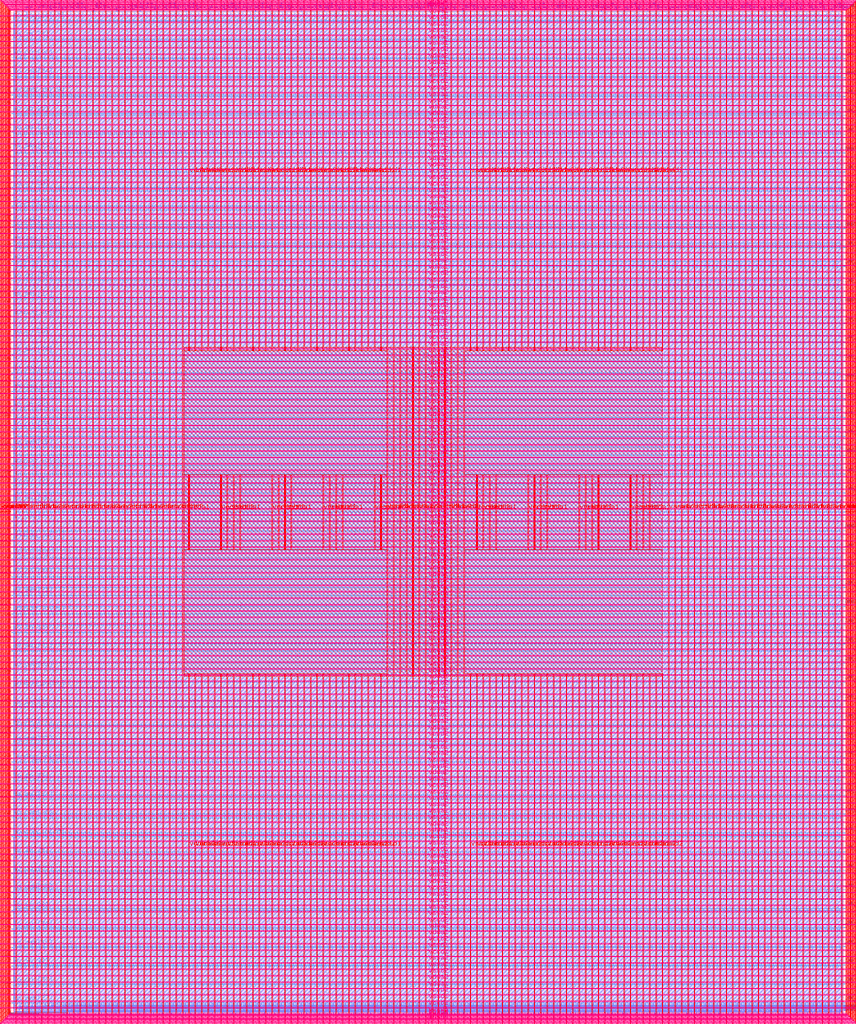
<source format=lef>
VERSION 5.7 ;
  NOWIREEXTENSIONATPIN ON ;
  DIVIDERCHAR "/" ;
  BUSBITCHARS "[]" ;
MACRO user_project_wrapper
  CLASS BLOCK ;
  FOREIGN user_project_wrapper ;
  ORIGIN 0.000 0.000 ;
  SIZE 2920.000 BY 3520.000 ;
  PIN analog_io[0]
    DIRECTION INOUT ;
    USE SIGNAL ;
    PORT
      LAYER met3 ;
        RECT 2917.600 1426.380 2924.800 1427.580 ;
    END
  END analog_io[0]
  PIN analog_io[10]
    DIRECTION INOUT ;
    USE SIGNAL ;
    PORT
      LAYER met2 ;
        RECT 2230.490 3517.600 2231.050 3524.800 ;
    END
  END analog_io[10]
  PIN analog_io[11]
    DIRECTION INOUT ;
    USE SIGNAL ;
    PORT
      LAYER met2 ;
        RECT 1905.730 3517.600 1906.290 3524.800 ;
    END
  END analog_io[11]
  PIN analog_io[12]
    DIRECTION INOUT ;
    USE SIGNAL ;
    PORT
      LAYER met2 ;
        RECT 1581.430 3517.600 1581.990 3524.800 ;
    END
  END analog_io[12]
  PIN analog_io[13]
    DIRECTION INOUT ;
    USE SIGNAL ;
    PORT
      LAYER met2 ;
        RECT 1257.130 3517.600 1257.690 3524.800 ;
    END
  END analog_io[13]
  PIN analog_io[14]
    DIRECTION INOUT ;
    USE SIGNAL ;
    PORT
      LAYER met2 ;
        RECT 932.370 3517.600 932.930 3524.800 ;
    END
  END analog_io[14]
  PIN analog_io[15]
    DIRECTION INOUT ;
    USE SIGNAL ;
    PORT
      LAYER met2 ;
        RECT 608.070 3517.600 608.630 3524.800 ;
    END
  END analog_io[15]
  PIN analog_io[16]
    DIRECTION INOUT ;
    USE SIGNAL ;
    PORT
      LAYER met2 ;
        RECT 283.770 3517.600 284.330 3524.800 ;
    END
  END analog_io[16]
  PIN analog_io[17]
    DIRECTION INOUT ;
    USE SIGNAL ;
    PORT
      LAYER met3 ;
        RECT -4.800 3486.100 2.400 3487.300 ;
    END
  END analog_io[17]
  PIN analog_io[18]
    DIRECTION INOUT ;
    USE SIGNAL ;
    PORT
      LAYER met3 ;
        RECT -4.800 3224.980 2.400 3226.180 ;
    END
  END analog_io[18]
  PIN analog_io[19]
    DIRECTION INOUT ;
    USE SIGNAL ;
    PORT
      LAYER met3 ;
        RECT -4.800 2964.540 2.400 2965.740 ;
    END
  END analog_io[19]
  PIN analog_io[1]
    DIRECTION INOUT ;
    USE SIGNAL ;
    PORT
      LAYER met3 ;
        RECT 2917.600 1692.260 2924.800 1693.460 ;
    END
  END analog_io[1]
  PIN analog_io[20]
    DIRECTION INOUT ;
    USE SIGNAL ;
    PORT
      LAYER met3 ;
        RECT -4.800 2703.420 2.400 2704.620 ;
    END
  END analog_io[20]
  PIN analog_io[21]
    DIRECTION INOUT ;
    USE SIGNAL ;
    PORT
      LAYER met3 ;
        RECT -4.800 2442.980 2.400 2444.180 ;
    END
  END analog_io[21]
  PIN analog_io[22]
    DIRECTION INOUT ;
    USE SIGNAL ;
    PORT
      LAYER met3 ;
        RECT -4.800 2182.540 2.400 2183.740 ;
    END
  END analog_io[22]
  PIN analog_io[23]
    DIRECTION INOUT ;
    USE SIGNAL ;
    PORT
      LAYER met3 ;
        RECT -4.800 1921.420 2.400 1922.620 ;
    END
  END analog_io[23]
  PIN analog_io[24]
    DIRECTION INOUT ;
    USE SIGNAL ;
    PORT
      LAYER met3 ;
        RECT -4.800 1660.980 2.400 1662.180 ;
    END
  END analog_io[24]
  PIN analog_io[25]
    DIRECTION INOUT ;
    USE SIGNAL ;
    PORT
      LAYER met3 ;
        RECT -4.800 1399.860 2.400 1401.060 ;
    END
  END analog_io[25]
  PIN analog_io[26]
    DIRECTION INOUT ;
    USE SIGNAL ;
    PORT
      LAYER met3 ;
        RECT -4.800 1139.420 2.400 1140.620 ;
    END
  END analog_io[26]
  PIN analog_io[27]
    DIRECTION INOUT ;
    USE SIGNAL ;
    PORT
      LAYER met3 ;
        RECT -4.800 878.980 2.400 880.180 ;
    END
  END analog_io[27]
  PIN analog_io[28]
    DIRECTION INOUT ;
    USE SIGNAL ;
    PORT
      LAYER met3 ;
        RECT -4.800 617.860 2.400 619.060 ;
    END
  END analog_io[28]
  PIN analog_io[2]
    DIRECTION INOUT ;
    USE SIGNAL ;
    PORT
      LAYER met3 ;
        RECT 2917.600 1958.140 2924.800 1959.340 ;
    END
  END analog_io[2]
  PIN analog_io[3]
    DIRECTION INOUT ;
    USE SIGNAL ;
    PORT
      LAYER met3 ;
        RECT 2917.600 2223.340 2924.800 2224.540 ;
    END
  END analog_io[3]
  PIN analog_io[4]
    DIRECTION INOUT ;
    USE SIGNAL ;
    PORT
      LAYER met3 ;
        RECT 2917.600 2489.220 2924.800 2490.420 ;
    END
  END analog_io[4]
  PIN analog_io[5]
    DIRECTION INOUT ;
    USE SIGNAL ;
    PORT
      LAYER met3 ;
        RECT 2917.600 2755.100 2924.800 2756.300 ;
    END
  END analog_io[5]
  PIN analog_io[6]
    DIRECTION INOUT ;
    USE SIGNAL ;
    PORT
      LAYER met3 ;
        RECT 2917.600 3020.300 2924.800 3021.500 ;
    END
  END analog_io[6]
  PIN analog_io[7]
    DIRECTION INOUT ;
    USE SIGNAL ;
    PORT
      LAYER met3 ;
        RECT 2917.600 3286.180 2924.800 3287.380 ;
    END
  END analog_io[7]
  PIN analog_io[8]
    DIRECTION INOUT ;
    USE SIGNAL ;
    PORT
      LAYER met2 ;
        RECT 2879.090 3517.600 2879.650 3524.800 ;
    END
  END analog_io[8]
  PIN analog_io[9]
    DIRECTION INOUT ;
    USE SIGNAL ;
    PORT
      LAYER met2 ;
        RECT 2554.790 3517.600 2555.350 3524.800 ;
    END
  END analog_io[9]
  PIN io_in[0]
    DIRECTION INPUT ;
    USE SIGNAL ;
    PORT
      LAYER met3 ;
        RECT 2917.600 32.380 2924.800 33.580 ;
    END
  END io_in[0]
  PIN io_in[10]
    DIRECTION INPUT ;
    USE SIGNAL ;
    PORT
      LAYER met3 ;
        RECT 2917.600 2289.980 2924.800 2291.180 ;
    END
  END io_in[10]
  PIN io_in[11]
    DIRECTION INPUT ;
    USE SIGNAL ;
    PORT
      LAYER met3 ;
        RECT 2917.600 2555.860 2924.800 2557.060 ;
    END
  END io_in[11]
  PIN io_in[12]
    DIRECTION INPUT ;
    USE SIGNAL ;
    PORT
      LAYER met3 ;
        RECT 2917.600 2821.060 2924.800 2822.260 ;
    END
  END io_in[12]
  PIN io_in[13]
    DIRECTION INPUT ;
    USE SIGNAL ;
    PORT
      LAYER met3 ;
        RECT 2917.600 3086.940 2924.800 3088.140 ;
    END
  END io_in[13]
  PIN io_in[14]
    DIRECTION INPUT ;
    USE SIGNAL ;
    PORT
      LAYER met3 ;
        RECT 2917.600 3352.820 2924.800 3354.020 ;
    END
  END io_in[14]
  PIN io_in[15]
    DIRECTION INPUT ;
    USE SIGNAL ;
    PORT
      LAYER met2 ;
        RECT 2798.130 3517.600 2798.690 3524.800 ;
    END
  END io_in[15]
  PIN io_in[16]
    DIRECTION INPUT ;
    USE SIGNAL ;
    PORT
      LAYER met2 ;
        RECT 2473.830 3517.600 2474.390 3524.800 ;
    END
  END io_in[16]
  PIN io_in[17]
    DIRECTION INPUT ;
    USE SIGNAL ;
    PORT
      LAYER met2 ;
        RECT 2149.070 3517.600 2149.630 3524.800 ;
    END
  END io_in[17]
  PIN io_in[18]
    DIRECTION INPUT ;
    USE SIGNAL ;
    PORT
      LAYER met2 ;
        RECT 1824.770 3517.600 1825.330 3524.800 ;
    END
  END io_in[18]
  PIN io_in[19]
    DIRECTION INPUT ;
    USE SIGNAL ;
    PORT
      LAYER met2 ;
        RECT 1500.470 3517.600 1501.030 3524.800 ;
    END
  END io_in[19]
  PIN io_in[1]
    DIRECTION INPUT ;
    USE SIGNAL ;
    PORT
      LAYER met3 ;
        RECT 2917.600 230.940 2924.800 232.140 ;
    END
  END io_in[1]
  PIN io_in[20]
    DIRECTION INPUT ;
    USE SIGNAL ;
    PORT
      LAYER met2 ;
        RECT 1175.710 3517.600 1176.270 3524.800 ;
    END
  END io_in[20]
  PIN io_in[21]
    DIRECTION INPUT ;
    USE SIGNAL ;
    PORT
      LAYER met2 ;
        RECT 851.410 3517.600 851.970 3524.800 ;
    END
  END io_in[21]
  PIN io_in[22]
    DIRECTION INPUT ;
    USE SIGNAL ;
    PORT
      LAYER met2 ;
        RECT 527.110 3517.600 527.670 3524.800 ;
    END
  END io_in[22]
  PIN io_in[23]
    DIRECTION INPUT ;
    USE SIGNAL ;
    PORT
      LAYER met2 ;
        RECT 202.350 3517.600 202.910 3524.800 ;
    END
  END io_in[23]
  PIN io_in[24]
    DIRECTION INPUT ;
    USE SIGNAL ;
    PORT
      LAYER met3 ;
        RECT -4.800 3420.820 2.400 3422.020 ;
    END
  END io_in[24]
  PIN io_in[25]
    DIRECTION INPUT ;
    USE SIGNAL ;
    PORT
      LAYER met3 ;
        RECT -4.800 3159.700 2.400 3160.900 ;
    END
  END io_in[25]
  PIN io_in[26]
    DIRECTION INPUT ;
    USE SIGNAL ;
    PORT
      LAYER met3 ;
        RECT -4.800 2899.260 2.400 2900.460 ;
    END
  END io_in[26]
  PIN io_in[27]
    DIRECTION INPUT ;
    USE SIGNAL ;
    PORT
      LAYER met3 ;
        RECT -4.800 2638.820 2.400 2640.020 ;
    END
  END io_in[27]
  PIN io_in[28]
    DIRECTION INPUT ;
    USE SIGNAL ;
    PORT
      LAYER met3 ;
        RECT -4.800 2377.700 2.400 2378.900 ;
    END
  END io_in[28]
  PIN io_in[29]
    DIRECTION INPUT ;
    USE SIGNAL ;
    PORT
      LAYER met3 ;
        RECT -4.800 2117.260 2.400 2118.460 ;
    END
  END io_in[29]
  PIN io_in[2]
    DIRECTION INPUT ;
    USE SIGNAL ;
    PORT
      LAYER met3 ;
        RECT 2917.600 430.180 2924.800 431.380 ;
    END
  END io_in[2]
  PIN io_in[30]
    DIRECTION INPUT ;
    USE SIGNAL ;
    PORT
      LAYER met3 ;
        RECT -4.800 1856.140 2.400 1857.340 ;
    END
  END io_in[30]
  PIN io_in[31]
    DIRECTION INPUT ;
    USE SIGNAL ;
    PORT
      LAYER met3 ;
        RECT -4.800 1595.700 2.400 1596.900 ;
    END
  END io_in[31]
  PIN io_in[32]
    DIRECTION INPUT ;
    USE SIGNAL ;
    PORT
      LAYER met3 ;
        RECT -4.800 1335.260 2.400 1336.460 ;
    END
  END io_in[32]
  PIN io_in[33]
    DIRECTION INPUT ;
    USE SIGNAL ;
    PORT
      LAYER met3 ;
        RECT -4.800 1074.140 2.400 1075.340 ;
    END
  END io_in[33]
  PIN io_in[34]
    DIRECTION INPUT ;
    USE SIGNAL ;
    PORT
      LAYER met3 ;
        RECT -4.800 813.700 2.400 814.900 ;
    END
  END io_in[34]
  PIN io_in[35]
    DIRECTION INPUT ;
    USE SIGNAL ;
    PORT
      LAYER met3 ;
        RECT -4.800 552.580 2.400 553.780 ;
    END
  END io_in[35]
  PIN io_in[36]
    DIRECTION INPUT ;
    USE SIGNAL ;
    PORT
      LAYER met3 ;
        RECT -4.800 357.420 2.400 358.620 ;
    END
  END io_in[36]
  PIN io_in[37]
    DIRECTION INPUT ;
    USE SIGNAL ;
    PORT
      LAYER met3 ;
        RECT -4.800 161.580 2.400 162.780 ;
    END
  END io_in[37]
  PIN io_in[3]
    DIRECTION INPUT ;
    USE SIGNAL ;
    PORT
      LAYER met3 ;
        RECT 2917.600 629.420 2924.800 630.620 ;
    END
  END io_in[3]
  PIN io_in[4]
    DIRECTION INPUT ;
    USE SIGNAL ;
    PORT
      LAYER met3 ;
        RECT 2917.600 828.660 2924.800 829.860 ;
    END
  END io_in[4]
  PIN io_in[5]
    DIRECTION INPUT ;
    USE SIGNAL ;
    PORT
      LAYER met3 ;
        RECT 2917.600 1027.900 2924.800 1029.100 ;
    END
  END io_in[5]
  PIN io_in[6]
    DIRECTION INPUT ;
    USE SIGNAL ;
    PORT
      LAYER met3 ;
        RECT 2917.600 1227.140 2924.800 1228.340 ;
    END
  END io_in[6]
  PIN io_in[7]
    DIRECTION INPUT ;
    USE SIGNAL ;
    PORT
      LAYER met3 ;
        RECT 2917.600 1493.020 2924.800 1494.220 ;
    END
  END io_in[7]
  PIN io_in[8]
    DIRECTION INPUT ;
    USE SIGNAL ;
    PORT
      LAYER met3 ;
        RECT 2917.600 1758.900 2924.800 1760.100 ;
    END
  END io_in[8]
  PIN io_in[9]
    DIRECTION INPUT ;
    USE SIGNAL ;
    PORT
      LAYER met3 ;
        RECT 2917.600 2024.100 2924.800 2025.300 ;
    END
  END io_in[9]
  PIN io_oeb[0]
    DIRECTION OUTPUT TRISTATE ;
    USE SIGNAL ;
    PORT
      LAYER met3 ;
        RECT 2917.600 164.980 2924.800 166.180 ;
    END
  END io_oeb[0]
  PIN io_oeb[10]
    DIRECTION OUTPUT TRISTATE ;
    USE SIGNAL ;
    PORT
      LAYER met3 ;
        RECT 2917.600 2422.580 2924.800 2423.780 ;
    END
  END io_oeb[10]
  PIN io_oeb[11]
    DIRECTION OUTPUT TRISTATE ;
    USE SIGNAL ;
    PORT
      LAYER met3 ;
        RECT 2917.600 2688.460 2924.800 2689.660 ;
    END
  END io_oeb[11]
  PIN io_oeb[12]
    DIRECTION OUTPUT TRISTATE ;
    USE SIGNAL ;
    PORT
      LAYER met3 ;
        RECT 2917.600 2954.340 2924.800 2955.540 ;
    END
  END io_oeb[12]
  PIN io_oeb[13]
    DIRECTION OUTPUT TRISTATE ;
    USE SIGNAL ;
    PORT
      LAYER met3 ;
        RECT 2917.600 3219.540 2924.800 3220.740 ;
    END
  END io_oeb[13]
  PIN io_oeb[14]
    DIRECTION OUTPUT TRISTATE ;
    USE SIGNAL ;
    PORT
      LAYER met3 ;
        RECT 2917.600 3485.420 2924.800 3486.620 ;
    END
  END io_oeb[14]
  PIN io_oeb[15]
    DIRECTION OUTPUT TRISTATE ;
    USE SIGNAL ;
    PORT
      LAYER met2 ;
        RECT 2635.750 3517.600 2636.310 3524.800 ;
    END
  END io_oeb[15]
  PIN io_oeb[16]
    DIRECTION OUTPUT TRISTATE ;
    USE SIGNAL ;
    PORT
      LAYER met2 ;
        RECT 2311.450 3517.600 2312.010 3524.800 ;
    END
  END io_oeb[16]
  PIN io_oeb[17]
    DIRECTION OUTPUT TRISTATE ;
    USE SIGNAL ;
    PORT
      LAYER met2 ;
        RECT 1987.150 3517.600 1987.710 3524.800 ;
    END
  END io_oeb[17]
  PIN io_oeb[18]
    DIRECTION OUTPUT TRISTATE ;
    USE SIGNAL ;
    PORT
      LAYER met2 ;
        RECT 1662.390 3517.600 1662.950 3524.800 ;
    END
  END io_oeb[18]
  PIN io_oeb[19]
    DIRECTION OUTPUT TRISTATE ;
    USE SIGNAL ;
    PORT
      LAYER met2 ;
        RECT 1338.090 3517.600 1338.650 3524.800 ;
    END
  END io_oeb[19]
  PIN io_oeb[1]
    DIRECTION OUTPUT TRISTATE ;
    USE SIGNAL ;
    PORT
      LAYER met3 ;
        RECT 2917.600 364.220 2924.800 365.420 ;
    END
  END io_oeb[1]
  PIN io_oeb[20]
    DIRECTION OUTPUT TRISTATE ;
    USE SIGNAL ;
    PORT
      LAYER met2 ;
        RECT 1013.790 3517.600 1014.350 3524.800 ;
    END
  END io_oeb[20]
  PIN io_oeb[21]
    DIRECTION OUTPUT TRISTATE ;
    USE SIGNAL ;
    PORT
      LAYER met2 ;
        RECT 689.030 3517.600 689.590 3524.800 ;
    END
  END io_oeb[21]
  PIN io_oeb[22]
    DIRECTION OUTPUT TRISTATE ;
    USE SIGNAL ;
    PORT
      LAYER met2 ;
        RECT 364.730 3517.600 365.290 3524.800 ;
    END
  END io_oeb[22]
  PIN io_oeb[23]
    DIRECTION OUTPUT TRISTATE ;
    USE SIGNAL ;
    PORT
      LAYER met2 ;
        RECT 40.430 3517.600 40.990 3524.800 ;
    END
  END io_oeb[23]
  PIN io_oeb[24]
    DIRECTION OUTPUT TRISTATE ;
    USE SIGNAL ;
    PORT
      LAYER met3 ;
        RECT -4.800 3290.260 2.400 3291.460 ;
    END
  END io_oeb[24]
  PIN io_oeb[25]
    DIRECTION OUTPUT TRISTATE ;
    USE SIGNAL ;
    PORT
      LAYER met3 ;
        RECT -4.800 3029.820 2.400 3031.020 ;
    END
  END io_oeb[25]
  PIN io_oeb[26]
    DIRECTION OUTPUT TRISTATE ;
    USE SIGNAL ;
    PORT
      LAYER met3 ;
        RECT -4.800 2768.700 2.400 2769.900 ;
    END
  END io_oeb[26]
  PIN io_oeb[27]
    DIRECTION OUTPUT TRISTATE ;
    USE SIGNAL ;
    PORT
      LAYER met3 ;
        RECT -4.800 2508.260 2.400 2509.460 ;
    END
  END io_oeb[27]
  PIN io_oeb[28]
    DIRECTION OUTPUT TRISTATE ;
    USE SIGNAL ;
    PORT
      LAYER met3 ;
        RECT -4.800 2247.140 2.400 2248.340 ;
    END
  END io_oeb[28]
  PIN io_oeb[29]
    DIRECTION OUTPUT TRISTATE ;
    USE SIGNAL ;
    PORT
      LAYER met3 ;
        RECT -4.800 1986.700 2.400 1987.900 ;
    END
  END io_oeb[29]
  PIN io_oeb[2]
    DIRECTION OUTPUT TRISTATE ;
    USE SIGNAL ;
    PORT
      LAYER met3 ;
        RECT 2917.600 563.460 2924.800 564.660 ;
    END
  END io_oeb[2]
  PIN io_oeb[30]
    DIRECTION OUTPUT TRISTATE ;
    USE SIGNAL ;
    PORT
      LAYER met3 ;
        RECT -4.800 1726.260 2.400 1727.460 ;
    END
  END io_oeb[30]
  PIN io_oeb[31]
    DIRECTION OUTPUT TRISTATE ;
    USE SIGNAL ;
    PORT
      LAYER met3 ;
        RECT -4.800 1465.140 2.400 1466.340 ;
    END
  END io_oeb[31]
  PIN io_oeb[32]
    DIRECTION OUTPUT TRISTATE ;
    USE SIGNAL ;
    PORT
      LAYER met3 ;
        RECT -4.800 1204.700 2.400 1205.900 ;
    END
  END io_oeb[32]
  PIN io_oeb[33]
    DIRECTION OUTPUT TRISTATE ;
    USE SIGNAL ;
    PORT
      LAYER met3 ;
        RECT -4.800 943.580 2.400 944.780 ;
    END
  END io_oeb[33]
  PIN io_oeb[34]
    DIRECTION OUTPUT TRISTATE ;
    USE SIGNAL ;
    PORT
      LAYER met3 ;
        RECT -4.800 683.140 2.400 684.340 ;
    END
  END io_oeb[34]
  PIN io_oeb[35]
    DIRECTION OUTPUT TRISTATE ;
    USE SIGNAL ;
    PORT
      LAYER met3 ;
        RECT -4.800 422.700 2.400 423.900 ;
    END
  END io_oeb[35]
  PIN io_oeb[36]
    DIRECTION OUTPUT TRISTATE ;
    USE SIGNAL ;
    PORT
      LAYER met3 ;
        RECT -4.800 226.860 2.400 228.060 ;
    END
  END io_oeb[36]
  PIN io_oeb[37]
    DIRECTION OUTPUT TRISTATE ;
    USE SIGNAL ;
    PORT
      LAYER met3 ;
        RECT -4.800 31.700 2.400 32.900 ;
    END
  END io_oeb[37]
  PIN io_oeb[3]
    DIRECTION OUTPUT TRISTATE ;
    USE SIGNAL ;
    PORT
      LAYER met3 ;
        RECT 2917.600 762.700 2924.800 763.900 ;
    END
  END io_oeb[3]
  PIN io_oeb[4]
    DIRECTION OUTPUT TRISTATE ;
    USE SIGNAL ;
    PORT
      LAYER met3 ;
        RECT 2917.600 961.940 2924.800 963.140 ;
    END
  END io_oeb[4]
  PIN io_oeb[5]
    DIRECTION OUTPUT TRISTATE ;
    USE SIGNAL ;
    PORT
      LAYER met3 ;
        RECT 2917.600 1161.180 2924.800 1162.380 ;
    END
  END io_oeb[5]
  PIN io_oeb[6]
    DIRECTION OUTPUT TRISTATE ;
    USE SIGNAL ;
    PORT
      LAYER met3 ;
        RECT 2917.600 1360.420 2924.800 1361.620 ;
    END
  END io_oeb[6]
  PIN io_oeb[7]
    DIRECTION OUTPUT TRISTATE ;
    USE SIGNAL ;
    PORT
      LAYER met3 ;
        RECT 2917.600 1625.620 2924.800 1626.820 ;
    END
  END io_oeb[7]
  PIN io_oeb[8]
    DIRECTION OUTPUT TRISTATE ;
    USE SIGNAL ;
    PORT
      LAYER met3 ;
        RECT 2917.600 1891.500 2924.800 1892.700 ;
    END
  END io_oeb[8]
  PIN io_oeb[9]
    DIRECTION OUTPUT TRISTATE ;
    USE SIGNAL ;
    PORT
      LAYER met3 ;
        RECT 2917.600 2157.380 2924.800 2158.580 ;
    END
  END io_oeb[9]
  PIN io_out[0]
    DIRECTION OUTPUT TRISTATE ;
    USE SIGNAL ;
    PORT
      LAYER met3 ;
        RECT 2917.600 98.340 2924.800 99.540 ;
    END
  END io_out[0]
  PIN io_out[10]
    DIRECTION OUTPUT TRISTATE ;
    USE SIGNAL ;
    PORT
      LAYER met3 ;
        RECT 2917.600 2356.620 2924.800 2357.820 ;
    END
  END io_out[10]
  PIN io_out[11]
    DIRECTION OUTPUT TRISTATE ;
    USE SIGNAL ;
    PORT
      LAYER met3 ;
        RECT 2917.600 2621.820 2924.800 2623.020 ;
    END
  END io_out[11]
  PIN io_out[12]
    DIRECTION OUTPUT TRISTATE ;
    USE SIGNAL ;
    PORT
      LAYER met3 ;
        RECT 2917.600 2887.700 2924.800 2888.900 ;
    END
  END io_out[12]
  PIN io_out[13]
    DIRECTION OUTPUT TRISTATE ;
    USE SIGNAL ;
    PORT
      LAYER met3 ;
        RECT 2917.600 3153.580 2924.800 3154.780 ;
    END
  END io_out[13]
  PIN io_out[14]
    DIRECTION OUTPUT TRISTATE ;
    USE SIGNAL ;
    PORT
      LAYER met3 ;
        RECT 2917.600 3418.780 2924.800 3419.980 ;
    END
  END io_out[14]
  PIN io_out[15]
    DIRECTION OUTPUT TRISTATE ;
    USE SIGNAL ;
    PORT
      LAYER met2 ;
        RECT 2717.170 3517.600 2717.730 3524.800 ;
    END
  END io_out[15]
  PIN io_out[16]
    DIRECTION OUTPUT TRISTATE ;
    USE SIGNAL ;
    PORT
      LAYER met2 ;
        RECT 2392.410 3517.600 2392.970 3524.800 ;
    END
  END io_out[16]
  PIN io_out[17]
    DIRECTION OUTPUT TRISTATE ;
    USE SIGNAL ;
    PORT
      LAYER met2 ;
        RECT 2068.110 3517.600 2068.670 3524.800 ;
    END
  END io_out[17]
  PIN io_out[18]
    DIRECTION OUTPUT TRISTATE ;
    USE SIGNAL ;
    PORT
      LAYER met2 ;
        RECT 1743.810 3517.600 1744.370 3524.800 ;
    END
  END io_out[18]
  PIN io_out[19]
    DIRECTION OUTPUT TRISTATE ;
    USE SIGNAL ;
    PORT
      LAYER met2 ;
        RECT 1419.050 3517.600 1419.610 3524.800 ;
    END
  END io_out[19]
  PIN io_out[1]
    DIRECTION OUTPUT TRISTATE ;
    USE SIGNAL ;
    PORT
      LAYER met3 ;
        RECT 2917.600 297.580 2924.800 298.780 ;
    END
  END io_out[1]
  PIN io_out[20]
    DIRECTION OUTPUT TRISTATE ;
    USE SIGNAL ;
    PORT
      LAYER met2 ;
        RECT 1094.750 3517.600 1095.310 3524.800 ;
    END
  END io_out[20]
  PIN io_out[21]
    DIRECTION OUTPUT TRISTATE ;
    USE SIGNAL ;
    PORT
      LAYER met2 ;
        RECT 770.450 3517.600 771.010 3524.800 ;
    END
  END io_out[21]
  PIN io_out[22]
    DIRECTION OUTPUT TRISTATE ;
    USE SIGNAL ;
    PORT
      LAYER met2 ;
        RECT 445.690 3517.600 446.250 3524.800 ;
    END
  END io_out[22]
  PIN io_out[23]
    DIRECTION OUTPUT TRISTATE ;
    USE SIGNAL ;
    PORT
      LAYER met2 ;
        RECT 121.390 3517.600 121.950 3524.800 ;
    END
  END io_out[23]
  PIN io_out[24]
    DIRECTION OUTPUT TRISTATE ;
    USE SIGNAL ;
    PORT
      LAYER met3 ;
        RECT -4.800 3355.540 2.400 3356.740 ;
    END
  END io_out[24]
  PIN io_out[25]
    DIRECTION OUTPUT TRISTATE ;
    USE SIGNAL ;
    PORT
      LAYER met3 ;
        RECT -4.800 3095.100 2.400 3096.300 ;
    END
  END io_out[25]
  PIN io_out[26]
    DIRECTION OUTPUT TRISTATE ;
    USE SIGNAL ;
    PORT
      LAYER met3 ;
        RECT -4.800 2833.980 2.400 2835.180 ;
    END
  END io_out[26]
  PIN io_out[27]
    DIRECTION OUTPUT TRISTATE ;
    USE SIGNAL ;
    PORT
      LAYER met3 ;
        RECT -4.800 2573.540 2.400 2574.740 ;
    END
  END io_out[27]
  PIN io_out[28]
    DIRECTION OUTPUT TRISTATE ;
    USE SIGNAL ;
    PORT
      LAYER met3 ;
        RECT -4.800 2312.420 2.400 2313.620 ;
    END
  END io_out[28]
  PIN io_out[29]
    DIRECTION OUTPUT TRISTATE ;
    USE SIGNAL ;
    PORT
      LAYER met3 ;
        RECT -4.800 2051.980 2.400 2053.180 ;
    END
  END io_out[29]
  PIN io_out[2]
    DIRECTION OUTPUT TRISTATE ;
    USE SIGNAL ;
    PORT
      LAYER met3 ;
        RECT 2917.600 496.820 2924.800 498.020 ;
    END
  END io_out[2]
  PIN io_out[30]
    DIRECTION OUTPUT TRISTATE ;
    USE SIGNAL ;
    PORT
      LAYER met3 ;
        RECT -4.800 1791.540 2.400 1792.740 ;
    END
  END io_out[30]
  PIN io_out[31]
    DIRECTION OUTPUT TRISTATE ;
    USE SIGNAL ;
    PORT
      LAYER met3 ;
        RECT -4.800 1530.420 2.400 1531.620 ;
    END
  END io_out[31]
  PIN io_out[32]
    DIRECTION OUTPUT TRISTATE ;
    USE SIGNAL ;
    PORT
      LAYER met3 ;
        RECT -4.800 1269.980 2.400 1271.180 ;
    END
  END io_out[32]
  PIN io_out[33]
    DIRECTION OUTPUT TRISTATE ;
    USE SIGNAL ;
    PORT
      LAYER met3 ;
        RECT -4.800 1008.860 2.400 1010.060 ;
    END
  END io_out[33]
  PIN io_out[34]
    DIRECTION OUTPUT TRISTATE ;
    USE SIGNAL ;
    PORT
      LAYER met3 ;
        RECT -4.800 748.420 2.400 749.620 ;
    END
  END io_out[34]
  PIN io_out[35]
    DIRECTION OUTPUT TRISTATE ;
    USE SIGNAL ;
    PORT
      LAYER met3 ;
        RECT -4.800 487.300 2.400 488.500 ;
    END
  END io_out[35]
  PIN io_out[36]
    DIRECTION OUTPUT TRISTATE ;
    USE SIGNAL ;
    PORT
      LAYER met3 ;
        RECT -4.800 292.140 2.400 293.340 ;
    END
  END io_out[36]
  PIN io_out[37]
    DIRECTION OUTPUT TRISTATE ;
    USE SIGNAL ;
    PORT
      LAYER met3 ;
        RECT -4.800 96.300 2.400 97.500 ;
    END
  END io_out[37]
  PIN io_out[3]
    DIRECTION OUTPUT TRISTATE ;
    USE SIGNAL ;
    PORT
      LAYER met3 ;
        RECT 2917.600 696.060 2924.800 697.260 ;
    END
  END io_out[3]
  PIN io_out[4]
    DIRECTION OUTPUT TRISTATE ;
    USE SIGNAL ;
    PORT
      LAYER met3 ;
        RECT 2917.600 895.300 2924.800 896.500 ;
    END
  END io_out[4]
  PIN io_out[5]
    DIRECTION OUTPUT TRISTATE ;
    USE SIGNAL ;
    PORT
      LAYER met3 ;
        RECT 2917.600 1094.540 2924.800 1095.740 ;
    END
  END io_out[5]
  PIN io_out[6]
    DIRECTION OUTPUT TRISTATE ;
    USE SIGNAL ;
    PORT
      LAYER met3 ;
        RECT 2917.600 1293.780 2924.800 1294.980 ;
    END
  END io_out[6]
  PIN io_out[7]
    DIRECTION OUTPUT TRISTATE ;
    USE SIGNAL ;
    PORT
      LAYER met3 ;
        RECT 2917.600 1559.660 2924.800 1560.860 ;
    END
  END io_out[7]
  PIN io_out[8]
    DIRECTION OUTPUT TRISTATE ;
    USE SIGNAL ;
    PORT
      LAYER met3 ;
        RECT 2917.600 1824.860 2924.800 1826.060 ;
    END
  END io_out[8]
  PIN io_out[9]
    DIRECTION OUTPUT TRISTATE ;
    USE SIGNAL ;
    PORT
      LAYER met3 ;
        RECT 2917.600 2090.740 2924.800 2091.940 ;
    END
  END io_out[9]
  PIN la_data_in[0]
    DIRECTION INPUT ;
    USE SIGNAL ;
    PORT
      LAYER met2 ;
        RECT 629.230 -4.800 629.790 2.400 ;
    END
  END la_data_in[0]
  PIN la_data_in[100]
    DIRECTION INPUT ;
    USE SIGNAL ;
    PORT
      LAYER met2 ;
        RECT 2402.530 -4.800 2403.090 2.400 ;
    END
  END la_data_in[100]
  PIN la_data_in[101]
    DIRECTION INPUT ;
    USE SIGNAL ;
    PORT
      LAYER met2 ;
        RECT 2420.010 -4.800 2420.570 2.400 ;
    END
  END la_data_in[101]
  PIN la_data_in[102]
    DIRECTION INPUT ;
    USE SIGNAL ;
    PORT
      LAYER met2 ;
        RECT 2437.950 -4.800 2438.510 2.400 ;
    END
  END la_data_in[102]
  PIN la_data_in[103]
    DIRECTION INPUT ;
    USE SIGNAL ;
    PORT
      LAYER met2 ;
        RECT 2455.430 -4.800 2455.990 2.400 ;
    END
  END la_data_in[103]
  PIN la_data_in[104]
    DIRECTION INPUT ;
    USE SIGNAL ;
    PORT
      LAYER met2 ;
        RECT 2473.370 -4.800 2473.930 2.400 ;
    END
  END la_data_in[104]
  PIN la_data_in[105]
    DIRECTION INPUT ;
    USE SIGNAL ;
    PORT
      LAYER met2 ;
        RECT 2490.850 -4.800 2491.410 2.400 ;
    END
  END la_data_in[105]
  PIN la_data_in[106]
    DIRECTION INPUT ;
    USE SIGNAL ;
    PORT
      LAYER met2 ;
        RECT 2508.790 -4.800 2509.350 2.400 ;
    END
  END la_data_in[106]
  PIN la_data_in[107]
    DIRECTION INPUT ;
    USE SIGNAL ;
    PORT
      LAYER met2 ;
        RECT 2526.730 -4.800 2527.290 2.400 ;
    END
  END la_data_in[107]
  PIN la_data_in[108]
    DIRECTION INPUT ;
    USE SIGNAL ;
    PORT
      LAYER met2 ;
        RECT 2544.210 -4.800 2544.770 2.400 ;
    END
  END la_data_in[108]
  PIN la_data_in[109]
    DIRECTION INPUT ;
    USE SIGNAL ;
    PORT
      LAYER met2 ;
        RECT 2562.150 -4.800 2562.710 2.400 ;
    END
  END la_data_in[109]
  PIN la_data_in[10]
    DIRECTION INPUT ;
    USE SIGNAL ;
    PORT
      LAYER met2 ;
        RECT 806.330 -4.800 806.890 2.400 ;
    END
  END la_data_in[10]
  PIN la_data_in[110]
    DIRECTION INPUT ;
    USE SIGNAL ;
    PORT
      LAYER met2 ;
        RECT 2579.630 -4.800 2580.190 2.400 ;
    END
  END la_data_in[110]
  PIN la_data_in[111]
    DIRECTION INPUT ;
    USE SIGNAL ;
    PORT
      LAYER met2 ;
        RECT 2597.570 -4.800 2598.130 2.400 ;
    END
  END la_data_in[111]
  PIN la_data_in[112]
    DIRECTION INPUT ;
    USE SIGNAL ;
    PORT
      LAYER met2 ;
        RECT 2615.050 -4.800 2615.610 2.400 ;
    END
  END la_data_in[112]
  PIN la_data_in[113]
    DIRECTION INPUT ;
    USE SIGNAL ;
    PORT
      LAYER met2 ;
        RECT 2632.990 -4.800 2633.550 2.400 ;
    END
  END la_data_in[113]
  PIN la_data_in[114]
    DIRECTION INPUT ;
    USE SIGNAL ;
    PORT
      LAYER met2 ;
        RECT 2650.470 -4.800 2651.030 2.400 ;
    END
  END la_data_in[114]
  PIN la_data_in[115]
    DIRECTION INPUT ;
    USE SIGNAL ;
    PORT
      LAYER met2 ;
        RECT 2668.410 -4.800 2668.970 2.400 ;
    END
  END la_data_in[115]
  PIN la_data_in[116]
    DIRECTION INPUT ;
    USE SIGNAL ;
    PORT
      LAYER met2 ;
        RECT 2685.890 -4.800 2686.450 2.400 ;
    END
  END la_data_in[116]
  PIN la_data_in[117]
    DIRECTION INPUT ;
    USE SIGNAL ;
    PORT
      LAYER met2 ;
        RECT 2703.830 -4.800 2704.390 2.400 ;
    END
  END la_data_in[117]
  PIN la_data_in[118]
    DIRECTION INPUT ;
    USE SIGNAL ;
    PORT
      LAYER met2 ;
        RECT 2721.770 -4.800 2722.330 2.400 ;
    END
  END la_data_in[118]
  PIN la_data_in[119]
    DIRECTION INPUT ;
    USE SIGNAL ;
    PORT
      LAYER met2 ;
        RECT 2739.250 -4.800 2739.810 2.400 ;
    END
  END la_data_in[119]
  PIN la_data_in[11]
    DIRECTION INPUT ;
    USE SIGNAL ;
    PORT
      LAYER met2 ;
        RECT 824.270 -4.800 824.830 2.400 ;
    END
  END la_data_in[11]
  PIN la_data_in[120]
    DIRECTION INPUT ;
    USE SIGNAL ;
    PORT
      LAYER met2 ;
        RECT 2757.190 -4.800 2757.750 2.400 ;
    END
  END la_data_in[120]
  PIN la_data_in[121]
    DIRECTION INPUT ;
    USE SIGNAL ;
    PORT
      LAYER met2 ;
        RECT 2774.670 -4.800 2775.230 2.400 ;
    END
  END la_data_in[121]
  PIN la_data_in[122]
    DIRECTION INPUT ;
    USE SIGNAL ;
    PORT
      LAYER met2 ;
        RECT 2792.610 -4.800 2793.170 2.400 ;
    END
  END la_data_in[122]
  PIN la_data_in[123]
    DIRECTION INPUT ;
    USE SIGNAL ;
    PORT
      LAYER met2 ;
        RECT 2810.090 -4.800 2810.650 2.400 ;
    END
  END la_data_in[123]
  PIN la_data_in[124]
    DIRECTION INPUT ;
    USE SIGNAL ;
    PORT
      LAYER met2 ;
        RECT 2828.030 -4.800 2828.590 2.400 ;
    END
  END la_data_in[124]
  PIN la_data_in[125]
    DIRECTION INPUT ;
    USE SIGNAL ;
    PORT
      LAYER met2 ;
        RECT 2845.510 -4.800 2846.070 2.400 ;
    END
  END la_data_in[125]
  PIN la_data_in[126]
    DIRECTION INPUT ;
    USE SIGNAL ;
    PORT
      LAYER met2 ;
        RECT 2863.450 -4.800 2864.010 2.400 ;
    END
  END la_data_in[126]
  PIN la_data_in[127]
    DIRECTION INPUT ;
    USE SIGNAL ;
    PORT
      LAYER met2 ;
        RECT 2881.390 -4.800 2881.950 2.400 ;
    END
  END la_data_in[127]
  PIN la_data_in[12]
    DIRECTION INPUT ;
    USE SIGNAL ;
    PORT
      LAYER met2 ;
        RECT 841.750 -4.800 842.310 2.400 ;
    END
  END la_data_in[12]
  PIN la_data_in[13]
    DIRECTION INPUT ;
    USE SIGNAL ;
    PORT
      LAYER met2 ;
        RECT 859.690 -4.800 860.250 2.400 ;
    END
  END la_data_in[13]
  PIN la_data_in[14]
    DIRECTION INPUT ;
    USE SIGNAL ;
    PORT
      LAYER met2 ;
        RECT 877.170 -4.800 877.730 2.400 ;
    END
  END la_data_in[14]
  PIN la_data_in[15]
    DIRECTION INPUT ;
    USE SIGNAL ;
    PORT
      LAYER met2 ;
        RECT 895.110 -4.800 895.670 2.400 ;
    END
  END la_data_in[15]
  PIN la_data_in[16]
    DIRECTION INPUT ;
    USE SIGNAL ;
    PORT
      LAYER met2 ;
        RECT 912.590 -4.800 913.150 2.400 ;
    END
  END la_data_in[16]
  PIN la_data_in[17]
    DIRECTION INPUT ;
    USE SIGNAL ;
    PORT
      LAYER met2 ;
        RECT 930.530 -4.800 931.090 2.400 ;
    END
  END la_data_in[17]
  PIN la_data_in[18]
    DIRECTION INPUT ;
    USE SIGNAL ;
    PORT
      LAYER met2 ;
        RECT 948.470 -4.800 949.030 2.400 ;
    END
  END la_data_in[18]
  PIN la_data_in[19]
    DIRECTION INPUT ;
    USE SIGNAL ;
    PORT
      LAYER met2 ;
        RECT 965.950 -4.800 966.510 2.400 ;
    END
  END la_data_in[19]
  PIN la_data_in[1]
    DIRECTION INPUT ;
    USE SIGNAL ;
    PORT
      LAYER met2 ;
        RECT 646.710 -4.800 647.270 2.400 ;
    END
  END la_data_in[1]
  PIN la_data_in[20]
    DIRECTION INPUT ;
    USE SIGNAL ;
    PORT
      LAYER met2 ;
        RECT 983.890 -4.800 984.450 2.400 ;
    END
  END la_data_in[20]
  PIN la_data_in[21]
    DIRECTION INPUT ;
    USE SIGNAL ;
    PORT
      LAYER met2 ;
        RECT 1001.370 -4.800 1001.930 2.400 ;
    END
  END la_data_in[21]
  PIN la_data_in[22]
    DIRECTION INPUT ;
    USE SIGNAL ;
    PORT
      LAYER met2 ;
        RECT 1019.310 -4.800 1019.870 2.400 ;
    END
  END la_data_in[22]
  PIN la_data_in[23]
    DIRECTION INPUT ;
    USE SIGNAL ;
    PORT
      LAYER met2 ;
        RECT 1036.790 -4.800 1037.350 2.400 ;
    END
  END la_data_in[23]
  PIN la_data_in[24]
    DIRECTION INPUT ;
    USE SIGNAL ;
    PORT
      LAYER met2 ;
        RECT 1054.730 -4.800 1055.290 2.400 ;
    END
  END la_data_in[24]
  PIN la_data_in[25]
    DIRECTION INPUT ;
    USE SIGNAL ;
    PORT
      LAYER met2 ;
        RECT 1072.210 -4.800 1072.770 2.400 ;
    END
  END la_data_in[25]
  PIN la_data_in[26]
    DIRECTION INPUT ;
    USE SIGNAL ;
    PORT
      LAYER met2 ;
        RECT 1090.150 -4.800 1090.710 2.400 ;
    END
  END la_data_in[26]
  PIN la_data_in[27]
    DIRECTION INPUT ;
    USE SIGNAL ;
    PORT
      LAYER met2 ;
        RECT 1107.630 -4.800 1108.190 2.400 ;
    END
  END la_data_in[27]
  PIN la_data_in[28]
    DIRECTION INPUT ;
    USE SIGNAL ;
    PORT
      LAYER met2 ;
        RECT 1125.570 -4.800 1126.130 2.400 ;
    END
  END la_data_in[28]
  PIN la_data_in[29]
    DIRECTION INPUT ;
    USE SIGNAL ;
    PORT
      LAYER met2 ;
        RECT 1143.510 -4.800 1144.070 2.400 ;
    END
  END la_data_in[29]
  PIN la_data_in[2]
    DIRECTION INPUT ;
    USE SIGNAL ;
    PORT
      LAYER met2 ;
        RECT 664.650 -4.800 665.210 2.400 ;
    END
  END la_data_in[2]
  PIN la_data_in[30]
    DIRECTION INPUT ;
    USE SIGNAL ;
    PORT
      LAYER met2 ;
        RECT 1160.990 -4.800 1161.550 2.400 ;
    END
  END la_data_in[30]
  PIN la_data_in[31]
    DIRECTION INPUT ;
    USE SIGNAL ;
    PORT
      LAYER met2 ;
        RECT 1178.930 -4.800 1179.490 2.400 ;
    END
  END la_data_in[31]
  PIN la_data_in[32]
    DIRECTION INPUT ;
    USE SIGNAL ;
    PORT
      LAYER met2 ;
        RECT 1196.410 -4.800 1196.970 2.400 ;
    END
  END la_data_in[32]
  PIN la_data_in[33]
    DIRECTION INPUT ;
    USE SIGNAL ;
    PORT
      LAYER met2 ;
        RECT 1214.350 -4.800 1214.910 2.400 ;
    END
  END la_data_in[33]
  PIN la_data_in[34]
    DIRECTION INPUT ;
    USE SIGNAL ;
    PORT
      LAYER met2 ;
        RECT 1231.830 -4.800 1232.390 2.400 ;
    END
  END la_data_in[34]
  PIN la_data_in[35]
    DIRECTION INPUT ;
    USE SIGNAL ;
    PORT
      LAYER met2 ;
        RECT 1249.770 -4.800 1250.330 2.400 ;
    END
  END la_data_in[35]
  PIN la_data_in[36]
    DIRECTION INPUT ;
    USE SIGNAL ;
    PORT
      LAYER met2 ;
        RECT 1267.250 -4.800 1267.810 2.400 ;
    END
  END la_data_in[36]
  PIN la_data_in[37]
    DIRECTION INPUT ;
    USE SIGNAL ;
    PORT
      LAYER met2 ;
        RECT 1285.190 -4.800 1285.750 2.400 ;
    END
  END la_data_in[37]
  PIN la_data_in[38]
    DIRECTION INPUT ;
    USE SIGNAL ;
    PORT
      LAYER met2 ;
        RECT 1303.130 -4.800 1303.690 2.400 ;
    END
  END la_data_in[38]
  PIN la_data_in[39]
    DIRECTION INPUT ;
    USE SIGNAL ;
    PORT
      LAYER met2 ;
        RECT 1320.610 -4.800 1321.170 2.400 ;
    END
  END la_data_in[39]
  PIN la_data_in[3]
    DIRECTION INPUT ;
    USE SIGNAL ;
    PORT
      LAYER met2 ;
        RECT 682.130 -4.800 682.690 2.400 ;
    END
  END la_data_in[3]
  PIN la_data_in[40]
    DIRECTION INPUT ;
    USE SIGNAL ;
    PORT
      LAYER met2 ;
        RECT 1338.550 -4.800 1339.110 2.400 ;
    END
  END la_data_in[40]
  PIN la_data_in[41]
    DIRECTION INPUT ;
    USE SIGNAL ;
    PORT
      LAYER met2 ;
        RECT 1356.030 -4.800 1356.590 2.400 ;
    END
  END la_data_in[41]
  PIN la_data_in[42]
    DIRECTION INPUT ;
    USE SIGNAL ;
    PORT
      LAYER met2 ;
        RECT 1373.970 -4.800 1374.530 2.400 ;
    END
  END la_data_in[42]
  PIN la_data_in[43]
    DIRECTION INPUT ;
    USE SIGNAL ;
    PORT
      LAYER met2 ;
        RECT 1391.450 -4.800 1392.010 2.400 ;
    END
  END la_data_in[43]
  PIN la_data_in[44]
    DIRECTION INPUT ;
    USE SIGNAL ;
    PORT
      LAYER met2 ;
        RECT 1409.390 -4.800 1409.950 2.400 ;
    END
  END la_data_in[44]
  PIN la_data_in[45]
    DIRECTION INPUT ;
    USE SIGNAL ;
    PORT
      LAYER met2 ;
        RECT 1426.870 -4.800 1427.430 2.400 ;
    END
  END la_data_in[45]
  PIN la_data_in[46]
    DIRECTION INPUT ;
    USE SIGNAL ;
    PORT
      LAYER met2 ;
        RECT 1444.810 -4.800 1445.370 2.400 ;
    END
  END la_data_in[46]
  PIN la_data_in[47]
    DIRECTION INPUT ;
    USE SIGNAL ;
    PORT
      LAYER met2 ;
        RECT 1462.750 -4.800 1463.310 2.400 ;
    END
  END la_data_in[47]
  PIN la_data_in[48]
    DIRECTION INPUT ;
    USE SIGNAL ;
    PORT
      LAYER met2 ;
        RECT 1480.230 -4.800 1480.790 2.400 ;
    END
  END la_data_in[48]
  PIN la_data_in[49]
    DIRECTION INPUT ;
    USE SIGNAL ;
    PORT
      LAYER met2 ;
        RECT 1498.170 -4.800 1498.730 2.400 ;
    END
  END la_data_in[49]
  PIN la_data_in[4]
    DIRECTION INPUT ;
    USE SIGNAL ;
    PORT
      LAYER met2 ;
        RECT 700.070 -4.800 700.630 2.400 ;
    END
  END la_data_in[4]
  PIN la_data_in[50]
    DIRECTION INPUT ;
    USE SIGNAL ;
    PORT
      LAYER met2 ;
        RECT 1515.650 -4.800 1516.210 2.400 ;
    END
  END la_data_in[50]
  PIN la_data_in[51]
    DIRECTION INPUT ;
    USE SIGNAL ;
    PORT
      LAYER met2 ;
        RECT 1533.590 -4.800 1534.150 2.400 ;
    END
  END la_data_in[51]
  PIN la_data_in[52]
    DIRECTION INPUT ;
    USE SIGNAL ;
    PORT
      LAYER met2 ;
        RECT 1551.070 -4.800 1551.630 2.400 ;
    END
  END la_data_in[52]
  PIN la_data_in[53]
    DIRECTION INPUT ;
    USE SIGNAL ;
    PORT
      LAYER met2 ;
        RECT 1569.010 -4.800 1569.570 2.400 ;
    END
  END la_data_in[53]
  PIN la_data_in[54]
    DIRECTION INPUT ;
    USE SIGNAL ;
    PORT
      LAYER met2 ;
        RECT 1586.490 -4.800 1587.050 2.400 ;
    END
  END la_data_in[54]
  PIN la_data_in[55]
    DIRECTION INPUT ;
    USE SIGNAL ;
    PORT
      LAYER met2 ;
        RECT 1604.430 -4.800 1604.990 2.400 ;
    END
  END la_data_in[55]
  PIN la_data_in[56]
    DIRECTION INPUT ;
    USE SIGNAL ;
    PORT
      LAYER met2 ;
        RECT 1621.910 -4.800 1622.470 2.400 ;
    END
  END la_data_in[56]
  PIN la_data_in[57]
    DIRECTION INPUT ;
    USE SIGNAL ;
    PORT
      LAYER met2 ;
        RECT 1639.850 -4.800 1640.410 2.400 ;
    END
  END la_data_in[57]
  PIN la_data_in[58]
    DIRECTION INPUT ;
    USE SIGNAL ;
    PORT
      LAYER met2 ;
        RECT 1657.790 -4.800 1658.350 2.400 ;
    END
  END la_data_in[58]
  PIN la_data_in[59]
    DIRECTION INPUT ;
    USE SIGNAL ;
    PORT
      LAYER met2 ;
        RECT 1675.270 -4.800 1675.830 2.400 ;
    END
  END la_data_in[59]
  PIN la_data_in[5]
    DIRECTION INPUT ;
    USE SIGNAL ;
    PORT
      LAYER met2 ;
        RECT 717.550 -4.800 718.110 2.400 ;
    END
  END la_data_in[5]
  PIN la_data_in[60]
    DIRECTION INPUT ;
    USE SIGNAL ;
    PORT
      LAYER met2 ;
        RECT 1693.210 -4.800 1693.770 2.400 ;
    END
  END la_data_in[60]
  PIN la_data_in[61]
    DIRECTION INPUT ;
    USE SIGNAL ;
    PORT
      LAYER met2 ;
        RECT 1710.690 -4.800 1711.250 2.400 ;
    END
  END la_data_in[61]
  PIN la_data_in[62]
    DIRECTION INPUT ;
    USE SIGNAL ;
    PORT
      LAYER met2 ;
        RECT 1728.630 -4.800 1729.190 2.400 ;
    END
  END la_data_in[62]
  PIN la_data_in[63]
    DIRECTION INPUT ;
    USE SIGNAL ;
    PORT
      LAYER met2 ;
        RECT 1746.110 -4.800 1746.670 2.400 ;
    END
  END la_data_in[63]
  PIN la_data_in[64]
    DIRECTION INPUT ;
    USE SIGNAL ;
    PORT
      LAYER met2 ;
        RECT 1764.050 -4.800 1764.610 2.400 ;
    END
  END la_data_in[64]
  PIN la_data_in[65]
    DIRECTION INPUT ;
    USE SIGNAL ;
    PORT
      LAYER met2 ;
        RECT 1781.530 -4.800 1782.090 2.400 ;
    END
  END la_data_in[65]
  PIN la_data_in[66]
    DIRECTION INPUT ;
    USE SIGNAL ;
    PORT
      LAYER met2 ;
        RECT 1799.470 -4.800 1800.030 2.400 ;
    END
  END la_data_in[66]
  PIN la_data_in[67]
    DIRECTION INPUT ;
    USE SIGNAL ;
    PORT
      LAYER met2 ;
        RECT 1817.410 -4.800 1817.970 2.400 ;
    END
  END la_data_in[67]
  PIN la_data_in[68]
    DIRECTION INPUT ;
    USE SIGNAL ;
    PORT
      LAYER met2 ;
        RECT 1834.890 -4.800 1835.450 2.400 ;
    END
  END la_data_in[68]
  PIN la_data_in[69]
    DIRECTION INPUT ;
    USE SIGNAL ;
    PORT
      LAYER met2 ;
        RECT 1852.830 -4.800 1853.390 2.400 ;
    END
  END la_data_in[69]
  PIN la_data_in[6]
    DIRECTION INPUT ;
    USE SIGNAL ;
    PORT
      LAYER met2 ;
        RECT 735.490 -4.800 736.050 2.400 ;
    END
  END la_data_in[6]
  PIN la_data_in[70]
    DIRECTION INPUT ;
    USE SIGNAL ;
    PORT
      LAYER met2 ;
        RECT 1870.310 -4.800 1870.870 2.400 ;
    END
  END la_data_in[70]
  PIN la_data_in[71]
    DIRECTION INPUT ;
    USE SIGNAL ;
    PORT
      LAYER met2 ;
        RECT 1888.250 -4.800 1888.810 2.400 ;
    END
  END la_data_in[71]
  PIN la_data_in[72]
    DIRECTION INPUT ;
    USE SIGNAL ;
    PORT
      LAYER met2 ;
        RECT 1905.730 -4.800 1906.290 2.400 ;
    END
  END la_data_in[72]
  PIN la_data_in[73]
    DIRECTION INPUT ;
    USE SIGNAL ;
    PORT
      LAYER met2 ;
        RECT 1923.670 -4.800 1924.230 2.400 ;
    END
  END la_data_in[73]
  PIN la_data_in[74]
    DIRECTION INPUT ;
    USE SIGNAL ;
    PORT
      LAYER met2 ;
        RECT 1941.150 -4.800 1941.710 2.400 ;
    END
  END la_data_in[74]
  PIN la_data_in[75]
    DIRECTION INPUT ;
    USE SIGNAL ;
    PORT
      LAYER met2 ;
        RECT 1959.090 -4.800 1959.650 2.400 ;
    END
  END la_data_in[75]
  PIN la_data_in[76]
    DIRECTION INPUT ;
    USE SIGNAL ;
    PORT
      LAYER met2 ;
        RECT 1976.570 -4.800 1977.130 2.400 ;
    END
  END la_data_in[76]
  PIN la_data_in[77]
    DIRECTION INPUT ;
    USE SIGNAL ;
    PORT
      LAYER met2 ;
        RECT 1994.510 -4.800 1995.070 2.400 ;
    END
  END la_data_in[77]
  PIN la_data_in[78]
    DIRECTION INPUT ;
    USE SIGNAL ;
    PORT
      LAYER met2 ;
        RECT 2012.450 -4.800 2013.010 2.400 ;
    END
  END la_data_in[78]
  PIN la_data_in[79]
    DIRECTION INPUT ;
    USE SIGNAL ;
    PORT
      LAYER met2 ;
        RECT 2029.930 -4.800 2030.490 2.400 ;
    END
  END la_data_in[79]
  PIN la_data_in[7]
    DIRECTION INPUT ;
    USE SIGNAL ;
    PORT
      LAYER met2 ;
        RECT 752.970 -4.800 753.530 2.400 ;
    END
  END la_data_in[7]
  PIN la_data_in[80]
    DIRECTION INPUT ;
    USE SIGNAL ;
    PORT
      LAYER met2 ;
        RECT 2047.870 -4.800 2048.430 2.400 ;
    END
  END la_data_in[80]
  PIN la_data_in[81]
    DIRECTION INPUT ;
    USE SIGNAL ;
    PORT
      LAYER met2 ;
        RECT 2065.350 -4.800 2065.910 2.400 ;
    END
  END la_data_in[81]
  PIN la_data_in[82]
    DIRECTION INPUT ;
    USE SIGNAL ;
    PORT
      LAYER met2 ;
        RECT 2083.290 -4.800 2083.850 2.400 ;
    END
  END la_data_in[82]
  PIN la_data_in[83]
    DIRECTION INPUT ;
    USE SIGNAL ;
    PORT
      LAYER met2 ;
        RECT 2100.770 -4.800 2101.330 2.400 ;
    END
  END la_data_in[83]
  PIN la_data_in[84]
    DIRECTION INPUT ;
    USE SIGNAL ;
    PORT
      LAYER met2 ;
        RECT 2118.710 -4.800 2119.270 2.400 ;
    END
  END la_data_in[84]
  PIN la_data_in[85]
    DIRECTION INPUT ;
    USE SIGNAL ;
    PORT
      LAYER met2 ;
        RECT 2136.190 -4.800 2136.750 2.400 ;
    END
  END la_data_in[85]
  PIN la_data_in[86]
    DIRECTION INPUT ;
    USE SIGNAL ;
    PORT
      LAYER met2 ;
        RECT 2154.130 -4.800 2154.690 2.400 ;
    END
  END la_data_in[86]
  PIN la_data_in[87]
    DIRECTION INPUT ;
    USE SIGNAL ;
    PORT
      LAYER met2 ;
        RECT 2172.070 -4.800 2172.630 2.400 ;
    END
  END la_data_in[87]
  PIN la_data_in[88]
    DIRECTION INPUT ;
    USE SIGNAL ;
    PORT
      LAYER met2 ;
        RECT 2189.550 -4.800 2190.110 2.400 ;
    END
  END la_data_in[88]
  PIN la_data_in[89]
    DIRECTION INPUT ;
    USE SIGNAL ;
    PORT
      LAYER met2 ;
        RECT 2207.490 -4.800 2208.050 2.400 ;
    END
  END la_data_in[89]
  PIN la_data_in[8]
    DIRECTION INPUT ;
    USE SIGNAL ;
    PORT
      LAYER met2 ;
        RECT 770.910 -4.800 771.470 2.400 ;
    END
  END la_data_in[8]
  PIN la_data_in[90]
    DIRECTION INPUT ;
    USE SIGNAL ;
    PORT
      LAYER met2 ;
        RECT 2224.970 -4.800 2225.530 2.400 ;
    END
  END la_data_in[90]
  PIN la_data_in[91]
    DIRECTION INPUT ;
    USE SIGNAL ;
    PORT
      LAYER met2 ;
        RECT 2242.910 -4.800 2243.470 2.400 ;
    END
  END la_data_in[91]
  PIN la_data_in[92]
    DIRECTION INPUT ;
    USE SIGNAL ;
    PORT
      LAYER met2 ;
        RECT 2260.390 -4.800 2260.950 2.400 ;
    END
  END la_data_in[92]
  PIN la_data_in[93]
    DIRECTION INPUT ;
    USE SIGNAL ;
    PORT
      LAYER met2 ;
        RECT 2278.330 -4.800 2278.890 2.400 ;
    END
  END la_data_in[93]
  PIN la_data_in[94]
    DIRECTION INPUT ;
    USE SIGNAL ;
    PORT
      LAYER met2 ;
        RECT 2295.810 -4.800 2296.370 2.400 ;
    END
  END la_data_in[94]
  PIN la_data_in[95]
    DIRECTION INPUT ;
    USE SIGNAL ;
    PORT
      LAYER met2 ;
        RECT 2313.750 -4.800 2314.310 2.400 ;
    END
  END la_data_in[95]
  PIN la_data_in[96]
    DIRECTION INPUT ;
    USE SIGNAL ;
    PORT
      LAYER met2 ;
        RECT 2331.230 -4.800 2331.790 2.400 ;
    END
  END la_data_in[96]
  PIN la_data_in[97]
    DIRECTION INPUT ;
    USE SIGNAL ;
    PORT
      LAYER met2 ;
        RECT 2349.170 -4.800 2349.730 2.400 ;
    END
  END la_data_in[97]
  PIN la_data_in[98]
    DIRECTION INPUT ;
    USE SIGNAL ;
    PORT
      LAYER met2 ;
        RECT 2367.110 -4.800 2367.670 2.400 ;
    END
  END la_data_in[98]
  PIN la_data_in[99]
    DIRECTION INPUT ;
    USE SIGNAL ;
    PORT
      LAYER met2 ;
        RECT 2384.590 -4.800 2385.150 2.400 ;
    END
  END la_data_in[99]
  PIN la_data_in[9]
    DIRECTION INPUT ;
    USE SIGNAL ;
    PORT
      LAYER met2 ;
        RECT 788.850 -4.800 789.410 2.400 ;
    END
  END la_data_in[9]
  PIN la_data_out[0]
    DIRECTION OUTPUT TRISTATE ;
    USE SIGNAL ;
    PORT
      LAYER met2 ;
        RECT 634.750 -4.800 635.310 2.400 ;
    END
  END la_data_out[0]
  PIN la_data_out[100]
    DIRECTION OUTPUT TRISTATE ;
    USE SIGNAL ;
    PORT
      LAYER met2 ;
        RECT 2408.510 -4.800 2409.070 2.400 ;
    END
  END la_data_out[100]
  PIN la_data_out[101]
    DIRECTION OUTPUT TRISTATE ;
    USE SIGNAL ;
    PORT
      LAYER met2 ;
        RECT 2425.990 -4.800 2426.550 2.400 ;
    END
  END la_data_out[101]
  PIN la_data_out[102]
    DIRECTION OUTPUT TRISTATE ;
    USE SIGNAL ;
    PORT
      LAYER met2 ;
        RECT 2443.930 -4.800 2444.490 2.400 ;
    END
  END la_data_out[102]
  PIN la_data_out[103]
    DIRECTION OUTPUT TRISTATE ;
    USE SIGNAL ;
    PORT
      LAYER met2 ;
        RECT 2461.410 -4.800 2461.970 2.400 ;
    END
  END la_data_out[103]
  PIN la_data_out[104]
    DIRECTION OUTPUT TRISTATE ;
    USE SIGNAL ;
    PORT
      LAYER met2 ;
        RECT 2479.350 -4.800 2479.910 2.400 ;
    END
  END la_data_out[104]
  PIN la_data_out[105]
    DIRECTION OUTPUT TRISTATE ;
    USE SIGNAL ;
    PORT
      LAYER met2 ;
        RECT 2496.830 -4.800 2497.390 2.400 ;
    END
  END la_data_out[105]
  PIN la_data_out[106]
    DIRECTION OUTPUT TRISTATE ;
    USE SIGNAL ;
    PORT
      LAYER met2 ;
        RECT 2514.770 -4.800 2515.330 2.400 ;
    END
  END la_data_out[106]
  PIN la_data_out[107]
    DIRECTION OUTPUT TRISTATE ;
    USE SIGNAL ;
    PORT
      LAYER met2 ;
        RECT 2532.250 -4.800 2532.810 2.400 ;
    END
  END la_data_out[107]
  PIN la_data_out[108]
    DIRECTION OUTPUT TRISTATE ;
    USE SIGNAL ;
    PORT
      LAYER met2 ;
        RECT 2550.190 -4.800 2550.750 2.400 ;
    END
  END la_data_out[108]
  PIN la_data_out[109]
    DIRECTION OUTPUT TRISTATE ;
    USE SIGNAL ;
    PORT
      LAYER met2 ;
        RECT 2567.670 -4.800 2568.230 2.400 ;
    END
  END la_data_out[109]
  PIN la_data_out[10]
    DIRECTION OUTPUT TRISTATE ;
    USE SIGNAL ;
    PORT
      LAYER met2 ;
        RECT 812.310 -4.800 812.870 2.400 ;
    END
  END la_data_out[10]
  PIN la_data_out[110]
    DIRECTION OUTPUT TRISTATE ;
    USE SIGNAL ;
    PORT
      LAYER met2 ;
        RECT 2585.610 -4.800 2586.170 2.400 ;
    END
  END la_data_out[110]
  PIN la_data_out[111]
    DIRECTION OUTPUT TRISTATE ;
    USE SIGNAL ;
    PORT
      LAYER met2 ;
        RECT 2603.550 -4.800 2604.110 2.400 ;
    END
  END la_data_out[111]
  PIN la_data_out[112]
    DIRECTION OUTPUT TRISTATE ;
    USE SIGNAL ;
    PORT
      LAYER met2 ;
        RECT 2621.030 -4.800 2621.590 2.400 ;
    END
  END la_data_out[112]
  PIN la_data_out[113]
    DIRECTION OUTPUT TRISTATE ;
    USE SIGNAL ;
    PORT
      LAYER met2 ;
        RECT 2638.970 -4.800 2639.530 2.400 ;
    END
  END la_data_out[113]
  PIN la_data_out[114]
    DIRECTION OUTPUT TRISTATE ;
    USE SIGNAL ;
    PORT
      LAYER met2 ;
        RECT 2656.450 -4.800 2657.010 2.400 ;
    END
  END la_data_out[114]
  PIN la_data_out[115]
    DIRECTION OUTPUT TRISTATE ;
    USE SIGNAL ;
    PORT
      LAYER met2 ;
        RECT 2674.390 -4.800 2674.950 2.400 ;
    END
  END la_data_out[115]
  PIN la_data_out[116]
    DIRECTION OUTPUT TRISTATE ;
    USE SIGNAL ;
    PORT
      LAYER met2 ;
        RECT 2691.870 -4.800 2692.430 2.400 ;
    END
  END la_data_out[116]
  PIN la_data_out[117]
    DIRECTION OUTPUT TRISTATE ;
    USE SIGNAL ;
    PORT
      LAYER met2 ;
        RECT 2709.810 -4.800 2710.370 2.400 ;
    END
  END la_data_out[117]
  PIN la_data_out[118]
    DIRECTION OUTPUT TRISTATE ;
    USE SIGNAL ;
    PORT
      LAYER met2 ;
        RECT 2727.290 -4.800 2727.850 2.400 ;
    END
  END la_data_out[118]
  PIN la_data_out[119]
    DIRECTION OUTPUT TRISTATE ;
    USE SIGNAL ;
    PORT
      LAYER met2 ;
        RECT 2745.230 -4.800 2745.790 2.400 ;
    END
  END la_data_out[119]
  PIN la_data_out[11]
    DIRECTION OUTPUT TRISTATE ;
    USE SIGNAL ;
    PORT
      LAYER met2 ;
        RECT 830.250 -4.800 830.810 2.400 ;
    END
  END la_data_out[11]
  PIN la_data_out[120]
    DIRECTION OUTPUT TRISTATE ;
    USE SIGNAL ;
    PORT
      LAYER met2 ;
        RECT 2763.170 -4.800 2763.730 2.400 ;
    END
  END la_data_out[120]
  PIN la_data_out[121]
    DIRECTION OUTPUT TRISTATE ;
    USE SIGNAL ;
    PORT
      LAYER met2 ;
        RECT 2780.650 -4.800 2781.210 2.400 ;
    END
  END la_data_out[121]
  PIN la_data_out[122]
    DIRECTION OUTPUT TRISTATE ;
    USE SIGNAL ;
    PORT
      LAYER met2 ;
        RECT 2798.590 -4.800 2799.150 2.400 ;
    END
  END la_data_out[122]
  PIN la_data_out[123]
    DIRECTION OUTPUT TRISTATE ;
    USE SIGNAL ;
    PORT
      LAYER met2 ;
        RECT 2816.070 -4.800 2816.630 2.400 ;
    END
  END la_data_out[123]
  PIN la_data_out[124]
    DIRECTION OUTPUT TRISTATE ;
    USE SIGNAL ;
    PORT
      LAYER met2 ;
        RECT 2834.010 -4.800 2834.570 2.400 ;
    END
  END la_data_out[124]
  PIN la_data_out[125]
    DIRECTION OUTPUT TRISTATE ;
    USE SIGNAL ;
    PORT
      LAYER met2 ;
        RECT 2851.490 -4.800 2852.050 2.400 ;
    END
  END la_data_out[125]
  PIN la_data_out[126]
    DIRECTION OUTPUT TRISTATE ;
    USE SIGNAL ;
    PORT
      LAYER met2 ;
        RECT 2869.430 -4.800 2869.990 2.400 ;
    END
  END la_data_out[126]
  PIN la_data_out[127]
    DIRECTION OUTPUT TRISTATE ;
    USE SIGNAL ;
    PORT
      LAYER met2 ;
        RECT 2886.910 -4.800 2887.470 2.400 ;
    END
  END la_data_out[127]
  PIN la_data_out[12]
    DIRECTION OUTPUT TRISTATE ;
    USE SIGNAL ;
    PORT
      LAYER met2 ;
        RECT 847.730 -4.800 848.290 2.400 ;
    END
  END la_data_out[12]
  PIN la_data_out[13]
    DIRECTION OUTPUT TRISTATE ;
    USE SIGNAL ;
    PORT
      LAYER met2 ;
        RECT 865.670 -4.800 866.230 2.400 ;
    END
  END la_data_out[13]
  PIN la_data_out[14]
    DIRECTION OUTPUT TRISTATE ;
    USE SIGNAL ;
    PORT
      LAYER met2 ;
        RECT 883.150 -4.800 883.710 2.400 ;
    END
  END la_data_out[14]
  PIN la_data_out[15]
    DIRECTION OUTPUT TRISTATE ;
    USE SIGNAL ;
    PORT
      LAYER met2 ;
        RECT 901.090 -4.800 901.650 2.400 ;
    END
  END la_data_out[15]
  PIN la_data_out[16]
    DIRECTION OUTPUT TRISTATE ;
    USE SIGNAL ;
    PORT
      LAYER met2 ;
        RECT 918.570 -4.800 919.130 2.400 ;
    END
  END la_data_out[16]
  PIN la_data_out[17]
    DIRECTION OUTPUT TRISTATE ;
    USE SIGNAL ;
    PORT
      LAYER met2 ;
        RECT 936.510 -4.800 937.070 2.400 ;
    END
  END la_data_out[17]
  PIN la_data_out[18]
    DIRECTION OUTPUT TRISTATE ;
    USE SIGNAL ;
    PORT
      LAYER met2 ;
        RECT 953.990 -4.800 954.550 2.400 ;
    END
  END la_data_out[18]
  PIN la_data_out[19]
    DIRECTION OUTPUT TRISTATE ;
    USE SIGNAL ;
    PORT
      LAYER met2 ;
        RECT 971.930 -4.800 972.490 2.400 ;
    END
  END la_data_out[19]
  PIN la_data_out[1]
    DIRECTION OUTPUT TRISTATE ;
    USE SIGNAL ;
    PORT
      LAYER met2 ;
        RECT 652.690 -4.800 653.250 2.400 ;
    END
  END la_data_out[1]
  PIN la_data_out[20]
    DIRECTION OUTPUT TRISTATE ;
    USE SIGNAL ;
    PORT
      LAYER met2 ;
        RECT 989.410 -4.800 989.970 2.400 ;
    END
  END la_data_out[20]
  PIN la_data_out[21]
    DIRECTION OUTPUT TRISTATE ;
    USE SIGNAL ;
    PORT
      LAYER met2 ;
        RECT 1007.350 -4.800 1007.910 2.400 ;
    END
  END la_data_out[21]
  PIN la_data_out[22]
    DIRECTION OUTPUT TRISTATE ;
    USE SIGNAL ;
    PORT
      LAYER met2 ;
        RECT 1025.290 -4.800 1025.850 2.400 ;
    END
  END la_data_out[22]
  PIN la_data_out[23]
    DIRECTION OUTPUT TRISTATE ;
    USE SIGNAL ;
    PORT
      LAYER met2 ;
        RECT 1042.770 -4.800 1043.330 2.400 ;
    END
  END la_data_out[23]
  PIN la_data_out[24]
    DIRECTION OUTPUT TRISTATE ;
    USE SIGNAL ;
    PORT
      LAYER met2 ;
        RECT 1060.710 -4.800 1061.270 2.400 ;
    END
  END la_data_out[24]
  PIN la_data_out[25]
    DIRECTION OUTPUT TRISTATE ;
    USE SIGNAL ;
    PORT
      LAYER met2 ;
        RECT 1078.190 -4.800 1078.750 2.400 ;
    END
  END la_data_out[25]
  PIN la_data_out[26]
    DIRECTION OUTPUT TRISTATE ;
    USE SIGNAL ;
    PORT
      LAYER met2 ;
        RECT 1096.130 -4.800 1096.690 2.400 ;
    END
  END la_data_out[26]
  PIN la_data_out[27]
    DIRECTION OUTPUT TRISTATE ;
    USE SIGNAL ;
    PORT
      LAYER met2 ;
        RECT 1113.610 -4.800 1114.170 2.400 ;
    END
  END la_data_out[27]
  PIN la_data_out[28]
    DIRECTION OUTPUT TRISTATE ;
    USE SIGNAL ;
    PORT
      LAYER met2 ;
        RECT 1131.550 -4.800 1132.110 2.400 ;
    END
  END la_data_out[28]
  PIN la_data_out[29]
    DIRECTION OUTPUT TRISTATE ;
    USE SIGNAL ;
    PORT
      LAYER met2 ;
        RECT 1149.030 -4.800 1149.590 2.400 ;
    END
  END la_data_out[29]
  PIN la_data_out[2]
    DIRECTION OUTPUT TRISTATE ;
    USE SIGNAL ;
    PORT
      LAYER met2 ;
        RECT 670.630 -4.800 671.190 2.400 ;
    END
  END la_data_out[2]
  PIN la_data_out[30]
    DIRECTION OUTPUT TRISTATE ;
    USE SIGNAL ;
    PORT
      LAYER met2 ;
        RECT 1166.970 -4.800 1167.530 2.400 ;
    END
  END la_data_out[30]
  PIN la_data_out[31]
    DIRECTION OUTPUT TRISTATE ;
    USE SIGNAL ;
    PORT
      LAYER met2 ;
        RECT 1184.910 -4.800 1185.470 2.400 ;
    END
  END la_data_out[31]
  PIN la_data_out[32]
    DIRECTION OUTPUT TRISTATE ;
    USE SIGNAL ;
    PORT
      LAYER met2 ;
        RECT 1202.390 -4.800 1202.950 2.400 ;
    END
  END la_data_out[32]
  PIN la_data_out[33]
    DIRECTION OUTPUT TRISTATE ;
    USE SIGNAL ;
    PORT
      LAYER met2 ;
        RECT 1220.330 -4.800 1220.890 2.400 ;
    END
  END la_data_out[33]
  PIN la_data_out[34]
    DIRECTION OUTPUT TRISTATE ;
    USE SIGNAL ;
    PORT
      LAYER met2 ;
        RECT 1237.810 -4.800 1238.370 2.400 ;
    END
  END la_data_out[34]
  PIN la_data_out[35]
    DIRECTION OUTPUT TRISTATE ;
    USE SIGNAL ;
    PORT
      LAYER met2 ;
        RECT 1255.750 -4.800 1256.310 2.400 ;
    END
  END la_data_out[35]
  PIN la_data_out[36]
    DIRECTION OUTPUT TRISTATE ;
    USE SIGNAL ;
    PORT
      LAYER met2 ;
        RECT 1273.230 -4.800 1273.790 2.400 ;
    END
  END la_data_out[36]
  PIN la_data_out[37]
    DIRECTION OUTPUT TRISTATE ;
    USE SIGNAL ;
    PORT
      LAYER met2 ;
        RECT 1291.170 -4.800 1291.730 2.400 ;
    END
  END la_data_out[37]
  PIN la_data_out[38]
    DIRECTION OUTPUT TRISTATE ;
    USE SIGNAL ;
    PORT
      LAYER met2 ;
        RECT 1308.650 -4.800 1309.210 2.400 ;
    END
  END la_data_out[38]
  PIN la_data_out[39]
    DIRECTION OUTPUT TRISTATE ;
    USE SIGNAL ;
    PORT
      LAYER met2 ;
        RECT 1326.590 -4.800 1327.150 2.400 ;
    END
  END la_data_out[39]
  PIN la_data_out[3]
    DIRECTION OUTPUT TRISTATE ;
    USE SIGNAL ;
    PORT
      LAYER met2 ;
        RECT 688.110 -4.800 688.670 2.400 ;
    END
  END la_data_out[3]
  PIN la_data_out[40]
    DIRECTION OUTPUT TRISTATE ;
    USE SIGNAL ;
    PORT
      LAYER met2 ;
        RECT 1344.070 -4.800 1344.630 2.400 ;
    END
  END la_data_out[40]
  PIN la_data_out[41]
    DIRECTION OUTPUT TRISTATE ;
    USE SIGNAL ;
    PORT
      LAYER met2 ;
        RECT 1362.010 -4.800 1362.570 2.400 ;
    END
  END la_data_out[41]
  PIN la_data_out[42]
    DIRECTION OUTPUT TRISTATE ;
    USE SIGNAL ;
    PORT
      LAYER met2 ;
        RECT 1379.950 -4.800 1380.510 2.400 ;
    END
  END la_data_out[42]
  PIN la_data_out[43]
    DIRECTION OUTPUT TRISTATE ;
    USE SIGNAL ;
    PORT
      LAYER met2 ;
        RECT 1397.430 -4.800 1397.990 2.400 ;
    END
  END la_data_out[43]
  PIN la_data_out[44]
    DIRECTION OUTPUT TRISTATE ;
    USE SIGNAL ;
    PORT
      LAYER met2 ;
        RECT 1415.370 -4.800 1415.930 2.400 ;
    END
  END la_data_out[44]
  PIN la_data_out[45]
    DIRECTION OUTPUT TRISTATE ;
    USE SIGNAL ;
    PORT
      LAYER met2 ;
        RECT 1432.850 -4.800 1433.410 2.400 ;
    END
  END la_data_out[45]
  PIN la_data_out[46]
    DIRECTION OUTPUT TRISTATE ;
    USE SIGNAL ;
    PORT
      LAYER met2 ;
        RECT 1450.790 -4.800 1451.350 2.400 ;
    END
  END la_data_out[46]
  PIN la_data_out[47]
    DIRECTION OUTPUT TRISTATE ;
    USE SIGNAL ;
    PORT
      LAYER met2 ;
        RECT 1468.270 -4.800 1468.830 2.400 ;
    END
  END la_data_out[47]
  PIN la_data_out[48]
    DIRECTION OUTPUT TRISTATE ;
    USE SIGNAL ;
    PORT
      LAYER met2 ;
        RECT 1486.210 -4.800 1486.770 2.400 ;
    END
  END la_data_out[48]
  PIN la_data_out[49]
    DIRECTION OUTPUT TRISTATE ;
    USE SIGNAL ;
    PORT
      LAYER met2 ;
        RECT 1503.690 -4.800 1504.250 2.400 ;
    END
  END la_data_out[49]
  PIN la_data_out[4]
    DIRECTION OUTPUT TRISTATE ;
    USE SIGNAL ;
    PORT
      LAYER met2 ;
        RECT 706.050 -4.800 706.610 2.400 ;
    END
  END la_data_out[4]
  PIN la_data_out[50]
    DIRECTION OUTPUT TRISTATE ;
    USE SIGNAL ;
    PORT
      LAYER met2 ;
        RECT 1521.630 -4.800 1522.190 2.400 ;
    END
  END la_data_out[50]
  PIN la_data_out[51]
    DIRECTION OUTPUT TRISTATE ;
    USE SIGNAL ;
    PORT
      LAYER met2 ;
        RECT 1539.570 -4.800 1540.130 2.400 ;
    END
  END la_data_out[51]
  PIN la_data_out[52]
    DIRECTION OUTPUT TRISTATE ;
    USE SIGNAL ;
    PORT
      LAYER met2 ;
        RECT 1557.050 -4.800 1557.610 2.400 ;
    END
  END la_data_out[52]
  PIN la_data_out[53]
    DIRECTION OUTPUT TRISTATE ;
    USE SIGNAL ;
    PORT
      LAYER met2 ;
        RECT 1574.990 -4.800 1575.550 2.400 ;
    END
  END la_data_out[53]
  PIN la_data_out[54]
    DIRECTION OUTPUT TRISTATE ;
    USE SIGNAL ;
    PORT
      LAYER met2 ;
        RECT 1592.470 -4.800 1593.030 2.400 ;
    END
  END la_data_out[54]
  PIN la_data_out[55]
    DIRECTION OUTPUT TRISTATE ;
    USE SIGNAL ;
    PORT
      LAYER met2 ;
        RECT 1610.410 -4.800 1610.970 2.400 ;
    END
  END la_data_out[55]
  PIN la_data_out[56]
    DIRECTION OUTPUT TRISTATE ;
    USE SIGNAL ;
    PORT
      LAYER met2 ;
        RECT 1627.890 -4.800 1628.450 2.400 ;
    END
  END la_data_out[56]
  PIN la_data_out[57]
    DIRECTION OUTPUT TRISTATE ;
    USE SIGNAL ;
    PORT
      LAYER met2 ;
        RECT 1645.830 -4.800 1646.390 2.400 ;
    END
  END la_data_out[57]
  PIN la_data_out[58]
    DIRECTION OUTPUT TRISTATE ;
    USE SIGNAL ;
    PORT
      LAYER met2 ;
        RECT 1663.310 -4.800 1663.870 2.400 ;
    END
  END la_data_out[58]
  PIN la_data_out[59]
    DIRECTION OUTPUT TRISTATE ;
    USE SIGNAL ;
    PORT
      LAYER met2 ;
        RECT 1681.250 -4.800 1681.810 2.400 ;
    END
  END la_data_out[59]
  PIN la_data_out[5]
    DIRECTION OUTPUT TRISTATE ;
    USE SIGNAL ;
    PORT
      LAYER met2 ;
        RECT 723.530 -4.800 724.090 2.400 ;
    END
  END la_data_out[5]
  PIN la_data_out[60]
    DIRECTION OUTPUT TRISTATE ;
    USE SIGNAL ;
    PORT
      LAYER met2 ;
        RECT 1699.190 -4.800 1699.750 2.400 ;
    END
  END la_data_out[60]
  PIN la_data_out[61]
    DIRECTION OUTPUT TRISTATE ;
    USE SIGNAL ;
    PORT
      LAYER met2 ;
        RECT 1716.670 -4.800 1717.230 2.400 ;
    END
  END la_data_out[61]
  PIN la_data_out[62]
    DIRECTION OUTPUT TRISTATE ;
    USE SIGNAL ;
    PORT
      LAYER met2 ;
        RECT 1734.610 -4.800 1735.170 2.400 ;
    END
  END la_data_out[62]
  PIN la_data_out[63]
    DIRECTION OUTPUT TRISTATE ;
    USE SIGNAL ;
    PORT
      LAYER met2 ;
        RECT 1752.090 -4.800 1752.650 2.400 ;
    END
  END la_data_out[63]
  PIN la_data_out[64]
    DIRECTION OUTPUT TRISTATE ;
    USE SIGNAL ;
    PORT
      LAYER met2 ;
        RECT 1770.030 -4.800 1770.590 2.400 ;
    END
  END la_data_out[64]
  PIN la_data_out[65]
    DIRECTION OUTPUT TRISTATE ;
    USE SIGNAL ;
    PORT
      LAYER met2 ;
        RECT 1787.510 -4.800 1788.070 2.400 ;
    END
  END la_data_out[65]
  PIN la_data_out[66]
    DIRECTION OUTPUT TRISTATE ;
    USE SIGNAL ;
    PORT
      LAYER met2 ;
        RECT 1805.450 -4.800 1806.010 2.400 ;
    END
  END la_data_out[66]
  PIN la_data_out[67]
    DIRECTION OUTPUT TRISTATE ;
    USE SIGNAL ;
    PORT
      LAYER met2 ;
        RECT 1822.930 -4.800 1823.490 2.400 ;
    END
  END la_data_out[67]
  PIN la_data_out[68]
    DIRECTION OUTPUT TRISTATE ;
    USE SIGNAL ;
    PORT
      LAYER met2 ;
        RECT 1840.870 -4.800 1841.430 2.400 ;
    END
  END la_data_out[68]
  PIN la_data_out[69]
    DIRECTION OUTPUT TRISTATE ;
    USE SIGNAL ;
    PORT
      LAYER met2 ;
        RECT 1858.350 -4.800 1858.910 2.400 ;
    END
  END la_data_out[69]
  PIN la_data_out[6]
    DIRECTION OUTPUT TRISTATE ;
    USE SIGNAL ;
    PORT
      LAYER met2 ;
        RECT 741.470 -4.800 742.030 2.400 ;
    END
  END la_data_out[6]
  PIN la_data_out[70]
    DIRECTION OUTPUT TRISTATE ;
    USE SIGNAL ;
    PORT
      LAYER met2 ;
        RECT 1876.290 -4.800 1876.850 2.400 ;
    END
  END la_data_out[70]
  PIN la_data_out[71]
    DIRECTION OUTPUT TRISTATE ;
    USE SIGNAL ;
    PORT
      LAYER met2 ;
        RECT 1894.230 -4.800 1894.790 2.400 ;
    END
  END la_data_out[71]
  PIN la_data_out[72]
    DIRECTION OUTPUT TRISTATE ;
    USE SIGNAL ;
    PORT
      LAYER met2 ;
        RECT 1911.710 -4.800 1912.270 2.400 ;
    END
  END la_data_out[72]
  PIN la_data_out[73]
    DIRECTION OUTPUT TRISTATE ;
    USE SIGNAL ;
    PORT
      LAYER met2 ;
        RECT 1929.650 -4.800 1930.210 2.400 ;
    END
  END la_data_out[73]
  PIN la_data_out[74]
    DIRECTION OUTPUT TRISTATE ;
    USE SIGNAL ;
    PORT
      LAYER met2 ;
        RECT 1947.130 -4.800 1947.690 2.400 ;
    END
  END la_data_out[74]
  PIN la_data_out[75]
    DIRECTION OUTPUT TRISTATE ;
    USE SIGNAL ;
    PORT
      LAYER met2 ;
        RECT 1965.070 -4.800 1965.630 2.400 ;
    END
  END la_data_out[75]
  PIN la_data_out[76]
    DIRECTION OUTPUT TRISTATE ;
    USE SIGNAL ;
    PORT
      LAYER met2 ;
        RECT 1982.550 -4.800 1983.110 2.400 ;
    END
  END la_data_out[76]
  PIN la_data_out[77]
    DIRECTION OUTPUT TRISTATE ;
    USE SIGNAL ;
    PORT
      LAYER met2 ;
        RECT 2000.490 -4.800 2001.050 2.400 ;
    END
  END la_data_out[77]
  PIN la_data_out[78]
    DIRECTION OUTPUT TRISTATE ;
    USE SIGNAL ;
    PORT
      LAYER met2 ;
        RECT 2017.970 -4.800 2018.530 2.400 ;
    END
  END la_data_out[78]
  PIN la_data_out[79]
    DIRECTION OUTPUT TRISTATE ;
    USE SIGNAL ;
    PORT
      LAYER met2 ;
        RECT 2035.910 -4.800 2036.470 2.400 ;
    END
  END la_data_out[79]
  PIN la_data_out[7]
    DIRECTION OUTPUT TRISTATE ;
    USE SIGNAL ;
    PORT
      LAYER met2 ;
        RECT 758.950 -4.800 759.510 2.400 ;
    END
  END la_data_out[7]
  PIN la_data_out[80]
    DIRECTION OUTPUT TRISTATE ;
    USE SIGNAL ;
    PORT
      LAYER met2 ;
        RECT 2053.850 -4.800 2054.410 2.400 ;
    END
  END la_data_out[80]
  PIN la_data_out[81]
    DIRECTION OUTPUT TRISTATE ;
    USE SIGNAL ;
    PORT
      LAYER met2 ;
        RECT 2071.330 -4.800 2071.890 2.400 ;
    END
  END la_data_out[81]
  PIN la_data_out[82]
    DIRECTION OUTPUT TRISTATE ;
    USE SIGNAL ;
    PORT
      LAYER met2 ;
        RECT 2089.270 -4.800 2089.830 2.400 ;
    END
  END la_data_out[82]
  PIN la_data_out[83]
    DIRECTION OUTPUT TRISTATE ;
    USE SIGNAL ;
    PORT
      LAYER met2 ;
        RECT 2106.750 -4.800 2107.310 2.400 ;
    END
  END la_data_out[83]
  PIN la_data_out[84]
    DIRECTION OUTPUT TRISTATE ;
    USE SIGNAL ;
    PORT
      LAYER met2 ;
        RECT 2124.690 -4.800 2125.250 2.400 ;
    END
  END la_data_out[84]
  PIN la_data_out[85]
    DIRECTION OUTPUT TRISTATE ;
    USE SIGNAL ;
    PORT
      LAYER met2 ;
        RECT 2142.170 -4.800 2142.730 2.400 ;
    END
  END la_data_out[85]
  PIN la_data_out[86]
    DIRECTION OUTPUT TRISTATE ;
    USE SIGNAL ;
    PORT
      LAYER met2 ;
        RECT 2160.110 -4.800 2160.670 2.400 ;
    END
  END la_data_out[86]
  PIN la_data_out[87]
    DIRECTION OUTPUT TRISTATE ;
    USE SIGNAL ;
    PORT
      LAYER met2 ;
        RECT 2177.590 -4.800 2178.150 2.400 ;
    END
  END la_data_out[87]
  PIN la_data_out[88]
    DIRECTION OUTPUT TRISTATE ;
    USE SIGNAL ;
    PORT
      LAYER met2 ;
        RECT 2195.530 -4.800 2196.090 2.400 ;
    END
  END la_data_out[88]
  PIN la_data_out[89]
    DIRECTION OUTPUT TRISTATE ;
    USE SIGNAL ;
    PORT
      LAYER met2 ;
        RECT 2213.010 -4.800 2213.570 2.400 ;
    END
  END la_data_out[89]
  PIN la_data_out[8]
    DIRECTION OUTPUT TRISTATE ;
    USE SIGNAL ;
    PORT
      LAYER met2 ;
        RECT 776.890 -4.800 777.450 2.400 ;
    END
  END la_data_out[8]
  PIN la_data_out[90]
    DIRECTION OUTPUT TRISTATE ;
    USE SIGNAL ;
    PORT
      LAYER met2 ;
        RECT 2230.950 -4.800 2231.510 2.400 ;
    END
  END la_data_out[90]
  PIN la_data_out[91]
    DIRECTION OUTPUT TRISTATE ;
    USE SIGNAL ;
    PORT
      LAYER met2 ;
        RECT 2248.890 -4.800 2249.450 2.400 ;
    END
  END la_data_out[91]
  PIN la_data_out[92]
    DIRECTION OUTPUT TRISTATE ;
    USE SIGNAL ;
    PORT
      LAYER met2 ;
        RECT 2266.370 -4.800 2266.930 2.400 ;
    END
  END la_data_out[92]
  PIN la_data_out[93]
    DIRECTION OUTPUT TRISTATE ;
    USE SIGNAL ;
    PORT
      LAYER met2 ;
        RECT 2284.310 -4.800 2284.870 2.400 ;
    END
  END la_data_out[93]
  PIN la_data_out[94]
    DIRECTION OUTPUT TRISTATE ;
    USE SIGNAL ;
    PORT
      LAYER met2 ;
        RECT 2301.790 -4.800 2302.350 2.400 ;
    END
  END la_data_out[94]
  PIN la_data_out[95]
    DIRECTION OUTPUT TRISTATE ;
    USE SIGNAL ;
    PORT
      LAYER met2 ;
        RECT 2319.730 -4.800 2320.290 2.400 ;
    END
  END la_data_out[95]
  PIN la_data_out[96]
    DIRECTION OUTPUT TRISTATE ;
    USE SIGNAL ;
    PORT
      LAYER met2 ;
        RECT 2337.210 -4.800 2337.770 2.400 ;
    END
  END la_data_out[96]
  PIN la_data_out[97]
    DIRECTION OUTPUT TRISTATE ;
    USE SIGNAL ;
    PORT
      LAYER met2 ;
        RECT 2355.150 -4.800 2355.710 2.400 ;
    END
  END la_data_out[97]
  PIN la_data_out[98]
    DIRECTION OUTPUT TRISTATE ;
    USE SIGNAL ;
    PORT
      LAYER met2 ;
        RECT 2372.630 -4.800 2373.190 2.400 ;
    END
  END la_data_out[98]
  PIN la_data_out[99]
    DIRECTION OUTPUT TRISTATE ;
    USE SIGNAL ;
    PORT
      LAYER met2 ;
        RECT 2390.570 -4.800 2391.130 2.400 ;
    END
  END la_data_out[99]
  PIN la_data_out[9]
    DIRECTION OUTPUT TRISTATE ;
    USE SIGNAL ;
    PORT
      LAYER met2 ;
        RECT 794.370 -4.800 794.930 2.400 ;
    END
  END la_data_out[9]
  PIN la_oenb[0]
    DIRECTION INPUT ;
    USE SIGNAL ;
    PORT
      LAYER met2 ;
        RECT 640.730 -4.800 641.290 2.400 ;
    END
  END la_oenb[0]
  PIN la_oenb[100]
    DIRECTION INPUT ;
    USE SIGNAL ;
    PORT
      LAYER met2 ;
        RECT 2414.030 -4.800 2414.590 2.400 ;
    END
  END la_oenb[100]
  PIN la_oenb[101]
    DIRECTION INPUT ;
    USE SIGNAL ;
    PORT
      LAYER met2 ;
        RECT 2431.970 -4.800 2432.530 2.400 ;
    END
  END la_oenb[101]
  PIN la_oenb[102]
    DIRECTION INPUT ;
    USE SIGNAL ;
    PORT
      LAYER met2 ;
        RECT 2449.450 -4.800 2450.010 2.400 ;
    END
  END la_oenb[102]
  PIN la_oenb[103]
    DIRECTION INPUT ;
    USE SIGNAL ;
    PORT
      LAYER met2 ;
        RECT 2467.390 -4.800 2467.950 2.400 ;
    END
  END la_oenb[103]
  PIN la_oenb[104]
    DIRECTION INPUT ;
    USE SIGNAL ;
    PORT
      LAYER met2 ;
        RECT 2485.330 -4.800 2485.890 2.400 ;
    END
  END la_oenb[104]
  PIN la_oenb[105]
    DIRECTION INPUT ;
    USE SIGNAL ;
    PORT
      LAYER met2 ;
        RECT 2502.810 -4.800 2503.370 2.400 ;
    END
  END la_oenb[105]
  PIN la_oenb[106]
    DIRECTION INPUT ;
    USE SIGNAL ;
    PORT
      LAYER met2 ;
        RECT 2520.750 -4.800 2521.310 2.400 ;
    END
  END la_oenb[106]
  PIN la_oenb[107]
    DIRECTION INPUT ;
    USE SIGNAL ;
    PORT
      LAYER met2 ;
        RECT 2538.230 -4.800 2538.790 2.400 ;
    END
  END la_oenb[107]
  PIN la_oenb[108]
    DIRECTION INPUT ;
    USE SIGNAL ;
    PORT
      LAYER met2 ;
        RECT 2556.170 -4.800 2556.730 2.400 ;
    END
  END la_oenb[108]
  PIN la_oenb[109]
    DIRECTION INPUT ;
    USE SIGNAL ;
    PORT
      LAYER met2 ;
        RECT 2573.650 -4.800 2574.210 2.400 ;
    END
  END la_oenb[109]
  PIN la_oenb[10]
    DIRECTION INPUT ;
    USE SIGNAL ;
    PORT
      LAYER met2 ;
        RECT 818.290 -4.800 818.850 2.400 ;
    END
  END la_oenb[10]
  PIN la_oenb[110]
    DIRECTION INPUT ;
    USE SIGNAL ;
    PORT
      LAYER met2 ;
        RECT 2591.590 -4.800 2592.150 2.400 ;
    END
  END la_oenb[110]
  PIN la_oenb[111]
    DIRECTION INPUT ;
    USE SIGNAL ;
    PORT
      LAYER met2 ;
        RECT 2609.070 -4.800 2609.630 2.400 ;
    END
  END la_oenb[111]
  PIN la_oenb[112]
    DIRECTION INPUT ;
    USE SIGNAL ;
    PORT
      LAYER met2 ;
        RECT 2627.010 -4.800 2627.570 2.400 ;
    END
  END la_oenb[112]
  PIN la_oenb[113]
    DIRECTION INPUT ;
    USE SIGNAL ;
    PORT
      LAYER met2 ;
        RECT 2644.950 -4.800 2645.510 2.400 ;
    END
  END la_oenb[113]
  PIN la_oenb[114]
    DIRECTION INPUT ;
    USE SIGNAL ;
    PORT
      LAYER met2 ;
        RECT 2662.430 -4.800 2662.990 2.400 ;
    END
  END la_oenb[114]
  PIN la_oenb[115]
    DIRECTION INPUT ;
    USE SIGNAL ;
    PORT
      LAYER met2 ;
        RECT 2680.370 -4.800 2680.930 2.400 ;
    END
  END la_oenb[115]
  PIN la_oenb[116]
    DIRECTION INPUT ;
    USE SIGNAL ;
    PORT
      LAYER met2 ;
        RECT 2697.850 -4.800 2698.410 2.400 ;
    END
  END la_oenb[116]
  PIN la_oenb[117]
    DIRECTION INPUT ;
    USE SIGNAL ;
    PORT
      LAYER met2 ;
        RECT 2715.790 -4.800 2716.350 2.400 ;
    END
  END la_oenb[117]
  PIN la_oenb[118]
    DIRECTION INPUT ;
    USE SIGNAL ;
    PORT
      LAYER met2 ;
        RECT 2733.270 -4.800 2733.830 2.400 ;
    END
  END la_oenb[118]
  PIN la_oenb[119]
    DIRECTION INPUT ;
    USE SIGNAL ;
    PORT
      LAYER met2 ;
        RECT 2751.210 -4.800 2751.770 2.400 ;
    END
  END la_oenb[119]
  PIN la_oenb[11]
    DIRECTION INPUT ;
    USE SIGNAL ;
    PORT
      LAYER met2 ;
        RECT 835.770 -4.800 836.330 2.400 ;
    END
  END la_oenb[11]
  PIN la_oenb[120]
    DIRECTION INPUT ;
    USE SIGNAL ;
    PORT
      LAYER met2 ;
        RECT 2768.690 -4.800 2769.250 2.400 ;
    END
  END la_oenb[120]
  PIN la_oenb[121]
    DIRECTION INPUT ;
    USE SIGNAL ;
    PORT
      LAYER met2 ;
        RECT 2786.630 -4.800 2787.190 2.400 ;
    END
  END la_oenb[121]
  PIN la_oenb[122]
    DIRECTION INPUT ;
    USE SIGNAL ;
    PORT
      LAYER met2 ;
        RECT 2804.110 -4.800 2804.670 2.400 ;
    END
  END la_oenb[122]
  PIN la_oenb[123]
    DIRECTION INPUT ;
    USE SIGNAL ;
    PORT
      LAYER met2 ;
        RECT 2822.050 -4.800 2822.610 2.400 ;
    END
  END la_oenb[123]
  PIN la_oenb[124]
    DIRECTION INPUT ;
    USE SIGNAL ;
    PORT
      LAYER met2 ;
        RECT 2839.990 -4.800 2840.550 2.400 ;
    END
  END la_oenb[124]
  PIN la_oenb[125]
    DIRECTION INPUT ;
    USE SIGNAL ;
    PORT
      LAYER met2 ;
        RECT 2857.470 -4.800 2858.030 2.400 ;
    END
  END la_oenb[125]
  PIN la_oenb[126]
    DIRECTION INPUT ;
    USE SIGNAL ;
    PORT
      LAYER met2 ;
        RECT 2875.410 -4.800 2875.970 2.400 ;
    END
  END la_oenb[126]
  PIN la_oenb[127]
    DIRECTION INPUT ;
    USE SIGNAL ;
    PORT
      LAYER met2 ;
        RECT 2892.890 -4.800 2893.450 2.400 ;
    END
  END la_oenb[127]
  PIN la_oenb[12]
    DIRECTION INPUT ;
    USE SIGNAL ;
    PORT
      LAYER met2 ;
        RECT 853.710 -4.800 854.270 2.400 ;
    END
  END la_oenb[12]
  PIN la_oenb[13]
    DIRECTION INPUT ;
    USE SIGNAL ;
    PORT
      LAYER met2 ;
        RECT 871.190 -4.800 871.750 2.400 ;
    END
  END la_oenb[13]
  PIN la_oenb[14]
    DIRECTION INPUT ;
    USE SIGNAL ;
    PORT
      LAYER met2 ;
        RECT 889.130 -4.800 889.690 2.400 ;
    END
  END la_oenb[14]
  PIN la_oenb[15]
    DIRECTION INPUT ;
    USE SIGNAL ;
    PORT
      LAYER met2 ;
        RECT 907.070 -4.800 907.630 2.400 ;
    END
  END la_oenb[15]
  PIN la_oenb[16]
    DIRECTION INPUT ;
    USE SIGNAL ;
    PORT
      LAYER met2 ;
        RECT 924.550 -4.800 925.110 2.400 ;
    END
  END la_oenb[16]
  PIN la_oenb[17]
    DIRECTION INPUT ;
    USE SIGNAL ;
    PORT
      LAYER met2 ;
        RECT 942.490 -4.800 943.050 2.400 ;
    END
  END la_oenb[17]
  PIN la_oenb[18]
    DIRECTION INPUT ;
    USE SIGNAL ;
    PORT
      LAYER met2 ;
        RECT 959.970 -4.800 960.530 2.400 ;
    END
  END la_oenb[18]
  PIN la_oenb[19]
    DIRECTION INPUT ;
    USE SIGNAL ;
    PORT
      LAYER met2 ;
        RECT 977.910 -4.800 978.470 2.400 ;
    END
  END la_oenb[19]
  PIN la_oenb[1]
    DIRECTION INPUT ;
    USE SIGNAL ;
    PORT
      LAYER met2 ;
        RECT 658.670 -4.800 659.230 2.400 ;
    END
  END la_oenb[1]
  PIN la_oenb[20]
    DIRECTION INPUT ;
    USE SIGNAL ;
    PORT
      LAYER met2 ;
        RECT 995.390 -4.800 995.950 2.400 ;
    END
  END la_oenb[20]
  PIN la_oenb[21]
    DIRECTION INPUT ;
    USE SIGNAL ;
    PORT
      LAYER met2 ;
        RECT 1013.330 -4.800 1013.890 2.400 ;
    END
  END la_oenb[21]
  PIN la_oenb[22]
    DIRECTION INPUT ;
    USE SIGNAL ;
    PORT
      LAYER met2 ;
        RECT 1030.810 -4.800 1031.370 2.400 ;
    END
  END la_oenb[22]
  PIN la_oenb[23]
    DIRECTION INPUT ;
    USE SIGNAL ;
    PORT
      LAYER met2 ;
        RECT 1048.750 -4.800 1049.310 2.400 ;
    END
  END la_oenb[23]
  PIN la_oenb[24]
    DIRECTION INPUT ;
    USE SIGNAL ;
    PORT
      LAYER met2 ;
        RECT 1066.690 -4.800 1067.250 2.400 ;
    END
  END la_oenb[24]
  PIN la_oenb[25]
    DIRECTION INPUT ;
    USE SIGNAL ;
    PORT
      LAYER met2 ;
        RECT 1084.170 -4.800 1084.730 2.400 ;
    END
  END la_oenb[25]
  PIN la_oenb[26]
    DIRECTION INPUT ;
    USE SIGNAL ;
    PORT
      LAYER met2 ;
        RECT 1102.110 -4.800 1102.670 2.400 ;
    END
  END la_oenb[26]
  PIN la_oenb[27]
    DIRECTION INPUT ;
    USE SIGNAL ;
    PORT
      LAYER met2 ;
        RECT 1119.590 -4.800 1120.150 2.400 ;
    END
  END la_oenb[27]
  PIN la_oenb[28]
    DIRECTION INPUT ;
    USE SIGNAL ;
    PORT
      LAYER met2 ;
        RECT 1137.530 -4.800 1138.090 2.400 ;
    END
  END la_oenb[28]
  PIN la_oenb[29]
    DIRECTION INPUT ;
    USE SIGNAL ;
    PORT
      LAYER met2 ;
        RECT 1155.010 -4.800 1155.570 2.400 ;
    END
  END la_oenb[29]
  PIN la_oenb[2]
    DIRECTION INPUT ;
    USE SIGNAL ;
    PORT
      LAYER met2 ;
        RECT 676.150 -4.800 676.710 2.400 ;
    END
  END la_oenb[2]
  PIN la_oenb[30]
    DIRECTION INPUT ;
    USE SIGNAL ;
    PORT
      LAYER met2 ;
        RECT 1172.950 -4.800 1173.510 2.400 ;
    END
  END la_oenb[30]
  PIN la_oenb[31]
    DIRECTION INPUT ;
    USE SIGNAL ;
    PORT
      LAYER met2 ;
        RECT 1190.430 -4.800 1190.990 2.400 ;
    END
  END la_oenb[31]
  PIN la_oenb[32]
    DIRECTION INPUT ;
    USE SIGNAL ;
    PORT
      LAYER met2 ;
        RECT 1208.370 -4.800 1208.930 2.400 ;
    END
  END la_oenb[32]
  PIN la_oenb[33]
    DIRECTION INPUT ;
    USE SIGNAL ;
    PORT
      LAYER met2 ;
        RECT 1225.850 -4.800 1226.410 2.400 ;
    END
  END la_oenb[33]
  PIN la_oenb[34]
    DIRECTION INPUT ;
    USE SIGNAL ;
    PORT
      LAYER met2 ;
        RECT 1243.790 -4.800 1244.350 2.400 ;
    END
  END la_oenb[34]
  PIN la_oenb[35]
    DIRECTION INPUT ;
    USE SIGNAL ;
    PORT
      LAYER met2 ;
        RECT 1261.730 -4.800 1262.290 2.400 ;
    END
  END la_oenb[35]
  PIN la_oenb[36]
    DIRECTION INPUT ;
    USE SIGNAL ;
    PORT
      LAYER met2 ;
        RECT 1279.210 -4.800 1279.770 2.400 ;
    END
  END la_oenb[36]
  PIN la_oenb[37]
    DIRECTION INPUT ;
    USE SIGNAL ;
    PORT
      LAYER met2 ;
        RECT 1297.150 -4.800 1297.710 2.400 ;
    END
  END la_oenb[37]
  PIN la_oenb[38]
    DIRECTION INPUT ;
    USE SIGNAL ;
    PORT
      LAYER met2 ;
        RECT 1314.630 -4.800 1315.190 2.400 ;
    END
  END la_oenb[38]
  PIN la_oenb[39]
    DIRECTION INPUT ;
    USE SIGNAL ;
    PORT
      LAYER met2 ;
        RECT 1332.570 -4.800 1333.130 2.400 ;
    END
  END la_oenb[39]
  PIN la_oenb[3]
    DIRECTION INPUT ;
    USE SIGNAL ;
    PORT
      LAYER met2 ;
        RECT 694.090 -4.800 694.650 2.400 ;
    END
  END la_oenb[3]
  PIN la_oenb[40]
    DIRECTION INPUT ;
    USE SIGNAL ;
    PORT
      LAYER met2 ;
        RECT 1350.050 -4.800 1350.610 2.400 ;
    END
  END la_oenb[40]
  PIN la_oenb[41]
    DIRECTION INPUT ;
    USE SIGNAL ;
    PORT
      LAYER met2 ;
        RECT 1367.990 -4.800 1368.550 2.400 ;
    END
  END la_oenb[41]
  PIN la_oenb[42]
    DIRECTION INPUT ;
    USE SIGNAL ;
    PORT
      LAYER met2 ;
        RECT 1385.470 -4.800 1386.030 2.400 ;
    END
  END la_oenb[42]
  PIN la_oenb[43]
    DIRECTION INPUT ;
    USE SIGNAL ;
    PORT
      LAYER met2 ;
        RECT 1403.410 -4.800 1403.970 2.400 ;
    END
  END la_oenb[43]
  PIN la_oenb[44]
    DIRECTION INPUT ;
    USE SIGNAL ;
    PORT
      LAYER met2 ;
        RECT 1421.350 -4.800 1421.910 2.400 ;
    END
  END la_oenb[44]
  PIN la_oenb[45]
    DIRECTION INPUT ;
    USE SIGNAL ;
    PORT
      LAYER met2 ;
        RECT 1438.830 -4.800 1439.390 2.400 ;
    END
  END la_oenb[45]
  PIN la_oenb[46]
    DIRECTION INPUT ;
    USE SIGNAL ;
    PORT
      LAYER met2 ;
        RECT 1456.770 -4.800 1457.330 2.400 ;
    END
  END la_oenb[46]
  PIN la_oenb[47]
    DIRECTION INPUT ;
    USE SIGNAL ;
    PORT
      LAYER met2 ;
        RECT 1474.250 -4.800 1474.810 2.400 ;
    END
  END la_oenb[47]
  PIN la_oenb[48]
    DIRECTION INPUT ;
    USE SIGNAL ;
    PORT
      LAYER met2 ;
        RECT 1492.190 -4.800 1492.750 2.400 ;
    END
  END la_oenb[48]
  PIN la_oenb[49]
    DIRECTION INPUT ;
    USE SIGNAL ;
    PORT
      LAYER met2 ;
        RECT 1509.670 -4.800 1510.230 2.400 ;
    END
  END la_oenb[49]
  PIN la_oenb[4]
    DIRECTION INPUT ;
    USE SIGNAL ;
    PORT
      LAYER met2 ;
        RECT 712.030 -4.800 712.590 2.400 ;
    END
  END la_oenb[4]
  PIN la_oenb[50]
    DIRECTION INPUT ;
    USE SIGNAL ;
    PORT
      LAYER met2 ;
        RECT 1527.610 -4.800 1528.170 2.400 ;
    END
  END la_oenb[50]
  PIN la_oenb[51]
    DIRECTION INPUT ;
    USE SIGNAL ;
    PORT
      LAYER met2 ;
        RECT 1545.090 -4.800 1545.650 2.400 ;
    END
  END la_oenb[51]
  PIN la_oenb[52]
    DIRECTION INPUT ;
    USE SIGNAL ;
    PORT
      LAYER met2 ;
        RECT 1563.030 -4.800 1563.590 2.400 ;
    END
  END la_oenb[52]
  PIN la_oenb[53]
    DIRECTION INPUT ;
    USE SIGNAL ;
    PORT
      LAYER met2 ;
        RECT 1580.970 -4.800 1581.530 2.400 ;
    END
  END la_oenb[53]
  PIN la_oenb[54]
    DIRECTION INPUT ;
    USE SIGNAL ;
    PORT
      LAYER met2 ;
        RECT 1598.450 -4.800 1599.010 2.400 ;
    END
  END la_oenb[54]
  PIN la_oenb[55]
    DIRECTION INPUT ;
    USE SIGNAL ;
    PORT
      LAYER met2 ;
        RECT 1616.390 -4.800 1616.950 2.400 ;
    END
  END la_oenb[55]
  PIN la_oenb[56]
    DIRECTION INPUT ;
    USE SIGNAL ;
    PORT
      LAYER met2 ;
        RECT 1633.870 -4.800 1634.430 2.400 ;
    END
  END la_oenb[56]
  PIN la_oenb[57]
    DIRECTION INPUT ;
    USE SIGNAL ;
    PORT
      LAYER met2 ;
        RECT 1651.810 -4.800 1652.370 2.400 ;
    END
  END la_oenb[57]
  PIN la_oenb[58]
    DIRECTION INPUT ;
    USE SIGNAL ;
    PORT
      LAYER met2 ;
        RECT 1669.290 -4.800 1669.850 2.400 ;
    END
  END la_oenb[58]
  PIN la_oenb[59]
    DIRECTION INPUT ;
    USE SIGNAL ;
    PORT
      LAYER met2 ;
        RECT 1687.230 -4.800 1687.790 2.400 ;
    END
  END la_oenb[59]
  PIN la_oenb[5]
    DIRECTION INPUT ;
    USE SIGNAL ;
    PORT
      LAYER met2 ;
        RECT 729.510 -4.800 730.070 2.400 ;
    END
  END la_oenb[5]
  PIN la_oenb[60]
    DIRECTION INPUT ;
    USE SIGNAL ;
    PORT
      LAYER met2 ;
        RECT 1704.710 -4.800 1705.270 2.400 ;
    END
  END la_oenb[60]
  PIN la_oenb[61]
    DIRECTION INPUT ;
    USE SIGNAL ;
    PORT
      LAYER met2 ;
        RECT 1722.650 -4.800 1723.210 2.400 ;
    END
  END la_oenb[61]
  PIN la_oenb[62]
    DIRECTION INPUT ;
    USE SIGNAL ;
    PORT
      LAYER met2 ;
        RECT 1740.130 -4.800 1740.690 2.400 ;
    END
  END la_oenb[62]
  PIN la_oenb[63]
    DIRECTION INPUT ;
    USE SIGNAL ;
    PORT
      LAYER met2 ;
        RECT 1758.070 -4.800 1758.630 2.400 ;
    END
  END la_oenb[63]
  PIN la_oenb[64]
    DIRECTION INPUT ;
    USE SIGNAL ;
    PORT
      LAYER met2 ;
        RECT 1776.010 -4.800 1776.570 2.400 ;
    END
  END la_oenb[64]
  PIN la_oenb[65]
    DIRECTION INPUT ;
    USE SIGNAL ;
    PORT
      LAYER met2 ;
        RECT 1793.490 -4.800 1794.050 2.400 ;
    END
  END la_oenb[65]
  PIN la_oenb[66]
    DIRECTION INPUT ;
    USE SIGNAL ;
    PORT
      LAYER met2 ;
        RECT 1811.430 -4.800 1811.990 2.400 ;
    END
  END la_oenb[66]
  PIN la_oenb[67]
    DIRECTION INPUT ;
    USE SIGNAL ;
    PORT
      LAYER met2 ;
        RECT 1828.910 -4.800 1829.470 2.400 ;
    END
  END la_oenb[67]
  PIN la_oenb[68]
    DIRECTION INPUT ;
    USE SIGNAL ;
    PORT
      LAYER met2 ;
        RECT 1846.850 -4.800 1847.410 2.400 ;
    END
  END la_oenb[68]
  PIN la_oenb[69]
    DIRECTION INPUT ;
    USE SIGNAL ;
    PORT
      LAYER met2 ;
        RECT 1864.330 -4.800 1864.890 2.400 ;
    END
  END la_oenb[69]
  PIN la_oenb[6]
    DIRECTION INPUT ;
    USE SIGNAL ;
    PORT
      LAYER met2 ;
        RECT 747.450 -4.800 748.010 2.400 ;
    END
  END la_oenb[6]
  PIN la_oenb[70]
    DIRECTION INPUT ;
    USE SIGNAL ;
    PORT
      LAYER met2 ;
        RECT 1882.270 -4.800 1882.830 2.400 ;
    END
  END la_oenb[70]
  PIN la_oenb[71]
    DIRECTION INPUT ;
    USE SIGNAL ;
    PORT
      LAYER met2 ;
        RECT 1899.750 -4.800 1900.310 2.400 ;
    END
  END la_oenb[71]
  PIN la_oenb[72]
    DIRECTION INPUT ;
    USE SIGNAL ;
    PORT
      LAYER met2 ;
        RECT 1917.690 -4.800 1918.250 2.400 ;
    END
  END la_oenb[72]
  PIN la_oenb[73]
    DIRECTION INPUT ;
    USE SIGNAL ;
    PORT
      LAYER met2 ;
        RECT 1935.630 -4.800 1936.190 2.400 ;
    END
  END la_oenb[73]
  PIN la_oenb[74]
    DIRECTION INPUT ;
    USE SIGNAL ;
    PORT
      LAYER met2 ;
        RECT 1953.110 -4.800 1953.670 2.400 ;
    END
  END la_oenb[74]
  PIN la_oenb[75]
    DIRECTION INPUT ;
    USE SIGNAL ;
    PORT
      LAYER met2 ;
        RECT 1971.050 -4.800 1971.610 2.400 ;
    END
  END la_oenb[75]
  PIN la_oenb[76]
    DIRECTION INPUT ;
    USE SIGNAL ;
    PORT
      LAYER met2 ;
        RECT 1988.530 -4.800 1989.090 2.400 ;
    END
  END la_oenb[76]
  PIN la_oenb[77]
    DIRECTION INPUT ;
    USE SIGNAL ;
    PORT
      LAYER met2 ;
        RECT 2006.470 -4.800 2007.030 2.400 ;
    END
  END la_oenb[77]
  PIN la_oenb[78]
    DIRECTION INPUT ;
    USE SIGNAL ;
    PORT
      LAYER met2 ;
        RECT 2023.950 -4.800 2024.510 2.400 ;
    END
  END la_oenb[78]
  PIN la_oenb[79]
    DIRECTION INPUT ;
    USE SIGNAL ;
    PORT
      LAYER met2 ;
        RECT 2041.890 -4.800 2042.450 2.400 ;
    END
  END la_oenb[79]
  PIN la_oenb[7]
    DIRECTION INPUT ;
    USE SIGNAL ;
    PORT
      LAYER met2 ;
        RECT 764.930 -4.800 765.490 2.400 ;
    END
  END la_oenb[7]
  PIN la_oenb[80]
    DIRECTION INPUT ;
    USE SIGNAL ;
    PORT
      LAYER met2 ;
        RECT 2059.370 -4.800 2059.930 2.400 ;
    END
  END la_oenb[80]
  PIN la_oenb[81]
    DIRECTION INPUT ;
    USE SIGNAL ;
    PORT
      LAYER met2 ;
        RECT 2077.310 -4.800 2077.870 2.400 ;
    END
  END la_oenb[81]
  PIN la_oenb[82]
    DIRECTION INPUT ;
    USE SIGNAL ;
    PORT
      LAYER met2 ;
        RECT 2094.790 -4.800 2095.350 2.400 ;
    END
  END la_oenb[82]
  PIN la_oenb[83]
    DIRECTION INPUT ;
    USE SIGNAL ;
    PORT
      LAYER met2 ;
        RECT 2112.730 -4.800 2113.290 2.400 ;
    END
  END la_oenb[83]
  PIN la_oenb[84]
    DIRECTION INPUT ;
    USE SIGNAL ;
    PORT
      LAYER met2 ;
        RECT 2130.670 -4.800 2131.230 2.400 ;
    END
  END la_oenb[84]
  PIN la_oenb[85]
    DIRECTION INPUT ;
    USE SIGNAL ;
    PORT
      LAYER met2 ;
        RECT 2148.150 -4.800 2148.710 2.400 ;
    END
  END la_oenb[85]
  PIN la_oenb[86]
    DIRECTION INPUT ;
    USE SIGNAL ;
    PORT
      LAYER met2 ;
        RECT 2166.090 -4.800 2166.650 2.400 ;
    END
  END la_oenb[86]
  PIN la_oenb[87]
    DIRECTION INPUT ;
    USE SIGNAL ;
    PORT
      LAYER met2 ;
        RECT 2183.570 -4.800 2184.130 2.400 ;
    END
  END la_oenb[87]
  PIN la_oenb[88]
    DIRECTION INPUT ;
    USE SIGNAL ;
    PORT
      LAYER met2 ;
        RECT 2201.510 -4.800 2202.070 2.400 ;
    END
  END la_oenb[88]
  PIN la_oenb[89]
    DIRECTION INPUT ;
    USE SIGNAL ;
    PORT
      LAYER met2 ;
        RECT 2218.990 -4.800 2219.550 2.400 ;
    END
  END la_oenb[89]
  PIN la_oenb[8]
    DIRECTION INPUT ;
    USE SIGNAL ;
    PORT
      LAYER met2 ;
        RECT 782.870 -4.800 783.430 2.400 ;
    END
  END la_oenb[8]
  PIN la_oenb[90]
    DIRECTION INPUT ;
    USE SIGNAL ;
    PORT
      LAYER met2 ;
        RECT 2236.930 -4.800 2237.490 2.400 ;
    END
  END la_oenb[90]
  PIN la_oenb[91]
    DIRECTION INPUT ;
    USE SIGNAL ;
    PORT
      LAYER met2 ;
        RECT 2254.410 -4.800 2254.970 2.400 ;
    END
  END la_oenb[91]
  PIN la_oenb[92]
    DIRECTION INPUT ;
    USE SIGNAL ;
    PORT
      LAYER met2 ;
        RECT 2272.350 -4.800 2272.910 2.400 ;
    END
  END la_oenb[92]
  PIN la_oenb[93]
    DIRECTION INPUT ;
    USE SIGNAL ;
    PORT
      LAYER met2 ;
        RECT 2290.290 -4.800 2290.850 2.400 ;
    END
  END la_oenb[93]
  PIN la_oenb[94]
    DIRECTION INPUT ;
    USE SIGNAL ;
    PORT
      LAYER met2 ;
        RECT 2307.770 -4.800 2308.330 2.400 ;
    END
  END la_oenb[94]
  PIN la_oenb[95]
    DIRECTION INPUT ;
    USE SIGNAL ;
    PORT
      LAYER met2 ;
        RECT 2325.710 -4.800 2326.270 2.400 ;
    END
  END la_oenb[95]
  PIN la_oenb[96]
    DIRECTION INPUT ;
    USE SIGNAL ;
    PORT
      LAYER met2 ;
        RECT 2343.190 -4.800 2343.750 2.400 ;
    END
  END la_oenb[96]
  PIN la_oenb[97]
    DIRECTION INPUT ;
    USE SIGNAL ;
    PORT
      LAYER met2 ;
        RECT 2361.130 -4.800 2361.690 2.400 ;
    END
  END la_oenb[97]
  PIN la_oenb[98]
    DIRECTION INPUT ;
    USE SIGNAL ;
    PORT
      LAYER met2 ;
        RECT 2378.610 -4.800 2379.170 2.400 ;
    END
  END la_oenb[98]
  PIN la_oenb[99]
    DIRECTION INPUT ;
    USE SIGNAL ;
    PORT
      LAYER met2 ;
        RECT 2396.550 -4.800 2397.110 2.400 ;
    END
  END la_oenb[99]
  PIN la_oenb[9]
    DIRECTION INPUT ;
    USE SIGNAL ;
    PORT
      LAYER met2 ;
        RECT 800.350 -4.800 800.910 2.400 ;
    END
  END la_oenb[9]
  PIN user_clock2
    DIRECTION INPUT ;
    USE SIGNAL ;
    PORT
      LAYER met2 ;
        RECT 2898.870 -4.800 2899.430 2.400 ;
    END
  END user_clock2
  PIN user_irq[0]
    DIRECTION OUTPUT TRISTATE ;
    USE SIGNAL ;
    PORT
      LAYER met2 ;
        RECT 2904.850 -4.800 2905.410 2.400 ;
    END
  END user_irq[0]
  PIN user_irq[1]
    DIRECTION OUTPUT TRISTATE ;
    USE SIGNAL ;
    PORT
      LAYER met2 ;
        RECT 2910.830 -4.800 2911.390 2.400 ;
    END
  END user_irq[1]
  PIN user_irq[2]
    DIRECTION OUTPUT TRISTATE ;
    USE SIGNAL ;
    PORT
      LAYER met2 ;
        RECT 2916.810 -4.800 2917.370 2.400 ;
    END
  END user_irq[2]
  PIN vccd1
    DIRECTION INOUT ;
    USE POWER ;
    PORT
      LAYER met4 ;
        RECT -11.580 -6.220 -8.480 3525.900 ;
    END
    PORT
      LAYER met5 ;
        RECT -11.580 -6.220 2931.200 -3.120 ;
    END
    PORT
      LAYER met5 ;
        RECT -11.580 3522.800 2931.200 3525.900 ;
    END
    PORT
      LAYER met4 ;
        RECT 2928.100 -6.220 2931.200 3525.900 ;
    END
    PORT
      LAYER met4 ;
        RECT 8.970 -39.820 12.070 3559.500 ;
    END
    PORT
      LAYER met4 ;
        RECT 188.970 -39.820 192.070 3559.500 ;
    END
    PORT
      LAYER met4 ;
        RECT 368.970 -39.820 372.070 3559.500 ;
    END
    PORT
      LAYER met4 ;
        RECT 548.970 -39.820 552.070 3559.500 ;
    END
    PORT
      LAYER met4 ;
        RECT 728.970 -39.820 732.070 1190.000 ;
    END
    PORT
      LAYER met4 ;
        RECT 728.970 1626.540 732.070 1890.000 ;
    END
    PORT
      LAYER met4 ;
        RECT 728.970 2326.540 732.070 3559.500 ;
    END
    PORT
      LAYER met4 ;
        RECT 908.970 -39.820 912.070 1190.000 ;
    END
    PORT
      LAYER met4 ;
        RECT 908.970 1626.540 912.070 1890.000 ;
    END
    PORT
      LAYER met4 ;
        RECT 908.970 2326.540 912.070 3559.500 ;
    END
    PORT
      LAYER met4 ;
        RECT 1088.970 -39.820 1092.070 1190.000 ;
    END
    PORT
      LAYER met4 ;
        RECT 1088.970 1626.540 1092.070 1890.000 ;
    END
    PORT
      LAYER met4 ;
        RECT 1088.970 2326.540 1092.070 3559.500 ;
    END
    PORT
      LAYER met4 ;
        RECT 1268.970 -39.820 1272.070 1190.000 ;
    END
    PORT
      LAYER met4 ;
        RECT 1268.970 1626.540 1272.070 1890.000 ;
    END
    PORT
      LAYER met4 ;
        RECT 1268.970 2326.540 1272.070 3559.500 ;
    END
    PORT
      LAYER met4 ;
        RECT 1448.970 -39.820 1452.070 3559.500 ;
    END
    PORT
      LAYER met4 ;
        RECT 1628.970 -39.820 1632.070 1190.000 ;
    END
    PORT
      LAYER met4 ;
        RECT 1628.970 1626.540 1632.070 1890.000 ;
    END
    PORT
      LAYER met4 ;
        RECT 1628.970 2326.540 1632.070 3559.500 ;
    END
    PORT
      LAYER met4 ;
        RECT 1808.970 -39.820 1812.070 1190.000 ;
    END
    PORT
      LAYER met4 ;
        RECT 1808.970 1626.540 1812.070 1890.000 ;
    END
    PORT
      LAYER met4 ;
        RECT 1808.970 2326.540 1812.070 3559.500 ;
    END
    PORT
      LAYER met4 ;
        RECT 1988.970 -39.820 1992.070 1190.000 ;
    END
    PORT
      LAYER met4 ;
        RECT 1988.970 1626.540 1992.070 1890.000 ;
    END
    PORT
      LAYER met4 ;
        RECT 1988.970 2326.540 1992.070 3559.500 ;
    END
    PORT
      LAYER met4 ;
        RECT 2168.970 -39.820 2172.070 1190.000 ;
    END
    PORT
      LAYER met4 ;
        RECT 2168.970 1626.540 2172.070 1890.000 ;
    END
    PORT
      LAYER met4 ;
        RECT 2168.970 2326.540 2172.070 3559.500 ;
    END
    PORT
      LAYER met4 ;
        RECT 2348.970 -39.820 2352.070 3559.500 ;
    END
    PORT
      LAYER met4 ;
        RECT 2528.970 -39.820 2532.070 3559.500 ;
    END
    PORT
      LAYER met4 ;
        RECT 2708.970 -39.820 2712.070 3559.500 ;
    END
    PORT
      LAYER met4 ;
        RECT 2888.970 -39.820 2892.070 3559.500 ;
    END
    PORT
      LAYER met5 ;
        RECT -45.180 14.330 2964.800 17.430 ;
    END
    PORT
      LAYER met5 ;
        RECT -45.180 194.330 2964.800 197.430 ;
    END
    PORT
      LAYER met5 ;
        RECT -45.180 374.330 2964.800 377.430 ;
    END
    PORT
      LAYER met5 ;
        RECT -45.180 554.330 2964.800 557.430 ;
    END
    PORT
      LAYER met5 ;
        RECT -45.180 734.330 2964.800 737.430 ;
    END
    PORT
      LAYER met5 ;
        RECT -45.180 914.330 2964.800 917.430 ;
    END
    PORT
      LAYER met5 ;
        RECT -45.180 1094.330 2964.800 1097.430 ;
    END
    PORT
      LAYER met5 ;
        RECT -45.180 1274.330 2964.800 1277.430 ;
    END
    PORT
      LAYER met5 ;
        RECT -45.180 1454.330 2964.800 1457.430 ;
    END
    PORT
      LAYER met5 ;
        RECT -45.180 1634.330 2964.800 1637.430 ;
    END
    PORT
      LAYER met5 ;
        RECT -45.180 1814.330 2964.800 1817.430 ;
    END
    PORT
      LAYER met5 ;
        RECT -45.180 1994.330 2964.800 1997.430 ;
    END
    PORT
      LAYER met5 ;
        RECT -45.180 2174.330 2964.800 2177.430 ;
    END
    PORT
      LAYER met5 ;
        RECT -45.180 2354.330 2964.800 2357.430 ;
    END
    PORT
      LAYER met5 ;
        RECT -45.180 2534.330 2964.800 2537.430 ;
    END
    PORT
      LAYER met5 ;
        RECT -45.180 2714.330 2964.800 2717.430 ;
    END
    PORT
      LAYER met5 ;
        RECT -45.180 2894.330 2964.800 2897.430 ;
    END
    PORT
      LAYER met5 ;
        RECT -45.180 3074.330 2964.800 3077.430 ;
    END
    PORT
      LAYER met5 ;
        RECT -45.180 3254.330 2964.800 3257.430 ;
    END
    PORT
      LAYER met5 ;
        RECT -45.180 3434.330 2964.800 3437.430 ;
    END
  END vccd1
  PIN vccd2
    DIRECTION INOUT ;
    USE POWER ;
    PORT
      LAYER met4 ;
        RECT -21.180 -15.820 -18.080 3535.500 ;
    END
    PORT
      LAYER met5 ;
        RECT -21.180 -15.820 2940.800 -12.720 ;
    END
    PORT
      LAYER met5 ;
        RECT -21.180 3532.400 2940.800 3535.500 ;
    END
    PORT
      LAYER met4 ;
        RECT 2937.700 -15.820 2940.800 3535.500 ;
    END
    PORT
      LAYER met4 ;
        RECT 53.970 -39.820 57.070 3559.500 ;
    END
    PORT
      LAYER met4 ;
        RECT 233.970 -39.820 237.070 3559.500 ;
    END
    PORT
      LAYER met4 ;
        RECT 413.970 -39.820 417.070 3559.500 ;
    END
    PORT
      LAYER met4 ;
        RECT 593.970 -39.820 597.070 3559.500 ;
    END
    PORT
      LAYER met4 ;
        RECT 773.970 -39.820 777.070 1190.000 ;
    END
    PORT
      LAYER met4 ;
        RECT 773.970 1626.540 777.070 1890.000 ;
    END
    PORT
      LAYER met4 ;
        RECT 773.970 2326.540 777.070 3559.500 ;
    END
    PORT
      LAYER met4 ;
        RECT 953.970 -39.820 957.070 1190.000 ;
    END
    PORT
      LAYER met4 ;
        RECT 953.970 1626.540 957.070 1890.000 ;
    END
    PORT
      LAYER met4 ;
        RECT 953.970 2326.540 957.070 3559.500 ;
    END
    PORT
      LAYER met4 ;
        RECT 1133.970 -39.820 1137.070 1190.000 ;
    END
    PORT
      LAYER met4 ;
        RECT 1133.970 1626.540 1137.070 1890.000 ;
    END
    PORT
      LAYER met4 ;
        RECT 1133.970 2326.540 1137.070 3559.500 ;
    END
    PORT
      LAYER met4 ;
        RECT 1313.970 -39.820 1317.070 3559.500 ;
    END
    PORT
      LAYER met4 ;
        RECT 1493.970 -39.820 1497.070 3559.500 ;
    END
    PORT
      LAYER met4 ;
        RECT 1673.970 -39.820 1677.070 1190.000 ;
    END
    PORT
      LAYER met4 ;
        RECT 1673.970 1626.540 1677.070 1890.000 ;
    END
    PORT
      LAYER met4 ;
        RECT 1673.970 2326.540 1677.070 3559.500 ;
    END
    PORT
      LAYER met4 ;
        RECT 1853.970 -39.820 1857.070 1190.000 ;
    END
    PORT
      LAYER met4 ;
        RECT 1853.970 1626.540 1857.070 1890.000 ;
    END
    PORT
      LAYER met4 ;
        RECT 1853.970 2326.540 1857.070 3559.500 ;
    END
    PORT
      LAYER met4 ;
        RECT 2033.970 -39.820 2037.070 1190.000 ;
    END
    PORT
      LAYER met4 ;
        RECT 2033.970 1626.540 2037.070 1890.000 ;
    END
    PORT
      LAYER met4 ;
        RECT 2033.970 2326.540 2037.070 3559.500 ;
    END
    PORT
      LAYER met4 ;
        RECT 2213.970 -39.820 2217.070 1190.000 ;
    END
    PORT
      LAYER met4 ;
        RECT 2213.970 1626.540 2217.070 1890.000 ;
    END
    PORT
      LAYER met4 ;
        RECT 2213.970 2326.540 2217.070 3559.500 ;
    END
    PORT
      LAYER met4 ;
        RECT 2393.970 -39.820 2397.070 3559.500 ;
    END
    PORT
      LAYER met4 ;
        RECT 2573.970 -39.820 2577.070 3559.500 ;
    END
    PORT
      LAYER met4 ;
        RECT 2753.970 -39.820 2757.070 3559.500 ;
    END
    PORT
      LAYER met5 ;
        RECT -45.180 59.330 2964.800 62.430 ;
    END
    PORT
      LAYER met5 ;
        RECT -45.180 239.330 2964.800 242.430 ;
    END
    PORT
      LAYER met5 ;
        RECT -45.180 419.330 2964.800 422.430 ;
    END
    PORT
      LAYER met5 ;
        RECT -45.180 599.330 2964.800 602.430 ;
    END
    PORT
      LAYER met5 ;
        RECT -45.180 779.330 2964.800 782.430 ;
    END
    PORT
      LAYER met5 ;
        RECT -45.180 959.330 2964.800 962.430 ;
    END
    PORT
      LAYER met5 ;
        RECT -45.180 1139.330 2964.800 1142.430 ;
    END
    PORT
      LAYER met5 ;
        RECT -45.180 1319.330 2964.800 1322.430 ;
    END
    PORT
      LAYER met5 ;
        RECT -45.180 1499.330 2964.800 1502.430 ;
    END
    PORT
      LAYER met5 ;
        RECT -45.180 1679.330 2964.800 1682.430 ;
    END
    PORT
      LAYER met5 ;
        RECT -45.180 1859.330 2964.800 1862.430 ;
    END
    PORT
      LAYER met5 ;
        RECT -45.180 2039.330 2964.800 2042.430 ;
    END
    PORT
      LAYER met5 ;
        RECT -45.180 2219.330 2964.800 2222.430 ;
    END
    PORT
      LAYER met5 ;
        RECT -45.180 2399.330 2964.800 2402.430 ;
    END
    PORT
      LAYER met5 ;
        RECT -45.180 2579.330 2964.800 2582.430 ;
    END
    PORT
      LAYER met5 ;
        RECT -45.180 2759.330 2964.800 2762.430 ;
    END
    PORT
      LAYER met5 ;
        RECT -45.180 2939.330 2964.800 2942.430 ;
    END
    PORT
      LAYER met5 ;
        RECT -45.180 3119.330 2964.800 3122.430 ;
    END
    PORT
      LAYER met5 ;
        RECT -45.180 3299.330 2964.800 3302.430 ;
    END
    PORT
      LAYER met5 ;
        RECT -45.180 3479.330 2964.800 3482.430 ;
    END
  END vccd2
  PIN vdda1
    DIRECTION INOUT ;
    USE POWER ;
    PORT
      LAYER met4 ;
        RECT -25.980 -20.620 -22.880 3540.300 ;
    END
    PORT
      LAYER met5 ;
        RECT -25.980 -20.620 2945.600 -17.520 ;
    END
    PORT
      LAYER met5 ;
        RECT -25.980 3537.200 2945.600 3540.300 ;
    END
    PORT
      LAYER met4 ;
        RECT 2942.500 -20.620 2945.600 3540.300 ;
    END
    PORT
      LAYER met4 ;
        RECT 76.470 -39.820 79.570 3559.500 ;
    END
    PORT
      LAYER met4 ;
        RECT 256.470 -39.820 259.570 3559.500 ;
    END
    PORT
      LAYER met4 ;
        RECT 436.470 -39.820 439.570 3559.500 ;
    END
    PORT
      LAYER met4 ;
        RECT 616.470 -39.820 619.570 1190.000 ;
    END
    PORT
      LAYER met4 ;
        RECT 616.470 1626.540 619.570 1890.000 ;
    END
    PORT
      LAYER met4 ;
        RECT 616.470 2326.540 619.570 3559.500 ;
    END
    PORT
      LAYER met4 ;
        RECT 796.470 -39.820 799.570 1190.000 ;
    END
    PORT
      LAYER met4 ;
        RECT 796.470 1626.540 799.570 1890.000 ;
    END
    PORT
      LAYER met4 ;
        RECT 796.470 2326.540 799.570 3559.500 ;
    END
    PORT
      LAYER met4 ;
        RECT 976.470 -39.820 979.570 1190.000 ;
    END
    PORT
      LAYER met4 ;
        RECT 976.470 1626.540 979.570 1890.000 ;
    END
    PORT
      LAYER met4 ;
        RECT 976.470 2326.540 979.570 3559.500 ;
    END
    PORT
      LAYER met4 ;
        RECT 1156.470 -39.820 1159.570 1190.000 ;
    END
    PORT
      LAYER met4 ;
        RECT 1156.470 1626.540 1159.570 1890.000 ;
    END
    PORT
      LAYER met4 ;
        RECT 1156.470 2326.540 1159.570 3559.500 ;
    END
    PORT
      LAYER met4 ;
        RECT 1336.470 -39.820 1339.570 3559.500 ;
    END
    PORT
      LAYER met4 ;
        RECT 1516.470 -39.820 1519.570 3559.500 ;
    END
    PORT
      LAYER met4 ;
        RECT 1696.470 -39.820 1699.570 1190.000 ;
    END
    PORT
      LAYER met4 ;
        RECT 1696.470 1626.540 1699.570 1890.000 ;
    END
    PORT
      LAYER met4 ;
        RECT 1696.470 2326.540 1699.570 3559.500 ;
    END
    PORT
      LAYER met4 ;
        RECT 1876.470 -39.820 1879.570 1190.000 ;
    END
    PORT
      LAYER met4 ;
        RECT 1876.470 1626.540 1879.570 1890.000 ;
    END
    PORT
      LAYER met4 ;
        RECT 1876.470 2326.540 1879.570 3559.500 ;
    END
    PORT
      LAYER met4 ;
        RECT 2056.470 -39.820 2059.570 1190.000 ;
    END
    PORT
      LAYER met4 ;
        RECT 2056.470 1626.540 2059.570 1890.000 ;
    END
    PORT
      LAYER met4 ;
        RECT 2056.470 2326.540 2059.570 3559.500 ;
    END
    PORT
      LAYER met4 ;
        RECT 2236.470 -39.820 2239.570 1190.000 ;
    END
    PORT
      LAYER met4 ;
        RECT 2236.470 1626.540 2239.570 1890.000 ;
    END
    PORT
      LAYER met4 ;
        RECT 2236.470 2326.540 2239.570 3559.500 ;
    END
    PORT
      LAYER met4 ;
        RECT 2416.470 -39.820 2419.570 3559.500 ;
    END
    PORT
      LAYER met4 ;
        RECT 2596.470 -39.820 2599.570 3559.500 ;
    END
    PORT
      LAYER met4 ;
        RECT 2776.470 -39.820 2779.570 3559.500 ;
    END
    PORT
      LAYER met5 ;
        RECT -45.180 81.830 2964.800 84.930 ;
    END
    PORT
      LAYER met5 ;
        RECT -45.180 261.830 2964.800 264.930 ;
    END
    PORT
      LAYER met5 ;
        RECT -45.180 441.830 2964.800 444.930 ;
    END
    PORT
      LAYER met5 ;
        RECT -45.180 621.830 2964.800 624.930 ;
    END
    PORT
      LAYER met5 ;
        RECT -45.180 801.830 2964.800 804.930 ;
    END
    PORT
      LAYER met5 ;
        RECT -45.180 981.830 2964.800 984.930 ;
    END
    PORT
      LAYER met5 ;
        RECT -45.180 1161.830 2964.800 1164.930 ;
    END
    PORT
      LAYER met5 ;
        RECT -45.180 1341.830 2964.800 1344.930 ;
    END
    PORT
      LAYER met5 ;
        RECT -45.180 1521.830 2964.800 1524.930 ;
    END
    PORT
      LAYER met5 ;
        RECT -45.180 1701.830 2964.800 1704.930 ;
    END
    PORT
      LAYER met5 ;
        RECT -45.180 1881.830 2964.800 1884.930 ;
    END
    PORT
      LAYER met5 ;
        RECT -45.180 2061.830 2964.800 2064.930 ;
    END
    PORT
      LAYER met5 ;
        RECT -45.180 2241.830 2964.800 2244.930 ;
    END
    PORT
      LAYER met5 ;
        RECT -45.180 2421.830 2964.800 2424.930 ;
    END
    PORT
      LAYER met5 ;
        RECT -45.180 2601.830 2964.800 2604.930 ;
    END
    PORT
      LAYER met5 ;
        RECT -45.180 2781.830 2964.800 2784.930 ;
    END
    PORT
      LAYER met5 ;
        RECT -45.180 2961.830 2964.800 2964.930 ;
    END
    PORT
      LAYER met5 ;
        RECT -45.180 3141.830 2964.800 3144.930 ;
    END
    PORT
      LAYER met5 ;
        RECT -45.180 3321.830 2964.800 3324.930 ;
    END
    PORT
      LAYER met5 ;
        RECT -45.180 3501.830 2964.800 3504.930 ;
    END
  END vdda1
  PIN vdda2
    DIRECTION INOUT ;
    USE POWER ;
    PORT
      LAYER met4 ;
        RECT -30.780 -25.420 -27.680 3545.100 ;
    END
    PORT
      LAYER met5 ;
        RECT -30.780 -25.420 2950.400 -22.320 ;
    END
    PORT
      LAYER met5 ;
        RECT -30.780 3542.000 2950.400 3545.100 ;
    END
    PORT
      LAYER met4 ;
        RECT 2947.300 -25.420 2950.400 3545.100 ;
    END
    PORT
      LAYER met4 ;
        RECT 98.970 -39.820 102.070 3559.500 ;
    END
    PORT
      LAYER met4 ;
        RECT 278.970 -39.820 282.070 3559.500 ;
    END
    PORT
      LAYER met4 ;
        RECT 458.970 -39.820 462.070 3559.500 ;
    END
    PORT
      LAYER met4 ;
        RECT 638.970 -39.820 642.070 1190.000 ;
    END
    PORT
      LAYER met4 ;
        RECT 638.970 2326.540 642.070 3559.500 ;
    END
    PORT
      LAYER met4 ;
        RECT 818.970 -39.820 822.070 1190.000 ;
    END
    PORT
      LAYER met4 ;
        RECT 818.970 2326.540 822.070 3559.500 ;
    END
    PORT
      LAYER met4 ;
        RECT 998.970 -39.820 1002.070 1190.000 ;
    END
    PORT
      LAYER met4 ;
        RECT 998.970 2326.540 1002.070 3559.500 ;
    END
    PORT
      LAYER met4 ;
        RECT 1178.970 -39.820 1182.070 1190.000 ;
    END
    PORT
      LAYER met4 ;
        RECT 1178.970 2326.540 1182.070 3559.500 ;
    END
    PORT
      LAYER met4 ;
        RECT 1358.970 -39.820 1362.070 3559.500 ;
    END
    PORT
      LAYER met4 ;
        RECT 1538.970 -39.820 1542.070 3559.500 ;
    END
    PORT
      LAYER met4 ;
        RECT 1718.970 -39.820 1722.070 1190.000 ;
    END
    PORT
      LAYER met4 ;
        RECT 1718.970 2326.540 1722.070 3559.500 ;
    END
    PORT
      LAYER met4 ;
        RECT 1898.970 -39.820 1902.070 1190.000 ;
    END
    PORT
      LAYER met4 ;
        RECT 1898.970 2326.540 1902.070 3559.500 ;
    END
    PORT
      LAYER met4 ;
        RECT 2078.970 -39.820 2082.070 1190.000 ;
    END
    PORT
      LAYER met4 ;
        RECT 2078.970 2326.540 2082.070 3559.500 ;
    END
    PORT
      LAYER met4 ;
        RECT 2258.970 -39.820 2262.070 1190.000 ;
    END
    PORT
      LAYER met4 ;
        RECT 2258.970 2326.540 2262.070 3559.500 ;
    END
    PORT
      LAYER met4 ;
        RECT 2438.970 -39.820 2442.070 3559.500 ;
    END
    PORT
      LAYER met4 ;
        RECT 2618.970 -39.820 2622.070 3559.500 ;
    END
    PORT
      LAYER met4 ;
        RECT 2798.970 -39.820 2802.070 3559.500 ;
    END
    PORT
      LAYER met5 ;
        RECT -45.180 104.330 2964.800 107.430 ;
    END
    PORT
      LAYER met5 ;
        RECT -45.180 284.330 2964.800 287.430 ;
    END
    PORT
      LAYER met5 ;
        RECT -45.180 464.330 2964.800 467.430 ;
    END
    PORT
      LAYER met5 ;
        RECT -45.180 644.330 2964.800 647.430 ;
    END
    PORT
      LAYER met5 ;
        RECT -45.180 824.330 2964.800 827.430 ;
    END
    PORT
      LAYER met5 ;
        RECT -45.180 1004.330 2964.800 1007.430 ;
    END
    PORT
      LAYER met5 ;
        RECT -45.180 1184.330 2964.800 1187.430 ;
    END
    PORT
      LAYER met5 ;
        RECT -45.180 1364.330 2964.800 1367.430 ;
    END
    PORT
      LAYER met5 ;
        RECT -45.180 1544.330 2964.800 1547.430 ;
    END
    PORT
      LAYER met5 ;
        RECT -45.180 1724.330 2964.800 1727.430 ;
    END
    PORT
      LAYER met5 ;
        RECT -45.180 1904.330 2964.800 1907.430 ;
    END
    PORT
      LAYER met5 ;
        RECT -45.180 2084.330 2964.800 2087.430 ;
    END
    PORT
      LAYER met5 ;
        RECT -45.180 2264.330 2964.800 2267.430 ;
    END
    PORT
      LAYER met5 ;
        RECT -45.180 2444.330 2964.800 2447.430 ;
    END
    PORT
      LAYER met5 ;
        RECT -45.180 2624.330 2964.800 2627.430 ;
    END
    PORT
      LAYER met5 ;
        RECT -45.180 2804.330 2964.800 2807.430 ;
    END
    PORT
      LAYER met5 ;
        RECT -45.180 2984.330 2964.800 2987.430 ;
    END
    PORT
      LAYER met5 ;
        RECT -45.180 3164.330 2964.800 3167.430 ;
    END
    PORT
      LAYER met5 ;
        RECT -45.180 3344.330 2964.800 3347.430 ;
    END
  END vdda2
  PIN vssa1
    DIRECTION INOUT ;
    USE GROUND ;
    PORT
      LAYER met4 ;
        RECT -40.380 -35.020 -37.280 3554.700 ;
    END
    PORT
      LAYER met5 ;
        RECT -40.380 -35.020 2960.000 -31.920 ;
    END
    PORT
      LAYER met5 ;
        RECT -40.380 3551.600 2960.000 3554.700 ;
    END
    PORT
      LAYER met4 ;
        RECT 2956.900 -35.020 2960.000 3554.700 ;
    END
    PORT
      LAYER met4 ;
        RECT 143.970 -39.820 147.070 3559.500 ;
    END
    PORT
      LAYER met4 ;
        RECT 323.970 -39.820 327.070 3559.500 ;
    END
    PORT
      LAYER met4 ;
        RECT 503.970 -39.820 507.070 3559.500 ;
    END
    PORT
      LAYER met4 ;
        RECT 683.970 -39.820 687.070 1190.000 ;
    END
    PORT
      LAYER met4 ;
        RECT 683.970 2326.540 687.070 3559.500 ;
    END
    PORT
      LAYER met4 ;
        RECT 863.970 -39.820 867.070 1190.000 ;
    END
    PORT
      LAYER met4 ;
        RECT 863.970 2326.540 867.070 3559.500 ;
    END
    PORT
      LAYER met4 ;
        RECT 1043.970 -39.820 1047.070 1190.000 ;
    END
    PORT
      LAYER met4 ;
        RECT 1043.970 2326.540 1047.070 3559.500 ;
    END
    PORT
      LAYER met4 ;
        RECT 1223.970 -39.820 1227.070 1190.000 ;
    END
    PORT
      LAYER met4 ;
        RECT 1223.970 2326.540 1227.070 3559.500 ;
    END
    PORT
      LAYER met4 ;
        RECT 1403.970 -39.820 1407.070 3559.500 ;
    END
    PORT
      LAYER met4 ;
        RECT 1583.970 -39.820 1587.070 3559.500 ;
    END
    PORT
      LAYER met4 ;
        RECT 1763.970 -39.820 1767.070 1190.000 ;
    END
    PORT
      LAYER met4 ;
        RECT 1763.970 2326.540 1767.070 3559.500 ;
    END
    PORT
      LAYER met4 ;
        RECT 1943.970 -39.820 1947.070 1190.000 ;
    END
    PORT
      LAYER met4 ;
        RECT 1943.970 2326.540 1947.070 3559.500 ;
    END
    PORT
      LAYER met4 ;
        RECT 2123.970 -39.820 2127.070 1190.000 ;
    END
    PORT
      LAYER met4 ;
        RECT 2123.970 2326.540 2127.070 3559.500 ;
    END
    PORT
      LAYER met4 ;
        RECT 2303.970 -39.820 2307.070 3559.500 ;
    END
    PORT
      LAYER met4 ;
        RECT 2483.970 -39.820 2487.070 3559.500 ;
    END
    PORT
      LAYER met4 ;
        RECT 2663.970 -39.820 2667.070 3559.500 ;
    END
    PORT
      LAYER met4 ;
        RECT 2843.970 -39.820 2847.070 3559.500 ;
    END
    PORT
      LAYER met5 ;
        RECT -45.180 149.330 2964.800 152.430 ;
    END
    PORT
      LAYER met5 ;
        RECT -45.180 329.330 2964.800 332.430 ;
    END
    PORT
      LAYER met5 ;
        RECT -45.180 509.330 2964.800 512.430 ;
    END
    PORT
      LAYER met5 ;
        RECT -45.180 689.330 2964.800 692.430 ;
    END
    PORT
      LAYER met5 ;
        RECT -45.180 869.330 2964.800 872.430 ;
    END
    PORT
      LAYER met5 ;
        RECT -45.180 1049.330 2964.800 1052.430 ;
    END
    PORT
      LAYER met5 ;
        RECT -45.180 1229.330 2964.800 1232.430 ;
    END
    PORT
      LAYER met5 ;
        RECT -45.180 1409.330 2964.800 1412.430 ;
    END
    PORT
      LAYER met5 ;
        RECT -45.180 1589.330 2964.800 1592.430 ;
    END
    PORT
      LAYER met5 ;
        RECT -45.180 1769.330 2964.800 1772.430 ;
    END
    PORT
      LAYER met5 ;
        RECT -45.180 1949.330 2964.800 1952.430 ;
    END
    PORT
      LAYER met5 ;
        RECT -45.180 2129.330 2964.800 2132.430 ;
    END
    PORT
      LAYER met5 ;
        RECT -45.180 2309.330 2964.800 2312.430 ;
    END
    PORT
      LAYER met5 ;
        RECT -45.180 2489.330 2964.800 2492.430 ;
    END
    PORT
      LAYER met5 ;
        RECT -45.180 2669.330 2964.800 2672.430 ;
    END
    PORT
      LAYER met5 ;
        RECT -45.180 2849.330 2964.800 2852.430 ;
    END
    PORT
      LAYER met5 ;
        RECT -45.180 3029.330 2964.800 3032.430 ;
    END
    PORT
      LAYER met5 ;
        RECT -45.180 3209.330 2964.800 3212.430 ;
    END
    PORT
      LAYER met5 ;
        RECT -45.180 3389.330 2964.800 3392.430 ;
    END
  END vssa1
  PIN vssa2
    DIRECTION INOUT ;
    USE GROUND ;
    PORT
      LAYER met4 ;
        RECT -45.180 -39.820 -42.080 3559.500 ;
    END
    PORT
      LAYER met5 ;
        RECT -45.180 -39.820 2964.800 -36.720 ;
    END
    PORT
      LAYER met5 ;
        RECT -45.180 3556.400 2964.800 3559.500 ;
    END
    PORT
      LAYER met4 ;
        RECT 2961.700 -39.820 2964.800 3559.500 ;
    END
    PORT
      LAYER met4 ;
        RECT 166.470 -39.820 169.570 3559.500 ;
    END
    PORT
      LAYER met4 ;
        RECT 346.470 -39.820 349.570 3559.500 ;
    END
    PORT
      LAYER met4 ;
        RECT 526.470 -39.820 529.570 3559.500 ;
    END
    PORT
      LAYER met4 ;
        RECT 706.470 -39.820 709.570 1190.000 ;
    END
    PORT
      LAYER met4 ;
        RECT 706.470 2326.540 709.570 3559.500 ;
    END
    PORT
      LAYER met4 ;
        RECT 886.470 -39.820 889.570 1190.000 ;
    END
    PORT
      LAYER met4 ;
        RECT 886.470 2326.540 889.570 3559.500 ;
    END
    PORT
      LAYER met4 ;
        RECT 1066.470 -39.820 1069.570 1190.000 ;
    END
    PORT
      LAYER met4 ;
        RECT 1066.470 2326.540 1069.570 3559.500 ;
    END
    PORT
      LAYER met4 ;
        RECT 1246.470 -39.820 1249.570 1190.000 ;
    END
    PORT
      LAYER met4 ;
        RECT 1246.470 2326.540 1249.570 3559.500 ;
    END
    PORT
      LAYER met4 ;
        RECT 1426.470 -39.820 1429.570 3559.500 ;
    END
    PORT
      LAYER met4 ;
        RECT 1606.470 -39.820 1609.570 1190.000 ;
    END
    PORT
      LAYER met4 ;
        RECT 1606.470 2326.540 1609.570 3559.500 ;
    END
    PORT
      LAYER met4 ;
        RECT 1786.470 -39.820 1789.570 1190.000 ;
    END
    PORT
      LAYER met4 ;
        RECT 1786.470 2326.540 1789.570 3559.500 ;
    END
    PORT
      LAYER met4 ;
        RECT 1966.470 -39.820 1969.570 1190.000 ;
    END
    PORT
      LAYER met4 ;
        RECT 1966.470 2326.540 1969.570 3559.500 ;
    END
    PORT
      LAYER met4 ;
        RECT 2146.470 -39.820 2149.570 1190.000 ;
    END
    PORT
      LAYER met4 ;
        RECT 2146.470 2326.540 2149.570 3559.500 ;
    END
    PORT
      LAYER met4 ;
        RECT 2326.470 -39.820 2329.570 3559.500 ;
    END
    PORT
      LAYER met4 ;
        RECT 2506.470 -39.820 2509.570 3559.500 ;
    END
    PORT
      LAYER met4 ;
        RECT 2686.470 -39.820 2689.570 3559.500 ;
    END
    PORT
      LAYER met4 ;
        RECT 2866.470 -39.820 2869.570 3559.500 ;
    END
    PORT
      LAYER met5 ;
        RECT -45.180 171.830 2964.800 174.930 ;
    END
    PORT
      LAYER met5 ;
        RECT -45.180 351.830 2964.800 354.930 ;
    END
    PORT
      LAYER met5 ;
        RECT -45.180 531.830 2964.800 534.930 ;
    END
    PORT
      LAYER met5 ;
        RECT -45.180 711.830 2964.800 714.930 ;
    END
    PORT
      LAYER met5 ;
        RECT -45.180 891.830 2964.800 894.930 ;
    END
    PORT
      LAYER met5 ;
        RECT -45.180 1071.830 2964.800 1074.930 ;
    END
    PORT
      LAYER met5 ;
        RECT -45.180 1251.830 2964.800 1254.930 ;
    END
    PORT
      LAYER met5 ;
        RECT -45.180 1431.830 2964.800 1434.930 ;
    END
    PORT
      LAYER met5 ;
        RECT -45.180 1611.830 2964.800 1614.930 ;
    END
    PORT
      LAYER met5 ;
        RECT -45.180 1791.830 2964.800 1794.930 ;
    END
    PORT
      LAYER met5 ;
        RECT -45.180 1971.830 2964.800 1974.930 ;
    END
    PORT
      LAYER met5 ;
        RECT -45.180 2151.830 2964.800 2154.930 ;
    END
    PORT
      LAYER met5 ;
        RECT -45.180 2331.830 2964.800 2334.930 ;
    END
    PORT
      LAYER met5 ;
        RECT -45.180 2511.830 2964.800 2514.930 ;
    END
    PORT
      LAYER met5 ;
        RECT -45.180 2691.830 2964.800 2694.930 ;
    END
    PORT
      LAYER met5 ;
        RECT -45.180 2871.830 2964.800 2874.930 ;
    END
    PORT
      LAYER met5 ;
        RECT -45.180 3051.830 2964.800 3054.930 ;
    END
    PORT
      LAYER met5 ;
        RECT -45.180 3231.830 2964.800 3234.930 ;
    END
    PORT
      LAYER met5 ;
        RECT -45.180 3411.830 2964.800 3414.930 ;
    END
  END vssa2
  PIN vssd1
    DIRECTION INOUT ;
    USE GROUND ;
    PORT
      LAYER met4 ;
        RECT -16.380 -11.020 -13.280 3530.700 ;
    END
    PORT
      LAYER met5 ;
        RECT -16.380 -11.020 2936.000 -7.920 ;
    END
    PORT
      LAYER met5 ;
        RECT -16.380 3527.600 2936.000 3530.700 ;
    END
    PORT
      LAYER met4 ;
        RECT 2932.900 -11.020 2936.000 3530.700 ;
    END
    PORT
      LAYER met4 ;
        RECT 31.470 -39.820 34.570 3559.500 ;
    END
    PORT
      LAYER met4 ;
        RECT 211.470 -39.820 214.570 3559.500 ;
    END
    PORT
      LAYER met4 ;
        RECT 391.470 -39.820 394.570 3559.500 ;
    END
    PORT
      LAYER met4 ;
        RECT 571.470 -39.820 574.570 3559.500 ;
    END
    PORT
      LAYER met4 ;
        RECT 751.470 -39.820 754.570 1190.000 ;
    END
    PORT
      LAYER met4 ;
        RECT 751.470 1626.540 754.570 1890.000 ;
    END
    PORT
      LAYER met4 ;
        RECT 751.470 2326.540 754.570 3559.500 ;
    END
    PORT
      LAYER met4 ;
        RECT 931.470 -39.820 934.570 1190.000 ;
    END
    PORT
      LAYER met4 ;
        RECT 931.470 1626.540 934.570 1890.000 ;
    END
    PORT
      LAYER met4 ;
        RECT 931.470 2326.540 934.570 3559.500 ;
    END
    PORT
      LAYER met4 ;
        RECT 1111.470 -39.820 1114.570 1190.000 ;
    END
    PORT
      LAYER met4 ;
        RECT 1111.470 1626.540 1114.570 1890.000 ;
    END
    PORT
      LAYER met4 ;
        RECT 1111.470 2326.540 1114.570 3559.500 ;
    END
    PORT
      LAYER met4 ;
        RECT 1291.470 -39.820 1294.570 1190.000 ;
    END
    PORT
      LAYER met4 ;
        RECT 1291.470 1626.540 1294.570 1890.000 ;
    END
    PORT
      LAYER met4 ;
        RECT 1291.470 2326.540 1294.570 3559.500 ;
    END
    PORT
      LAYER met4 ;
        RECT 1471.470 -39.820 1474.570 3559.500 ;
    END
    PORT
      LAYER met4 ;
        RECT 1651.470 -39.820 1654.570 1190.000 ;
    END
    PORT
      LAYER met4 ;
        RECT 1651.470 1626.540 1654.570 1890.000 ;
    END
    PORT
      LAYER met4 ;
        RECT 1651.470 2326.540 1654.570 3559.500 ;
    END
    PORT
      LAYER met4 ;
        RECT 1831.470 -39.820 1834.570 1190.000 ;
    END
    PORT
      LAYER met4 ;
        RECT 1831.470 1626.540 1834.570 1890.000 ;
    END
    PORT
      LAYER met4 ;
        RECT 1831.470 2326.540 1834.570 3559.500 ;
    END
    PORT
      LAYER met4 ;
        RECT 2011.470 -39.820 2014.570 1190.000 ;
    END
    PORT
      LAYER met4 ;
        RECT 2011.470 1626.540 2014.570 1890.000 ;
    END
    PORT
      LAYER met4 ;
        RECT 2011.470 2326.540 2014.570 3559.500 ;
    END
    PORT
      LAYER met4 ;
        RECT 2191.470 -39.820 2194.570 1190.000 ;
    END
    PORT
      LAYER met4 ;
        RECT 2191.470 1626.540 2194.570 1890.000 ;
    END
    PORT
      LAYER met4 ;
        RECT 2191.470 2326.540 2194.570 3559.500 ;
    END
    PORT
      LAYER met4 ;
        RECT 2371.470 -39.820 2374.570 3559.500 ;
    END
    PORT
      LAYER met4 ;
        RECT 2551.470 -39.820 2554.570 3559.500 ;
    END
    PORT
      LAYER met4 ;
        RECT 2731.470 -39.820 2734.570 3559.500 ;
    END
    PORT
      LAYER met4 ;
        RECT 2911.470 -39.820 2914.570 3559.500 ;
    END
    PORT
      LAYER met5 ;
        RECT -45.180 36.830 2964.800 39.930 ;
    END
    PORT
      LAYER met5 ;
        RECT -45.180 216.830 2964.800 219.930 ;
    END
    PORT
      LAYER met5 ;
        RECT -45.180 396.830 2964.800 399.930 ;
    END
    PORT
      LAYER met5 ;
        RECT -45.180 576.830 2964.800 579.930 ;
    END
    PORT
      LAYER met5 ;
        RECT -45.180 756.830 2964.800 759.930 ;
    END
    PORT
      LAYER met5 ;
        RECT -45.180 936.830 2964.800 939.930 ;
    END
    PORT
      LAYER met5 ;
        RECT -45.180 1116.830 2964.800 1119.930 ;
    END
    PORT
      LAYER met5 ;
        RECT -45.180 1296.830 2964.800 1299.930 ;
    END
    PORT
      LAYER met5 ;
        RECT -45.180 1476.830 2964.800 1479.930 ;
    END
    PORT
      LAYER met5 ;
        RECT -45.180 1656.830 2964.800 1659.930 ;
    END
    PORT
      LAYER met5 ;
        RECT -45.180 1836.830 2964.800 1839.930 ;
    END
    PORT
      LAYER met5 ;
        RECT -45.180 2016.830 2964.800 2019.930 ;
    END
    PORT
      LAYER met5 ;
        RECT -45.180 2196.830 2964.800 2199.930 ;
    END
    PORT
      LAYER met5 ;
        RECT -45.180 2376.830 2964.800 2379.930 ;
    END
    PORT
      LAYER met5 ;
        RECT -45.180 2556.830 2964.800 2559.930 ;
    END
    PORT
      LAYER met5 ;
        RECT -45.180 2736.830 2964.800 2739.930 ;
    END
    PORT
      LAYER met5 ;
        RECT -45.180 2916.830 2964.800 2919.930 ;
    END
    PORT
      LAYER met5 ;
        RECT -45.180 3096.830 2964.800 3099.930 ;
    END
    PORT
      LAYER met5 ;
        RECT -45.180 3276.830 2964.800 3279.930 ;
    END
    PORT
      LAYER met5 ;
        RECT -45.180 3456.830 2964.800 3459.930 ;
    END
  END vssd1
  PIN vssd2
    DIRECTION INOUT ;
    USE GROUND ;
    PORT
      LAYER met4 ;
        RECT -35.580 -30.220 -32.480 3549.900 ;
    END
    PORT
      LAYER met5 ;
        RECT -35.580 -30.220 2955.200 -27.120 ;
    END
    PORT
      LAYER met5 ;
        RECT -35.580 3546.800 2955.200 3549.900 ;
    END
    PORT
      LAYER met4 ;
        RECT 2952.100 -30.220 2955.200 3549.900 ;
    END
    PORT
      LAYER met4 ;
        RECT 121.470 -39.820 124.570 3559.500 ;
    END
    PORT
      LAYER met4 ;
        RECT 301.470 -39.820 304.570 3559.500 ;
    END
    PORT
      LAYER met4 ;
        RECT 481.470 -39.820 484.570 3559.500 ;
    END
    PORT
      LAYER met4 ;
        RECT 661.470 -39.820 664.570 1190.000 ;
    END
    PORT
      LAYER met4 ;
        RECT 661.470 2326.540 664.570 3559.500 ;
    END
    PORT
      LAYER met4 ;
        RECT 841.470 -39.820 844.570 1190.000 ;
    END
    PORT
      LAYER met4 ;
        RECT 841.470 2326.540 844.570 3559.500 ;
    END
    PORT
      LAYER met4 ;
        RECT 1021.470 -39.820 1024.570 1190.000 ;
    END
    PORT
      LAYER met4 ;
        RECT 1021.470 2326.540 1024.570 3559.500 ;
    END
    PORT
      LAYER met4 ;
        RECT 1201.470 -39.820 1204.570 1190.000 ;
    END
    PORT
      LAYER met4 ;
        RECT 1201.470 2326.540 1204.570 3559.500 ;
    END
    PORT
      LAYER met4 ;
        RECT 1381.470 -39.820 1384.570 3559.500 ;
    END
    PORT
      LAYER met4 ;
        RECT 1561.470 -39.820 1564.570 3559.500 ;
    END
    PORT
      LAYER met4 ;
        RECT 1741.470 -39.820 1744.570 1190.000 ;
    END
    PORT
      LAYER met4 ;
        RECT 1741.470 2326.540 1744.570 3559.500 ;
    END
    PORT
      LAYER met4 ;
        RECT 1921.470 -39.820 1924.570 1190.000 ;
    END
    PORT
      LAYER met4 ;
        RECT 1921.470 2326.540 1924.570 3559.500 ;
    END
    PORT
      LAYER met4 ;
        RECT 2101.470 -39.820 2104.570 1190.000 ;
    END
    PORT
      LAYER met4 ;
        RECT 2101.470 2326.540 2104.570 3559.500 ;
    END
    PORT
      LAYER met4 ;
        RECT 2281.470 -39.820 2284.570 1190.000 ;
    END
    PORT
      LAYER met4 ;
        RECT 2281.470 2326.540 2284.570 3559.500 ;
    END
    PORT
      LAYER met4 ;
        RECT 2461.470 -39.820 2464.570 3559.500 ;
    END
    PORT
      LAYER met4 ;
        RECT 2641.470 -39.820 2644.570 3559.500 ;
    END
    PORT
      LAYER met4 ;
        RECT 2821.470 -39.820 2824.570 3559.500 ;
    END
    PORT
      LAYER met5 ;
        RECT -45.180 126.830 2964.800 129.930 ;
    END
    PORT
      LAYER met5 ;
        RECT -45.180 306.830 2964.800 309.930 ;
    END
    PORT
      LAYER met5 ;
        RECT -45.180 486.830 2964.800 489.930 ;
    END
    PORT
      LAYER met5 ;
        RECT -45.180 666.830 2964.800 669.930 ;
    END
    PORT
      LAYER met5 ;
        RECT -45.180 846.830 2964.800 849.930 ;
    END
    PORT
      LAYER met5 ;
        RECT -45.180 1026.830 2964.800 1029.930 ;
    END
    PORT
      LAYER met5 ;
        RECT -45.180 1206.830 2964.800 1209.930 ;
    END
    PORT
      LAYER met5 ;
        RECT -45.180 1386.830 2964.800 1389.930 ;
    END
    PORT
      LAYER met5 ;
        RECT -45.180 1566.830 2964.800 1569.930 ;
    END
    PORT
      LAYER met5 ;
        RECT -45.180 1746.830 2964.800 1749.930 ;
    END
    PORT
      LAYER met5 ;
        RECT -45.180 1926.830 2964.800 1929.930 ;
    END
    PORT
      LAYER met5 ;
        RECT -45.180 2106.830 2964.800 2109.930 ;
    END
    PORT
      LAYER met5 ;
        RECT -45.180 2286.830 2964.800 2289.930 ;
    END
    PORT
      LAYER met5 ;
        RECT -45.180 2466.830 2964.800 2469.930 ;
    END
    PORT
      LAYER met5 ;
        RECT -45.180 2646.830 2964.800 2649.930 ;
    END
    PORT
      LAYER met5 ;
        RECT -45.180 2826.830 2964.800 2829.930 ;
    END
    PORT
      LAYER met5 ;
        RECT -45.180 3006.830 2964.800 3009.930 ;
    END
    PORT
      LAYER met5 ;
        RECT -45.180 3186.830 2964.800 3189.930 ;
    END
    PORT
      LAYER met5 ;
        RECT -45.180 3366.830 2964.800 3369.930 ;
    END
  END vssd2
  PIN wb_clk_i
    DIRECTION INPUT ;
    USE SIGNAL ;
    PORT
      LAYER met2 ;
        RECT 2.710 -4.800 3.270 2.400 ;
    END
  END wb_clk_i
  PIN wb_rst_i
    DIRECTION INPUT ;
    USE SIGNAL ;
    PORT
      LAYER met2 ;
        RECT 8.230 -4.800 8.790 2.400 ;
    END
  END wb_rst_i
  PIN wbs_ack_o
    DIRECTION OUTPUT TRISTATE ;
    USE SIGNAL ;
    PORT
      LAYER met2 ;
        RECT 14.210 -4.800 14.770 2.400 ;
    END
  END wbs_ack_o
  PIN wbs_adr_i[0]
    DIRECTION INPUT ;
    USE SIGNAL ;
    PORT
      LAYER met2 ;
        RECT 38.130 -4.800 38.690 2.400 ;
    END
  END wbs_adr_i[0]
  PIN wbs_adr_i[10]
    DIRECTION INPUT ;
    USE SIGNAL ;
    PORT
      LAYER met2 ;
        RECT 239.150 -4.800 239.710 2.400 ;
    END
  END wbs_adr_i[10]
  PIN wbs_adr_i[11]
    DIRECTION INPUT ;
    USE SIGNAL ;
    PORT
      LAYER met2 ;
        RECT 256.630 -4.800 257.190 2.400 ;
    END
  END wbs_adr_i[11]
  PIN wbs_adr_i[12]
    DIRECTION INPUT ;
    USE SIGNAL ;
    PORT
      LAYER met2 ;
        RECT 274.570 -4.800 275.130 2.400 ;
    END
  END wbs_adr_i[12]
  PIN wbs_adr_i[13]
    DIRECTION INPUT ;
    USE SIGNAL ;
    PORT
      LAYER met2 ;
        RECT 292.050 -4.800 292.610 2.400 ;
    END
  END wbs_adr_i[13]
  PIN wbs_adr_i[14]
    DIRECTION INPUT ;
    USE SIGNAL ;
    PORT
      LAYER met2 ;
        RECT 309.990 -4.800 310.550 2.400 ;
    END
  END wbs_adr_i[14]
  PIN wbs_adr_i[15]
    DIRECTION INPUT ;
    USE SIGNAL ;
    PORT
      LAYER met2 ;
        RECT 327.470 -4.800 328.030 2.400 ;
    END
  END wbs_adr_i[15]
  PIN wbs_adr_i[16]
    DIRECTION INPUT ;
    USE SIGNAL ;
    PORT
      LAYER met2 ;
        RECT 345.410 -4.800 345.970 2.400 ;
    END
  END wbs_adr_i[16]
  PIN wbs_adr_i[17]
    DIRECTION INPUT ;
    USE SIGNAL ;
    PORT
      LAYER met2 ;
        RECT 362.890 -4.800 363.450 2.400 ;
    END
  END wbs_adr_i[17]
  PIN wbs_adr_i[18]
    DIRECTION INPUT ;
    USE SIGNAL ;
    PORT
      LAYER met2 ;
        RECT 380.830 -4.800 381.390 2.400 ;
    END
  END wbs_adr_i[18]
  PIN wbs_adr_i[19]
    DIRECTION INPUT ;
    USE SIGNAL ;
    PORT
      LAYER met2 ;
        RECT 398.310 -4.800 398.870 2.400 ;
    END
  END wbs_adr_i[19]
  PIN wbs_adr_i[1]
    DIRECTION INPUT ;
    USE SIGNAL ;
    PORT
      LAYER met2 ;
        RECT 61.590 -4.800 62.150 2.400 ;
    END
  END wbs_adr_i[1]
  PIN wbs_adr_i[20]
    DIRECTION INPUT ;
    USE SIGNAL ;
    PORT
      LAYER met2 ;
        RECT 416.250 -4.800 416.810 2.400 ;
    END
  END wbs_adr_i[20]
  PIN wbs_adr_i[21]
    DIRECTION INPUT ;
    USE SIGNAL ;
    PORT
      LAYER met2 ;
        RECT 434.190 -4.800 434.750 2.400 ;
    END
  END wbs_adr_i[21]
  PIN wbs_adr_i[22]
    DIRECTION INPUT ;
    USE SIGNAL ;
    PORT
      LAYER met2 ;
        RECT 451.670 -4.800 452.230 2.400 ;
    END
  END wbs_adr_i[22]
  PIN wbs_adr_i[23]
    DIRECTION INPUT ;
    USE SIGNAL ;
    PORT
      LAYER met2 ;
        RECT 469.610 -4.800 470.170 2.400 ;
    END
  END wbs_adr_i[23]
  PIN wbs_adr_i[24]
    DIRECTION INPUT ;
    USE SIGNAL ;
    PORT
      LAYER met2 ;
        RECT 487.090 -4.800 487.650 2.400 ;
    END
  END wbs_adr_i[24]
  PIN wbs_adr_i[25]
    DIRECTION INPUT ;
    USE SIGNAL ;
    PORT
      LAYER met2 ;
        RECT 505.030 -4.800 505.590 2.400 ;
    END
  END wbs_adr_i[25]
  PIN wbs_adr_i[26]
    DIRECTION INPUT ;
    USE SIGNAL ;
    PORT
      LAYER met2 ;
        RECT 522.510 -4.800 523.070 2.400 ;
    END
  END wbs_adr_i[26]
  PIN wbs_adr_i[27]
    DIRECTION INPUT ;
    USE SIGNAL ;
    PORT
      LAYER met2 ;
        RECT 540.450 -4.800 541.010 2.400 ;
    END
  END wbs_adr_i[27]
  PIN wbs_adr_i[28]
    DIRECTION INPUT ;
    USE SIGNAL ;
    PORT
      LAYER met2 ;
        RECT 557.930 -4.800 558.490 2.400 ;
    END
  END wbs_adr_i[28]
  PIN wbs_adr_i[29]
    DIRECTION INPUT ;
    USE SIGNAL ;
    PORT
      LAYER met2 ;
        RECT 575.870 -4.800 576.430 2.400 ;
    END
  END wbs_adr_i[29]
  PIN wbs_adr_i[2]
    DIRECTION INPUT ;
    USE SIGNAL ;
    PORT
      LAYER met2 ;
        RECT 85.050 -4.800 85.610 2.400 ;
    END
  END wbs_adr_i[2]
  PIN wbs_adr_i[30]
    DIRECTION INPUT ;
    USE SIGNAL ;
    PORT
      LAYER met2 ;
        RECT 593.810 -4.800 594.370 2.400 ;
    END
  END wbs_adr_i[30]
  PIN wbs_adr_i[31]
    DIRECTION INPUT ;
    USE SIGNAL ;
    PORT
      LAYER met2 ;
        RECT 611.290 -4.800 611.850 2.400 ;
    END
  END wbs_adr_i[31]
  PIN wbs_adr_i[3]
    DIRECTION INPUT ;
    USE SIGNAL ;
    PORT
      LAYER met2 ;
        RECT 108.970 -4.800 109.530 2.400 ;
    END
  END wbs_adr_i[3]
  PIN wbs_adr_i[4]
    DIRECTION INPUT ;
    USE SIGNAL ;
    PORT
      LAYER met2 ;
        RECT 132.430 -4.800 132.990 2.400 ;
    END
  END wbs_adr_i[4]
  PIN wbs_adr_i[5]
    DIRECTION INPUT ;
    USE SIGNAL ;
    PORT
      LAYER met2 ;
        RECT 150.370 -4.800 150.930 2.400 ;
    END
  END wbs_adr_i[5]
  PIN wbs_adr_i[6]
    DIRECTION INPUT ;
    USE SIGNAL ;
    PORT
      LAYER met2 ;
        RECT 167.850 -4.800 168.410 2.400 ;
    END
  END wbs_adr_i[6]
  PIN wbs_adr_i[7]
    DIRECTION INPUT ;
    USE SIGNAL ;
    PORT
      LAYER met2 ;
        RECT 185.790 -4.800 186.350 2.400 ;
    END
  END wbs_adr_i[7]
  PIN wbs_adr_i[8]
    DIRECTION INPUT ;
    USE SIGNAL ;
    PORT
      LAYER met2 ;
        RECT 203.270 -4.800 203.830 2.400 ;
    END
  END wbs_adr_i[8]
  PIN wbs_adr_i[9]
    DIRECTION INPUT ;
    USE SIGNAL ;
    PORT
      LAYER met2 ;
        RECT 221.210 -4.800 221.770 2.400 ;
    END
  END wbs_adr_i[9]
  PIN wbs_cyc_i
    DIRECTION INPUT ;
    USE SIGNAL ;
    PORT
      LAYER met2 ;
        RECT 20.190 -4.800 20.750 2.400 ;
    END
  END wbs_cyc_i
  PIN wbs_dat_i[0]
    DIRECTION INPUT ;
    USE SIGNAL ;
    PORT
      LAYER met2 ;
        RECT 43.650 -4.800 44.210 2.400 ;
    END
  END wbs_dat_i[0]
  PIN wbs_dat_i[10]
    DIRECTION INPUT ;
    USE SIGNAL ;
    PORT
      LAYER met2 ;
        RECT 244.670 -4.800 245.230 2.400 ;
    END
  END wbs_dat_i[10]
  PIN wbs_dat_i[11]
    DIRECTION INPUT ;
    USE SIGNAL ;
    PORT
      LAYER met2 ;
        RECT 262.610 -4.800 263.170 2.400 ;
    END
  END wbs_dat_i[11]
  PIN wbs_dat_i[12]
    DIRECTION INPUT ;
    USE SIGNAL ;
    PORT
      LAYER met2 ;
        RECT 280.090 -4.800 280.650 2.400 ;
    END
  END wbs_dat_i[12]
  PIN wbs_dat_i[13]
    DIRECTION INPUT ;
    USE SIGNAL ;
    PORT
      LAYER met2 ;
        RECT 298.030 -4.800 298.590 2.400 ;
    END
  END wbs_dat_i[13]
  PIN wbs_dat_i[14]
    DIRECTION INPUT ;
    USE SIGNAL ;
    PORT
      LAYER met2 ;
        RECT 315.970 -4.800 316.530 2.400 ;
    END
  END wbs_dat_i[14]
  PIN wbs_dat_i[15]
    DIRECTION INPUT ;
    USE SIGNAL ;
    PORT
      LAYER met2 ;
        RECT 333.450 -4.800 334.010 2.400 ;
    END
  END wbs_dat_i[15]
  PIN wbs_dat_i[16]
    DIRECTION INPUT ;
    USE SIGNAL ;
    PORT
      LAYER met2 ;
        RECT 351.390 -4.800 351.950 2.400 ;
    END
  END wbs_dat_i[16]
  PIN wbs_dat_i[17]
    DIRECTION INPUT ;
    USE SIGNAL ;
    PORT
      LAYER met2 ;
        RECT 368.870 -4.800 369.430 2.400 ;
    END
  END wbs_dat_i[17]
  PIN wbs_dat_i[18]
    DIRECTION INPUT ;
    USE SIGNAL ;
    PORT
      LAYER met2 ;
        RECT 386.810 -4.800 387.370 2.400 ;
    END
  END wbs_dat_i[18]
  PIN wbs_dat_i[19]
    DIRECTION INPUT ;
    USE SIGNAL ;
    PORT
      LAYER met2 ;
        RECT 404.290 -4.800 404.850 2.400 ;
    END
  END wbs_dat_i[19]
  PIN wbs_dat_i[1]
    DIRECTION INPUT ;
    USE SIGNAL ;
    PORT
      LAYER met2 ;
        RECT 67.570 -4.800 68.130 2.400 ;
    END
  END wbs_dat_i[1]
  PIN wbs_dat_i[20]
    DIRECTION INPUT ;
    USE SIGNAL ;
    PORT
      LAYER met2 ;
        RECT 422.230 -4.800 422.790 2.400 ;
    END
  END wbs_dat_i[20]
  PIN wbs_dat_i[21]
    DIRECTION INPUT ;
    USE SIGNAL ;
    PORT
      LAYER met2 ;
        RECT 439.710 -4.800 440.270 2.400 ;
    END
  END wbs_dat_i[21]
  PIN wbs_dat_i[22]
    DIRECTION INPUT ;
    USE SIGNAL ;
    PORT
      LAYER met2 ;
        RECT 457.650 -4.800 458.210 2.400 ;
    END
  END wbs_dat_i[22]
  PIN wbs_dat_i[23]
    DIRECTION INPUT ;
    USE SIGNAL ;
    PORT
      LAYER met2 ;
        RECT 475.590 -4.800 476.150 2.400 ;
    END
  END wbs_dat_i[23]
  PIN wbs_dat_i[24]
    DIRECTION INPUT ;
    USE SIGNAL ;
    PORT
      LAYER met2 ;
        RECT 493.070 -4.800 493.630 2.400 ;
    END
  END wbs_dat_i[24]
  PIN wbs_dat_i[25]
    DIRECTION INPUT ;
    USE SIGNAL ;
    PORT
      LAYER met2 ;
        RECT 511.010 -4.800 511.570 2.400 ;
    END
  END wbs_dat_i[25]
  PIN wbs_dat_i[26]
    DIRECTION INPUT ;
    USE SIGNAL ;
    PORT
      LAYER met2 ;
        RECT 528.490 -4.800 529.050 2.400 ;
    END
  END wbs_dat_i[26]
  PIN wbs_dat_i[27]
    DIRECTION INPUT ;
    USE SIGNAL ;
    PORT
      LAYER met2 ;
        RECT 546.430 -4.800 546.990 2.400 ;
    END
  END wbs_dat_i[27]
  PIN wbs_dat_i[28]
    DIRECTION INPUT ;
    USE SIGNAL ;
    PORT
      LAYER met2 ;
        RECT 563.910 -4.800 564.470 2.400 ;
    END
  END wbs_dat_i[28]
  PIN wbs_dat_i[29]
    DIRECTION INPUT ;
    USE SIGNAL ;
    PORT
      LAYER met2 ;
        RECT 581.850 -4.800 582.410 2.400 ;
    END
  END wbs_dat_i[29]
  PIN wbs_dat_i[2]
    DIRECTION INPUT ;
    USE SIGNAL ;
    PORT
      LAYER met2 ;
        RECT 91.030 -4.800 91.590 2.400 ;
    END
  END wbs_dat_i[2]
  PIN wbs_dat_i[30]
    DIRECTION INPUT ;
    USE SIGNAL ;
    PORT
      LAYER met2 ;
        RECT 599.330 -4.800 599.890 2.400 ;
    END
  END wbs_dat_i[30]
  PIN wbs_dat_i[31]
    DIRECTION INPUT ;
    USE SIGNAL ;
    PORT
      LAYER met2 ;
        RECT 617.270 -4.800 617.830 2.400 ;
    END
  END wbs_dat_i[31]
  PIN wbs_dat_i[3]
    DIRECTION INPUT ;
    USE SIGNAL ;
    PORT
      LAYER met2 ;
        RECT 114.950 -4.800 115.510 2.400 ;
    END
  END wbs_dat_i[3]
  PIN wbs_dat_i[4]
    DIRECTION INPUT ;
    USE SIGNAL ;
    PORT
      LAYER met2 ;
        RECT 138.410 -4.800 138.970 2.400 ;
    END
  END wbs_dat_i[4]
  PIN wbs_dat_i[5]
    DIRECTION INPUT ;
    USE SIGNAL ;
    PORT
      LAYER met2 ;
        RECT 156.350 -4.800 156.910 2.400 ;
    END
  END wbs_dat_i[5]
  PIN wbs_dat_i[6]
    DIRECTION INPUT ;
    USE SIGNAL ;
    PORT
      LAYER met2 ;
        RECT 173.830 -4.800 174.390 2.400 ;
    END
  END wbs_dat_i[6]
  PIN wbs_dat_i[7]
    DIRECTION INPUT ;
    USE SIGNAL ;
    PORT
      LAYER met2 ;
        RECT 191.770 -4.800 192.330 2.400 ;
    END
  END wbs_dat_i[7]
  PIN wbs_dat_i[8]
    DIRECTION INPUT ;
    USE SIGNAL ;
    PORT
      LAYER met2 ;
        RECT 209.250 -4.800 209.810 2.400 ;
    END
  END wbs_dat_i[8]
  PIN wbs_dat_i[9]
    DIRECTION INPUT ;
    USE SIGNAL ;
    PORT
      LAYER met2 ;
        RECT 227.190 -4.800 227.750 2.400 ;
    END
  END wbs_dat_i[9]
  PIN wbs_dat_o[0]
    DIRECTION OUTPUT TRISTATE ;
    USE SIGNAL ;
    PORT
      LAYER met2 ;
        RECT 49.630 -4.800 50.190 2.400 ;
    END
  END wbs_dat_o[0]
  PIN wbs_dat_o[10]
    DIRECTION OUTPUT TRISTATE ;
    USE SIGNAL ;
    PORT
      LAYER met2 ;
        RECT 250.650 -4.800 251.210 2.400 ;
    END
  END wbs_dat_o[10]
  PIN wbs_dat_o[11]
    DIRECTION OUTPUT TRISTATE ;
    USE SIGNAL ;
    PORT
      LAYER met2 ;
        RECT 268.590 -4.800 269.150 2.400 ;
    END
  END wbs_dat_o[11]
  PIN wbs_dat_o[12]
    DIRECTION OUTPUT TRISTATE ;
    USE SIGNAL ;
    PORT
      LAYER met2 ;
        RECT 286.070 -4.800 286.630 2.400 ;
    END
  END wbs_dat_o[12]
  PIN wbs_dat_o[13]
    DIRECTION OUTPUT TRISTATE ;
    USE SIGNAL ;
    PORT
      LAYER met2 ;
        RECT 304.010 -4.800 304.570 2.400 ;
    END
  END wbs_dat_o[13]
  PIN wbs_dat_o[14]
    DIRECTION OUTPUT TRISTATE ;
    USE SIGNAL ;
    PORT
      LAYER met2 ;
        RECT 321.490 -4.800 322.050 2.400 ;
    END
  END wbs_dat_o[14]
  PIN wbs_dat_o[15]
    DIRECTION OUTPUT TRISTATE ;
    USE SIGNAL ;
    PORT
      LAYER met2 ;
        RECT 339.430 -4.800 339.990 2.400 ;
    END
  END wbs_dat_o[15]
  PIN wbs_dat_o[16]
    DIRECTION OUTPUT TRISTATE ;
    USE SIGNAL ;
    PORT
      LAYER met2 ;
        RECT 357.370 -4.800 357.930 2.400 ;
    END
  END wbs_dat_o[16]
  PIN wbs_dat_o[17]
    DIRECTION OUTPUT TRISTATE ;
    USE SIGNAL ;
    PORT
      LAYER met2 ;
        RECT 374.850 -4.800 375.410 2.400 ;
    END
  END wbs_dat_o[17]
  PIN wbs_dat_o[18]
    DIRECTION OUTPUT TRISTATE ;
    USE SIGNAL ;
    PORT
      LAYER met2 ;
        RECT 392.790 -4.800 393.350 2.400 ;
    END
  END wbs_dat_o[18]
  PIN wbs_dat_o[19]
    DIRECTION OUTPUT TRISTATE ;
    USE SIGNAL ;
    PORT
      LAYER met2 ;
        RECT 410.270 -4.800 410.830 2.400 ;
    END
  END wbs_dat_o[19]
  PIN wbs_dat_o[1]
    DIRECTION OUTPUT TRISTATE ;
    USE SIGNAL ;
    PORT
      LAYER met2 ;
        RECT 73.550 -4.800 74.110 2.400 ;
    END
  END wbs_dat_o[1]
  PIN wbs_dat_o[20]
    DIRECTION OUTPUT TRISTATE ;
    USE SIGNAL ;
    PORT
      LAYER met2 ;
        RECT 428.210 -4.800 428.770 2.400 ;
    END
  END wbs_dat_o[20]
  PIN wbs_dat_o[21]
    DIRECTION OUTPUT TRISTATE ;
    USE SIGNAL ;
    PORT
      LAYER met2 ;
        RECT 445.690 -4.800 446.250 2.400 ;
    END
  END wbs_dat_o[21]
  PIN wbs_dat_o[22]
    DIRECTION OUTPUT TRISTATE ;
    USE SIGNAL ;
    PORT
      LAYER met2 ;
        RECT 463.630 -4.800 464.190 2.400 ;
    END
  END wbs_dat_o[22]
  PIN wbs_dat_o[23]
    DIRECTION OUTPUT TRISTATE ;
    USE SIGNAL ;
    PORT
      LAYER met2 ;
        RECT 481.110 -4.800 481.670 2.400 ;
    END
  END wbs_dat_o[23]
  PIN wbs_dat_o[24]
    DIRECTION OUTPUT TRISTATE ;
    USE SIGNAL ;
    PORT
      LAYER met2 ;
        RECT 499.050 -4.800 499.610 2.400 ;
    END
  END wbs_dat_o[24]
  PIN wbs_dat_o[25]
    DIRECTION OUTPUT TRISTATE ;
    USE SIGNAL ;
    PORT
      LAYER met2 ;
        RECT 516.530 -4.800 517.090 2.400 ;
    END
  END wbs_dat_o[25]
  PIN wbs_dat_o[26]
    DIRECTION OUTPUT TRISTATE ;
    USE SIGNAL ;
    PORT
      LAYER met2 ;
        RECT 534.470 -4.800 535.030 2.400 ;
    END
  END wbs_dat_o[26]
  PIN wbs_dat_o[27]
    DIRECTION OUTPUT TRISTATE ;
    USE SIGNAL ;
    PORT
      LAYER met2 ;
        RECT 552.410 -4.800 552.970 2.400 ;
    END
  END wbs_dat_o[27]
  PIN wbs_dat_o[28]
    DIRECTION OUTPUT TRISTATE ;
    USE SIGNAL ;
    PORT
      LAYER met2 ;
        RECT 569.890 -4.800 570.450 2.400 ;
    END
  END wbs_dat_o[28]
  PIN wbs_dat_o[29]
    DIRECTION OUTPUT TRISTATE ;
    USE SIGNAL ;
    PORT
      LAYER met2 ;
        RECT 587.830 -4.800 588.390 2.400 ;
    END
  END wbs_dat_o[29]
  PIN wbs_dat_o[2]
    DIRECTION OUTPUT TRISTATE ;
    USE SIGNAL ;
    PORT
      LAYER met2 ;
        RECT 97.010 -4.800 97.570 2.400 ;
    END
  END wbs_dat_o[2]
  PIN wbs_dat_o[30]
    DIRECTION OUTPUT TRISTATE ;
    USE SIGNAL ;
    PORT
      LAYER met2 ;
        RECT 605.310 -4.800 605.870 2.400 ;
    END
  END wbs_dat_o[30]
  PIN wbs_dat_o[31]
    DIRECTION OUTPUT TRISTATE ;
    USE SIGNAL ;
    PORT
      LAYER met2 ;
        RECT 623.250 -4.800 623.810 2.400 ;
    END
  END wbs_dat_o[31]
  PIN wbs_dat_o[3]
    DIRECTION OUTPUT TRISTATE ;
    USE SIGNAL ;
    PORT
      LAYER met2 ;
        RECT 120.930 -4.800 121.490 2.400 ;
    END
  END wbs_dat_o[3]
  PIN wbs_dat_o[4]
    DIRECTION OUTPUT TRISTATE ;
    USE SIGNAL ;
    PORT
      LAYER met2 ;
        RECT 144.390 -4.800 144.950 2.400 ;
    END
  END wbs_dat_o[4]
  PIN wbs_dat_o[5]
    DIRECTION OUTPUT TRISTATE ;
    USE SIGNAL ;
    PORT
      LAYER met2 ;
        RECT 161.870 -4.800 162.430 2.400 ;
    END
  END wbs_dat_o[5]
  PIN wbs_dat_o[6]
    DIRECTION OUTPUT TRISTATE ;
    USE SIGNAL ;
    PORT
      LAYER met2 ;
        RECT 179.810 -4.800 180.370 2.400 ;
    END
  END wbs_dat_o[6]
  PIN wbs_dat_o[7]
    DIRECTION OUTPUT TRISTATE ;
    USE SIGNAL ;
    PORT
      LAYER met2 ;
        RECT 197.750 -4.800 198.310 2.400 ;
    END
  END wbs_dat_o[7]
  PIN wbs_dat_o[8]
    DIRECTION OUTPUT TRISTATE ;
    USE SIGNAL ;
    PORT
      LAYER met2 ;
        RECT 215.230 -4.800 215.790 2.400 ;
    END
  END wbs_dat_o[8]
  PIN wbs_dat_o[9]
    DIRECTION OUTPUT TRISTATE ;
    USE SIGNAL ;
    PORT
      LAYER met2 ;
        RECT 233.170 -4.800 233.730 2.400 ;
    END
  END wbs_dat_o[9]
  PIN wbs_sel_i[0]
    DIRECTION INPUT ;
    USE SIGNAL ;
    PORT
      LAYER met2 ;
        RECT 55.610 -4.800 56.170 2.400 ;
    END
  END wbs_sel_i[0]
  PIN wbs_sel_i[1]
    DIRECTION INPUT ;
    USE SIGNAL ;
    PORT
      LAYER met2 ;
        RECT 79.530 -4.800 80.090 2.400 ;
    END
  END wbs_sel_i[1]
  PIN wbs_sel_i[2]
    DIRECTION INPUT ;
    USE SIGNAL ;
    PORT
      LAYER met2 ;
        RECT 102.990 -4.800 103.550 2.400 ;
    END
  END wbs_sel_i[2]
  PIN wbs_sel_i[3]
    DIRECTION INPUT ;
    USE SIGNAL ;
    PORT
      LAYER met2 ;
        RECT 126.450 -4.800 127.010 2.400 ;
    END
  END wbs_sel_i[3]
  PIN wbs_stb_i
    DIRECTION INPUT ;
    USE SIGNAL ;
    PORT
      LAYER met2 ;
        RECT 26.170 -4.800 26.730 2.400 ;
    END
  END wbs_stb_i
  PIN wbs_we_i
    DIRECTION INPUT ;
    USE SIGNAL ;
    PORT
      LAYER met2 ;
        RECT 32.150 -4.800 32.710 2.400 ;
    END
  END wbs_we_i
  OBS
      LAYER li1 ;
        RECT 5.520 10.795 2914.100 3508.885 ;
      LAYER met1 ;
        RECT 2.830 2.420 2917.250 3509.040 ;
      LAYER met2 ;
        RECT 2.860 3517.320 40.150 3518.050 ;
        RECT 41.270 3517.320 121.110 3518.050 ;
        RECT 122.230 3517.320 202.070 3518.050 ;
        RECT 203.190 3517.320 283.490 3518.050 ;
        RECT 284.610 3517.320 364.450 3518.050 ;
        RECT 365.570 3517.320 445.410 3518.050 ;
        RECT 446.530 3517.320 526.830 3518.050 ;
        RECT 527.950 3517.320 607.790 3518.050 ;
        RECT 608.910 3517.320 688.750 3518.050 ;
        RECT 689.870 3517.320 770.170 3518.050 ;
        RECT 771.290 3517.320 851.130 3518.050 ;
        RECT 852.250 3517.320 932.090 3518.050 ;
        RECT 933.210 3517.320 1013.510 3518.050 ;
        RECT 1014.630 3517.320 1094.470 3518.050 ;
        RECT 1095.590 3517.320 1175.430 3518.050 ;
        RECT 1176.550 3517.320 1256.850 3518.050 ;
        RECT 1257.970 3517.320 1337.810 3518.050 ;
        RECT 1338.930 3517.320 1418.770 3518.050 ;
        RECT 1419.890 3517.320 1500.190 3518.050 ;
        RECT 1501.310 3517.320 1581.150 3518.050 ;
        RECT 1582.270 3517.320 1662.110 3518.050 ;
        RECT 1663.230 3517.320 1743.530 3518.050 ;
        RECT 1744.650 3517.320 1824.490 3518.050 ;
        RECT 1825.610 3517.320 1905.450 3518.050 ;
        RECT 1906.570 3517.320 1986.870 3518.050 ;
        RECT 1987.990 3517.320 2067.830 3518.050 ;
        RECT 2068.950 3517.320 2148.790 3518.050 ;
        RECT 2149.910 3517.320 2230.210 3518.050 ;
        RECT 2231.330 3517.320 2311.170 3518.050 ;
        RECT 2312.290 3517.320 2392.130 3518.050 ;
        RECT 2393.250 3517.320 2473.550 3518.050 ;
        RECT 2474.670 3517.320 2554.510 3518.050 ;
        RECT 2555.630 3517.320 2635.470 3518.050 ;
        RECT 2636.590 3517.320 2716.890 3518.050 ;
        RECT 2718.010 3517.320 2797.850 3518.050 ;
        RECT 2798.970 3517.320 2878.810 3518.050 ;
        RECT 2879.930 3517.320 2917.220 3518.050 ;
        RECT 2.860 2.680 2917.220 3517.320 ;
        RECT 3.550 1.630 7.950 2.680 ;
        RECT 9.070 1.630 13.930 2.680 ;
        RECT 15.050 1.630 19.910 2.680 ;
        RECT 21.030 1.630 25.890 2.680 ;
        RECT 27.010 1.630 31.870 2.680 ;
        RECT 32.990 1.630 37.850 2.680 ;
        RECT 38.970 1.630 43.370 2.680 ;
        RECT 44.490 1.630 49.350 2.680 ;
        RECT 50.470 1.630 55.330 2.680 ;
        RECT 56.450 1.630 61.310 2.680 ;
        RECT 62.430 1.630 67.290 2.680 ;
        RECT 68.410 1.630 73.270 2.680 ;
        RECT 74.390 1.630 79.250 2.680 ;
        RECT 80.370 1.630 84.770 2.680 ;
        RECT 85.890 1.630 90.750 2.680 ;
        RECT 91.870 1.630 96.730 2.680 ;
        RECT 97.850 1.630 102.710 2.680 ;
        RECT 103.830 1.630 108.690 2.680 ;
        RECT 109.810 1.630 114.670 2.680 ;
        RECT 115.790 1.630 120.650 2.680 ;
        RECT 121.770 1.630 126.170 2.680 ;
        RECT 127.290 1.630 132.150 2.680 ;
        RECT 133.270 1.630 138.130 2.680 ;
        RECT 139.250 1.630 144.110 2.680 ;
        RECT 145.230 1.630 150.090 2.680 ;
        RECT 151.210 1.630 156.070 2.680 ;
        RECT 157.190 1.630 161.590 2.680 ;
        RECT 162.710 1.630 167.570 2.680 ;
        RECT 168.690 1.630 173.550 2.680 ;
        RECT 174.670 1.630 179.530 2.680 ;
        RECT 180.650 1.630 185.510 2.680 ;
        RECT 186.630 1.630 191.490 2.680 ;
        RECT 192.610 1.630 197.470 2.680 ;
        RECT 198.590 1.630 202.990 2.680 ;
        RECT 204.110 1.630 208.970 2.680 ;
        RECT 210.090 1.630 214.950 2.680 ;
        RECT 216.070 1.630 220.930 2.680 ;
        RECT 222.050 1.630 226.910 2.680 ;
        RECT 228.030 1.630 232.890 2.680 ;
        RECT 234.010 1.630 238.870 2.680 ;
        RECT 239.990 1.630 244.390 2.680 ;
        RECT 245.510 1.630 250.370 2.680 ;
        RECT 251.490 1.630 256.350 2.680 ;
        RECT 257.470 1.630 262.330 2.680 ;
        RECT 263.450 1.630 268.310 2.680 ;
        RECT 269.430 1.630 274.290 2.680 ;
        RECT 275.410 1.630 279.810 2.680 ;
        RECT 280.930 1.630 285.790 2.680 ;
        RECT 286.910 1.630 291.770 2.680 ;
        RECT 292.890 1.630 297.750 2.680 ;
        RECT 298.870 1.630 303.730 2.680 ;
        RECT 304.850 1.630 309.710 2.680 ;
        RECT 310.830 1.630 315.690 2.680 ;
        RECT 316.810 1.630 321.210 2.680 ;
        RECT 322.330 1.630 327.190 2.680 ;
        RECT 328.310 1.630 333.170 2.680 ;
        RECT 334.290 1.630 339.150 2.680 ;
        RECT 340.270 1.630 345.130 2.680 ;
        RECT 346.250 1.630 351.110 2.680 ;
        RECT 352.230 1.630 357.090 2.680 ;
        RECT 358.210 1.630 362.610 2.680 ;
        RECT 363.730 1.630 368.590 2.680 ;
        RECT 369.710 1.630 374.570 2.680 ;
        RECT 375.690 1.630 380.550 2.680 ;
        RECT 381.670 1.630 386.530 2.680 ;
        RECT 387.650 1.630 392.510 2.680 ;
        RECT 393.630 1.630 398.030 2.680 ;
        RECT 399.150 1.630 404.010 2.680 ;
        RECT 405.130 1.630 409.990 2.680 ;
        RECT 411.110 1.630 415.970 2.680 ;
        RECT 417.090 1.630 421.950 2.680 ;
        RECT 423.070 1.630 427.930 2.680 ;
        RECT 429.050 1.630 433.910 2.680 ;
        RECT 435.030 1.630 439.430 2.680 ;
        RECT 440.550 1.630 445.410 2.680 ;
        RECT 446.530 1.630 451.390 2.680 ;
        RECT 452.510 1.630 457.370 2.680 ;
        RECT 458.490 1.630 463.350 2.680 ;
        RECT 464.470 1.630 469.330 2.680 ;
        RECT 470.450 1.630 475.310 2.680 ;
        RECT 476.430 1.630 480.830 2.680 ;
        RECT 481.950 1.630 486.810 2.680 ;
        RECT 487.930 1.630 492.790 2.680 ;
        RECT 493.910 1.630 498.770 2.680 ;
        RECT 499.890 1.630 504.750 2.680 ;
        RECT 505.870 1.630 510.730 2.680 ;
        RECT 511.850 1.630 516.250 2.680 ;
        RECT 517.370 1.630 522.230 2.680 ;
        RECT 523.350 1.630 528.210 2.680 ;
        RECT 529.330 1.630 534.190 2.680 ;
        RECT 535.310 1.630 540.170 2.680 ;
        RECT 541.290 1.630 546.150 2.680 ;
        RECT 547.270 1.630 552.130 2.680 ;
        RECT 553.250 1.630 557.650 2.680 ;
        RECT 558.770 1.630 563.630 2.680 ;
        RECT 564.750 1.630 569.610 2.680 ;
        RECT 570.730 1.630 575.590 2.680 ;
        RECT 576.710 1.630 581.570 2.680 ;
        RECT 582.690 1.630 587.550 2.680 ;
        RECT 588.670 1.630 593.530 2.680 ;
        RECT 594.650 1.630 599.050 2.680 ;
        RECT 600.170 1.630 605.030 2.680 ;
        RECT 606.150 1.630 611.010 2.680 ;
        RECT 612.130 1.630 616.990 2.680 ;
        RECT 618.110 1.630 622.970 2.680 ;
        RECT 624.090 1.630 628.950 2.680 ;
        RECT 630.070 1.630 634.470 2.680 ;
        RECT 635.590 1.630 640.450 2.680 ;
        RECT 641.570 1.630 646.430 2.680 ;
        RECT 647.550 1.630 652.410 2.680 ;
        RECT 653.530 1.630 658.390 2.680 ;
        RECT 659.510 1.630 664.370 2.680 ;
        RECT 665.490 1.630 670.350 2.680 ;
        RECT 671.470 1.630 675.870 2.680 ;
        RECT 676.990 1.630 681.850 2.680 ;
        RECT 682.970 1.630 687.830 2.680 ;
        RECT 688.950 1.630 693.810 2.680 ;
        RECT 694.930 1.630 699.790 2.680 ;
        RECT 700.910 1.630 705.770 2.680 ;
        RECT 706.890 1.630 711.750 2.680 ;
        RECT 712.870 1.630 717.270 2.680 ;
        RECT 718.390 1.630 723.250 2.680 ;
        RECT 724.370 1.630 729.230 2.680 ;
        RECT 730.350 1.630 735.210 2.680 ;
        RECT 736.330 1.630 741.190 2.680 ;
        RECT 742.310 1.630 747.170 2.680 ;
        RECT 748.290 1.630 752.690 2.680 ;
        RECT 753.810 1.630 758.670 2.680 ;
        RECT 759.790 1.630 764.650 2.680 ;
        RECT 765.770 1.630 770.630 2.680 ;
        RECT 771.750 1.630 776.610 2.680 ;
        RECT 777.730 1.630 782.590 2.680 ;
        RECT 783.710 1.630 788.570 2.680 ;
        RECT 789.690 1.630 794.090 2.680 ;
        RECT 795.210 1.630 800.070 2.680 ;
        RECT 801.190 1.630 806.050 2.680 ;
        RECT 807.170 1.630 812.030 2.680 ;
        RECT 813.150 1.630 818.010 2.680 ;
        RECT 819.130 1.630 823.990 2.680 ;
        RECT 825.110 1.630 829.970 2.680 ;
        RECT 831.090 1.630 835.490 2.680 ;
        RECT 836.610 1.630 841.470 2.680 ;
        RECT 842.590 1.630 847.450 2.680 ;
        RECT 848.570 1.630 853.430 2.680 ;
        RECT 854.550 1.630 859.410 2.680 ;
        RECT 860.530 1.630 865.390 2.680 ;
        RECT 866.510 1.630 870.910 2.680 ;
        RECT 872.030 1.630 876.890 2.680 ;
        RECT 878.010 1.630 882.870 2.680 ;
        RECT 883.990 1.630 888.850 2.680 ;
        RECT 889.970 1.630 894.830 2.680 ;
        RECT 895.950 1.630 900.810 2.680 ;
        RECT 901.930 1.630 906.790 2.680 ;
        RECT 907.910 1.630 912.310 2.680 ;
        RECT 913.430 1.630 918.290 2.680 ;
        RECT 919.410 1.630 924.270 2.680 ;
        RECT 925.390 1.630 930.250 2.680 ;
        RECT 931.370 1.630 936.230 2.680 ;
        RECT 937.350 1.630 942.210 2.680 ;
        RECT 943.330 1.630 948.190 2.680 ;
        RECT 949.310 1.630 953.710 2.680 ;
        RECT 954.830 1.630 959.690 2.680 ;
        RECT 960.810 1.630 965.670 2.680 ;
        RECT 966.790 1.630 971.650 2.680 ;
        RECT 972.770 1.630 977.630 2.680 ;
        RECT 978.750 1.630 983.610 2.680 ;
        RECT 984.730 1.630 989.130 2.680 ;
        RECT 990.250 1.630 995.110 2.680 ;
        RECT 996.230 1.630 1001.090 2.680 ;
        RECT 1002.210 1.630 1007.070 2.680 ;
        RECT 1008.190 1.630 1013.050 2.680 ;
        RECT 1014.170 1.630 1019.030 2.680 ;
        RECT 1020.150 1.630 1025.010 2.680 ;
        RECT 1026.130 1.630 1030.530 2.680 ;
        RECT 1031.650 1.630 1036.510 2.680 ;
        RECT 1037.630 1.630 1042.490 2.680 ;
        RECT 1043.610 1.630 1048.470 2.680 ;
        RECT 1049.590 1.630 1054.450 2.680 ;
        RECT 1055.570 1.630 1060.430 2.680 ;
        RECT 1061.550 1.630 1066.410 2.680 ;
        RECT 1067.530 1.630 1071.930 2.680 ;
        RECT 1073.050 1.630 1077.910 2.680 ;
        RECT 1079.030 1.630 1083.890 2.680 ;
        RECT 1085.010 1.630 1089.870 2.680 ;
        RECT 1090.990 1.630 1095.850 2.680 ;
        RECT 1096.970 1.630 1101.830 2.680 ;
        RECT 1102.950 1.630 1107.350 2.680 ;
        RECT 1108.470 1.630 1113.330 2.680 ;
        RECT 1114.450 1.630 1119.310 2.680 ;
        RECT 1120.430 1.630 1125.290 2.680 ;
        RECT 1126.410 1.630 1131.270 2.680 ;
        RECT 1132.390 1.630 1137.250 2.680 ;
        RECT 1138.370 1.630 1143.230 2.680 ;
        RECT 1144.350 1.630 1148.750 2.680 ;
        RECT 1149.870 1.630 1154.730 2.680 ;
        RECT 1155.850 1.630 1160.710 2.680 ;
        RECT 1161.830 1.630 1166.690 2.680 ;
        RECT 1167.810 1.630 1172.670 2.680 ;
        RECT 1173.790 1.630 1178.650 2.680 ;
        RECT 1179.770 1.630 1184.630 2.680 ;
        RECT 1185.750 1.630 1190.150 2.680 ;
        RECT 1191.270 1.630 1196.130 2.680 ;
        RECT 1197.250 1.630 1202.110 2.680 ;
        RECT 1203.230 1.630 1208.090 2.680 ;
        RECT 1209.210 1.630 1214.070 2.680 ;
        RECT 1215.190 1.630 1220.050 2.680 ;
        RECT 1221.170 1.630 1225.570 2.680 ;
        RECT 1226.690 1.630 1231.550 2.680 ;
        RECT 1232.670 1.630 1237.530 2.680 ;
        RECT 1238.650 1.630 1243.510 2.680 ;
        RECT 1244.630 1.630 1249.490 2.680 ;
        RECT 1250.610 1.630 1255.470 2.680 ;
        RECT 1256.590 1.630 1261.450 2.680 ;
        RECT 1262.570 1.630 1266.970 2.680 ;
        RECT 1268.090 1.630 1272.950 2.680 ;
        RECT 1274.070 1.630 1278.930 2.680 ;
        RECT 1280.050 1.630 1284.910 2.680 ;
        RECT 1286.030 1.630 1290.890 2.680 ;
        RECT 1292.010 1.630 1296.870 2.680 ;
        RECT 1297.990 1.630 1302.850 2.680 ;
        RECT 1303.970 1.630 1308.370 2.680 ;
        RECT 1309.490 1.630 1314.350 2.680 ;
        RECT 1315.470 1.630 1320.330 2.680 ;
        RECT 1321.450 1.630 1326.310 2.680 ;
        RECT 1327.430 1.630 1332.290 2.680 ;
        RECT 1333.410 1.630 1338.270 2.680 ;
        RECT 1339.390 1.630 1343.790 2.680 ;
        RECT 1344.910 1.630 1349.770 2.680 ;
        RECT 1350.890 1.630 1355.750 2.680 ;
        RECT 1356.870 1.630 1361.730 2.680 ;
        RECT 1362.850 1.630 1367.710 2.680 ;
        RECT 1368.830 1.630 1373.690 2.680 ;
        RECT 1374.810 1.630 1379.670 2.680 ;
        RECT 1380.790 1.630 1385.190 2.680 ;
        RECT 1386.310 1.630 1391.170 2.680 ;
        RECT 1392.290 1.630 1397.150 2.680 ;
        RECT 1398.270 1.630 1403.130 2.680 ;
        RECT 1404.250 1.630 1409.110 2.680 ;
        RECT 1410.230 1.630 1415.090 2.680 ;
        RECT 1416.210 1.630 1421.070 2.680 ;
        RECT 1422.190 1.630 1426.590 2.680 ;
        RECT 1427.710 1.630 1432.570 2.680 ;
        RECT 1433.690 1.630 1438.550 2.680 ;
        RECT 1439.670 1.630 1444.530 2.680 ;
        RECT 1445.650 1.630 1450.510 2.680 ;
        RECT 1451.630 1.630 1456.490 2.680 ;
        RECT 1457.610 1.630 1462.470 2.680 ;
        RECT 1463.590 1.630 1467.990 2.680 ;
        RECT 1469.110 1.630 1473.970 2.680 ;
        RECT 1475.090 1.630 1479.950 2.680 ;
        RECT 1481.070 1.630 1485.930 2.680 ;
        RECT 1487.050 1.630 1491.910 2.680 ;
        RECT 1493.030 1.630 1497.890 2.680 ;
        RECT 1499.010 1.630 1503.410 2.680 ;
        RECT 1504.530 1.630 1509.390 2.680 ;
        RECT 1510.510 1.630 1515.370 2.680 ;
        RECT 1516.490 1.630 1521.350 2.680 ;
        RECT 1522.470 1.630 1527.330 2.680 ;
        RECT 1528.450 1.630 1533.310 2.680 ;
        RECT 1534.430 1.630 1539.290 2.680 ;
        RECT 1540.410 1.630 1544.810 2.680 ;
        RECT 1545.930 1.630 1550.790 2.680 ;
        RECT 1551.910 1.630 1556.770 2.680 ;
        RECT 1557.890 1.630 1562.750 2.680 ;
        RECT 1563.870 1.630 1568.730 2.680 ;
        RECT 1569.850 1.630 1574.710 2.680 ;
        RECT 1575.830 1.630 1580.690 2.680 ;
        RECT 1581.810 1.630 1586.210 2.680 ;
        RECT 1587.330 1.630 1592.190 2.680 ;
        RECT 1593.310 1.630 1598.170 2.680 ;
        RECT 1599.290 1.630 1604.150 2.680 ;
        RECT 1605.270 1.630 1610.130 2.680 ;
        RECT 1611.250 1.630 1616.110 2.680 ;
        RECT 1617.230 1.630 1621.630 2.680 ;
        RECT 1622.750 1.630 1627.610 2.680 ;
        RECT 1628.730 1.630 1633.590 2.680 ;
        RECT 1634.710 1.630 1639.570 2.680 ;
        RECT 1640.690 1.630 1645.550 2.680 ;
        RECT 1646.670 1.630 1651.530 2.680 ;
        RECT 1652.650 1.630 1657.510 2.680 ;
        RECT 1658.630 1.630 1663.030 2.680 ;
        RECT 1664.150 1.630 1669.010 2.680 ;
        RECT 1670.130 1.630 1674.990 2.680 ;
        RECT 1676.110 1.630 1680.970 2.680 ;
        RECT 1682.090 1.630 1686.950 2.680 ;
        RECT 1688.070 1.630 1692.930 2.680 ;
        RECT 1694.050 1.630 1698.910 2.680 ;
        RECT 1700.030 1.630 1704.430 2.680 ;
        RECT 1705.550 1.630 1710.410 2.680 ;
        RECT 1711.530 1.630 1716.390 2.680 ;
        RECT 1717.510 1.630 1722.370 2.680 ;
        RECT 1723.490 1.630 1728.350 2.680 ;
        RECT 1729.470 1.630 1734.330 2.680 ;
        RECT 1735.450 1.630 1739.850 2.680 ;
        RECT 1740.970 1.630 1745.830 2.680 ;
        RECT 1746.950 1.630 1751.810 2.680 ;
        RECT 1752.930 1.630 1757.790 2.680 ;
        RECT 1758.910 1.630 1763.770 2.680 ;
        RECT 1764.890 1.630 1769.750 2.680 ;
        RECT 1770.870 1.630 1775.730 2.680 ;
        RECT 1776.850 1.630 1781.250 2.680 ;
        RECT 1782.370 1.630 1787.230 2.680 ;
        RECT 1788.350 1.630 1793.210 2.680 ;
        RECT 1794.330 1.630 1799.190 2.680 ;
        RECT 1800.310 1.630 1805.170 2.680 ;
        RECT 1806.290 1.630 1811.150 2.680 ;
        RECT 1812.270 1.630 1817.130 2.680 ;
        RECT 1818.250 1.630 1822.650 2.680 ;
        RECT 1823.770 1.630 1828.630 2.680 ;
        RECT 1829.750 1.630 1834.610 2.680 ;
        RECT 1835.730 1.630 1840.590 2.680 ;
        RECT 1841.710 1.630 1846.570 2.680 ;
        RECT 1847.690 1.630 1852.550 2.680 ;
        RECT 1853.670 1.630 1858.070 2.680 ;
        RECT 1859.190 1.630 1864.050 2.680 ;
        RECT 1865.170 1.630 1870.030 2.680 ;
        RECT 1871.150 1.630 1876.010 2.680 ;
        RECT 1877.130 1.630 1881.990 2.680 ;
        RECT 1883.110 1.630 1887.970 2.680 ;
        RECT 1889.090 1.630 1893.950 2.680 ;
        RECT 1895.070 1.630 1899.470 2.680 ;
        RECT 1900.590 1.630 1905.450 2.680 ;
        RECT 1906.570 1.630 1911.430 2.680 ;
        RECT 1912.550 1.630 1917.410 2.680 ;
        RECT 1918.530 1.630 1923.390 2.680 ;
        RECT 1924.510 1.630 1929.370 2.680 ;
        RECT 1930.490 1.630 1935.350 2.680 ;
        RECT 1936.470 1.630 1940.870 2.680 ;
        RECT 1941.990 1.630 1946.850 2.680 ;
        RECT 1947.970 1.630 1952.830 2.680 ;
        RECT 1953.950 1.630 1958.810 2.680 ;
        RECT 1959.930 1.630 1964.790 2.680 ;
        RECT 1965.910 1.630 1970.770 2.680 ;
        RECT 1971.890 1.630 1976.290 2.680 ;
        RECT 1977.410 1.630 1982.270 2.680 ;
        RECT 1983.390 1.630 1988.250 2.680 ;
        RECT 1989.370 1.630 1994.230 2.680 ;
        RECT 1995.350 1.630 2000.210 2.680 ;
        RECT 2001.330 1.630 2006.190 2.680 ;
        RECT 2007.310 1.630 2012.170 2.680 ;
        RECT 2013.290 1.630 2017.690 2.680 ;
        RECT 2018.810 1.630 2023.670 2.680 ;
        RECT 2024.790 1.630 2029.650 2.680 ;
        RECT 2030.770 1.630 2035.630 2.680 ;
        RECT 2036.750 1.630 2041.610 2.680 ;
        RECT 2042.730 1.630 2047.590 2.680 ;
        RECT 2048.710 1.630 2053.570 2.680 ;
        RECT 2054.690 1.630 2059.090 2.680 ;
        RECT 2060.210 1.630 2065.070 2.680 ;
        RECT 2066.190 1.630 2071.050 2.680 ;
        RECT 2072.170 1.630 2077.030 2.680 ;
        RECT 2078.150 1.630 2083.010 2.680 ;
        RECT 2084.130 1.630 2088.990 2.680 ;
        RECT 2090.110 1.630 2094.510 2.680 ;
        RECT 2095.630 1.630 2100.490 2.680 ;
        RECT 2101.610 1.630 2106.470 2.680 ;
        RECT 2107.590 1.630 2112.450 2.680 ;
        RECT 2113.570 1.630 2118.430 2.680 ;
        RECT 2119.550 1.630 2124.410 2.680 ;
        RECT 2125.530 1.630 2130.390 2.680 ;
        RECT 2131.510 1.630 2135.910 2.680 ;
        RECT 2137.030 1.630 2141.890 2.680 ;
        RECT 2143.010 1.630 2147.870 2.680 ;
        RECT 2148.990 1.630 2153.850 2.680 ;
        RECT 2154.970 1.630 2159.830 2.680 ;
        RECT 2160.950 1.630 2165.810 2.680 ;
        RECT 2166.930 1.630 2171.790 2.680 ;
        RECT 2172.910 1.630 2177.310 2.680 ;
        RECT 2178.430 1.630 2183.290 2.680 ;
        RECT 2184.410 1.630 2189.270 2.680 ;
        RECT 2190.390 1.630 2195.250 2.680 ;
        RECT 2196.370 1.630 2201.230 2.680 ;
        RECT 2202.350 1.630 2207.210 2.680 ;
        RECT 2208.330 1.630 2212.730 2.680 ;
        RECT 2213.850 1.630 2218.710 2.680 ;
        RECT 2219.830 1.630 2224.690 2.680 ;
        RECT 2225.810 1.630 2230.670 2.680 ;
        RECT 2231.790 1.630 2236.650 2.680 ;
        RECT 2237.770 1.630 2242.630 2.680 ;
        RECT 2243.750 1.630 2248.610 2.680 ;
        RECT 2249.730 1.630 2254.130 2.680 ;
        RECT 2255.250 1.630 2260.110 2.680 ;
        RECT 2261.230 1.630 2266.090 2.680 ;
        RECT 2267.210 1.630 2272.070 2.680 ;
        RECT 2273.190 1.630 2278.050 2.680 ;
        RECT 2279.170 1.630 2284.030 2.680 ;
        RECT 2285.150 1.630 2290.010 2.680 ;
        RECT 2291.130 1.630 2295.530 2.680 ;
        RECT 2296.650 1.630 2301.510 2.680 ;
        RECT 2302.630 1.630 2307.490 2.680 ;
        RECT 2308.610 1.630 2313.470 2.680 ;
        RECT 2314.590 1.630 2319.450 2.680 ;
        RECT 2320.570 1.630 2325.430 2.680 ;
        RECT 2326.550 1.630 2330.950 2.680 ;
        RECT 2332.070 1.630 2336.930 2.680 ;
        RECT 2338.050 1.630 2342.910 2.680 ;
        RECT 2344.030 1.630 2348.890 2.680 ;
        RECT 2350.010 1.630 2354.870 2.680 ;
        RECT 2355.990 1.630 2360.850 2.680 ;
        RECT 2361.970 1.630 2366.830 2.680 ;
        RECT 2367.950 1.630 2372.350 2.680 ;
        RECT 2373.470 1.630 2378.330 2.680 ;
        RECT 2379.450 1.630 2384.310 2.680 ;
        RECT 2385.430 1.630 2390.290 2.680 ;
        RECT 2391.410 1.630 2396.270 2.680 ;
        RECT 2397.390 1.630 2402.250 2.680 ;
        RECT 2403.370 1.630 2408.230 2.680 ;
        RECT 2409.350 1.630 2413.750 2.680 ;
        RECT 2414.870 1.630 2419.730 2.680 ;
        RECT 2420.850 1.630 2425.710 2.680 ;
        RECT 2426.830 1.630 2431.690 2.680 ;
        RECT 2432.810 1.630 2437.670 2.680 ;
        RECT 2438.790 1.630 2443.650 2.680 ;
        RECT 2444.770 1.630 2449.170 2.680 ;
        RECT 2450.290 1.630 2455.150 2.680 ;
        RECT 2456.270 1.630 2461.130 2.680 ;
        RECT 2462.250 1.630 2467.110 2.680 ;
        RECT 2468.230 1.630 2473.090 2.680 ;
        RECT 2474.210 1.630 2479.070 2.680 ;
        RECT 2480.190 1.630 2485.050 2.680 ;
        RECT 2486.170 1.630 2490.570 2.680 ;
        RECT 2491.690 1.630 2496.550 2.680 ;
        RECT 2497.670 1.630 2502.530 2.680 ;
        RECT 2503.650 1.630 2508.510 2.680 ;
        RECT 2509.630 1.630 2514.490 2.680 ;
        RECT 2515.610 1.630 2520.470 2.680 ;
        RECT 2521.590 1.630 2526.450 2.680 ;
        RECT 2527.570 1.630 2531.970 2.680 ;
        RECT 2533.090 1.630 2537.950 2.680 ;
        RECT 2539.070 1.630 2543.930 2.680 ;
        RECT 2545.050 1.630 2549.910 2.680 ;
        RECT 2551.030 1.630 2555.890 2.680 ;
        RECT 2557.010 1.630 2561.870 2.680 ;
        RECT 2562.990 1.630 2567.390 2.680 ;
        RECT 2568.510 1.630 2573.370 2.680 ;
        RECT 2574.490 1.630 2579.350 2.680 ;
        RECT 2580.470 1.630 2585.330 2.680 ;
        RECT 2586.450 1.630 2591.310 2.680 ;
        RECT 2592.430 1.630 2597.290 2.680 ;
        RECT 2598.410 1.630 2603.270 2.680 ;
        RECT 2604.390 1.630 2608.790 2.680 ;
        RECT 2609.910 1.630 2614.770 2.680 ;
        RECT 2615.890 1.630 2620.750 2.680 ;
        RECT 2621.870 1.630 2626.730 2.680 ;
        RECT 2627.850 1.630 2632.710 2.680 ;
        RECT 2633.830 1.630 2638.690 2.680 ;
        RECT 2639.810 1.630 2644.670 2.680 ;
        RECT 2645.790 1.630 2650.190 2.680 ;
        RECT 2651.310 1.630 2656.170 2.680 ;
        RECT 2657.290 1.630 2662.150 2.680 ;
        RECT 2663.270 1.630 2668.130 2.680 ;
        RECT 2669.250 1.630 2674.110 2.680 ;
        RECT 2675.230 1.630 2680.090 2.680 ;
        RECT 2681.210 1.630 2685.610 2.680 ;
        RECT 2686.730 1.630 2691.590 2.680 ;
        RECT 2692.710 1.630 2697.570 2.680 ;
        RECT 2698.690 1.630 2703.550 2.680 ;
        RECT 2704.670 1.630 2709.530 2.680 ;
        RECT 2710.650 1.630 2715.510 2.680 ;
        RECT 2716.630 1.630 2721.490 2.680 ;
        RECT 2722.610 1.630 2727.010 2.680 ;
        RECT 2728.130 1.630 2732.990 2.680 ;
        RECT 2734.110 1.630 2738.970 2.680 ;
        RECT 2740.090 1.630 2744.950 2.680 ;
        RECT 2746.070 1.630 2750.930 2.680 ;
        RECT 2752.050 1.630 2756.910 2.680 ;
        RECT 2758.030 1.630 2762.890 2.680 ;
        RECT 2764.010 1.630 2768.410 2.680 ;
        RECT 2769.530 1.630 2774.390 2.680 ;
        RECT 2775.510 1.630 2780.370 2.680 ;
        RECT 2781.490 1.630 2786.350 2.680 ;
        RECT 2787.470 1.630 2792.330 2.680 ;
        RECT 2793.450 1.630 2798.310 2.680 ;
        RECT 2799.430 1.630 2803.830 2.680 ;
        RECT 2804.950 1.630 2809.810 2.680 ;
        RECT 2810.930 1.630 2815.790 2.680 ;
        RECT 2816.910 1.630 2821.770 2.680 ;
        RECT 2822.890 1.630 2827.750 2.680 ;
        RECT 2828.870 1.630 2833.730 2.680 ;
        RECT 2834.850 1.630 2839.710 2.680 ;
        RECT 2840.830 1.630 2845.230 2.680 ;
        RECT 2846.350 1.630 2851.210 2.680 ;
        RECT 2852.330 1.630 2857.190 2.680 ;
        RECT 2858.310 1.630 2863.170 2.680 ;
        RECT 2864.290 1.630 2869.150 2.680 ;
        RECT 2870.270 1.630 2875.130 2.680 ;
        RECT 2876.250 1.630 2881.110 2.680 ;
        RECT 2882.230 1.630 2886.630 2.680 ;
        RECT 2887.750 1.630 2892.610 2.680 ;
        RECT 2893.730 1.630 2898.590 2.680 ;
        RECT 2899.710 1.630 2904.570 2.680 ;
        RECT 2905.690 1.630 2910.550 2.680 ;
        RECT 2911.670 1.630 2916.530 2.680 ;
      LAYER met3 ;
        RECT 2.400 3487.700 2917.600 3508.965 ;
        RECT 2.800 3487.020 2917.600 3487.700 ;
        RECT 2.800 3485.700 2917.200 3487.020 ;
        RECT 2.400 3485.020 2917.200 3485.700 ;
        RECT 2.400 3422.420 2917.600 3485.020 ;
        RECT 2.800 3420.420 2917.600 3422.420 ;
        RECT 2.400 3420.380 2917.600 3420.420 ;
        RECT 2.400 3418.380 2917.200 3420.380 ;
        RECT 2.400 3357.140 2917.600 3418.380 ;
        RECT 2.800 3355.140 2917.600 3357.140 ;
        RECT 2.400 3354.420 2917.600 3355.140 ;
        RECT 2.400 3352.420 2917.200 3354.420 ;
        RECT 2.400 3291.860 2917.600 3352.420 ;
        RECT 2.800 3289.860 2917.600 3291.860 ;
        RECT 2.400 3287.780 2917.600 3289.860 ;
        RECT 2.400 3285.780 2917.200 3287.780 ;
        RECT 2.400 3226.580 2917.600 3285.780 ;
        RECT 2.800 3224.580 2917.600 3226.580 ;
        RECT 2.400 3221.140 2917.600 3224.580 ;
        RECT 2.400 3219.140 2917.200 3221.140 ;
        RECT 2.400 3161.300 2917.600 3219.140 ;
        RECT 2.800 3159.300 2917.600 3161.300 ;
        RECT 2.400 3155.180 2917.600 3159.300 ;
        RECT 2.400 3153.180 2917.200 3155.180 ;
        RECT 2.400 3096.700 2917.600 3153.180 ;
        RECT 2.800 3094.700 2917.600 3096.700 ;
        RECT 2.400 3088.540 2917.600 3094.700 ;
        RECT 2.400 3086.540 2917.200 3088.540 ;
        RECT 2.400 3031.420 2917.600 3086.540 ;
        RECT 2.800 3029.420 2917.600 3031.420 ;
        RECT 2.400 3021.900 2917.600 3029.420 ;
        RECT 2.400 3019.900 2917.200 3021.900 ;
        RECT 2.400 2966.140 2917.600 3019.900 ;
        RECT 2.800 2964.140 2917.600 2966.140 ;
        RECT 2.400 2955.940 2917.600 2964.140 ;
        RECT 2.400 2953.940 2917.200 2955.940 ;
        RECT 2.400 2900.860 2917.600 2953.940 ;
        RECT 2.800 2898.860 2917.600 2900.860 ;
        RECT 2.400 2889.300 2917.600 2898.860 ;
        RECT 2.400 2887.300 2917.200 2889.300 ;
        RECT 2.400 2835.580 2917.600 2887.300 ;
        RECT 2.800 2833.580 2917.600 2835.580 ;
        RECT 2.400 2822.660 2917.600 2833.580 ;
        RECT 2.400 2820.660 2917.200 2822.660 ;
        RECT 2.400 2770.300 2917.600 2820.660 ;
        RECT 2.800 2768.300 2917.600 2770.300 ;
        RECT 2.400 2756.700 2917.600 2768.300 ;
        RECT 2.400 2754.700 2917.200 2756.700 ;
        RECT 2.400 2705.020 2917.600 2754.700 ;
        RECT 2.800 2703.020 2917.600 2705.020 ;
        RECT 2.400 2690.060 2917.600 2703.020 ;
        RECT 2.400 2688.060 2917.200 2690.060 ;
        RECT 2.400 2640.420 2917.600 2688.060 ;
        RECT 2.800 2638.420 2917.600 2640.420 ;
        RECT 2.400 2623.420 2917.600 2638.420 ;
        RECT 2.400 2621.420 2917.200 2623.420 ;
        RECT 2.400 2575.140 2917.600 2621.420 ;
        RECT 2.800 2573.140 2917.600 2575.140 ;
        RECT 2.400 2557.460 2917.600 2573.140 ;
        RECT 2.400 2555.460 2917.200 2557.460 ;
        RECT 2.400 2509.860 2917.600 2555.460 ;
        RECT 2.800 2507.860 2917.600 2509.860 ;
        RECT 2.400 2490.820 2917.600 2507.860 ;
        RECT 2.400 2488.820 2917.200 2490.820 ;
        RECT 2.400 2444.580 2917.600 2488.820 ;
        RECT 2.800 2442.580 2917.600 2444.580 ;
        RECT 2.400 2424.180 2917.600 2442.580 ;
        RECT 2.400 2422.180 2917.200 2424.180 ;
        RECT 2.400 2379.300 2917.600 2422.180 ;
        RECT 2.800 2377.300 2917.600 2379.300 ;
        RECT 2.400 2358.220 2917.600 2377.300 ;
        RECT 2.400 2356.220 2917.200 2358.220 ;
        RECT 2.400 2314.020 2917.600 2356.220 ;
        RECT 2.800 2312.020 2917.600 2314.020 ;
        RECT 2.400 2291.580 2917.600 2312.020 ;
        RECT 2.400 2289.580 2917.200 2291.580 ;
        RECT 2.400 2248.740 2917.600 2289.580 ;
        RECT 2.800 2246.740 2917.600 2248.740 ;
        RECT 2.400 2224.940 2917.600 2246.740 ;
        RECT 2.400 2222.940 2917.200 2224.940 ;
        RECT 2.400 2184.140 2917.600 2222.940 ;
        RECT 2.800 2182.140 2917.600 2184.140 ;
        RECT 2.400 2158.980 2917.600 2182.140 ;
        RECT 2.400 2156.980 2917.200 2158.980 ;
        RECT 2.400 2118.860 2917.600 2156.980 ;
        RECT 2.800 2116.860 2917.600 2118.860 ;
        RECT 2.400 2092.340 2917.600 2116.860 ;
        RECT 2.400 2090.340 2917.200 2092.340 ;
        RECT 2.400 2053.580 2917.600 2090.340 ;
        RECT 2.800 2051.580 2917.600 2053.580 ;
        RECT 2.400 2025.700 2917.600 2051.580 ;
        RECT 2.400 2023.700 2917.200 2025.700 ;
        RECT 2.400 1988.300 2917.600 2023.700 ;
        RECT 2.800 1986.300 2917.600 1988.300 ;
        RECT 2.400 1959.740 2917.600 1986.300 ;
        RECT 2.400 1957.740 2917.200 1959.740 ;
        RECT 2.400 1923.020 2917.600 1957.740 ;
        RECT 2.800 1921.020 2917.600 1923.020 ;
        RECT 2.400 1893.100 2917.600 1921.020 ;
        RECT 2.400 1891.100 2917.200 1893.100 ;
        RECT 2.400 1857.740 2917.600 1891.100 ;
        RECT 2.800 1855.740 2917.600 1857.740 ;
        RECT 2.400 1826.460 2917.600 1855.740 ;
        RECT 2.400 1824.460 2917.200 1826.460 ;
        RECT 2.400 1793.140 2917.600 1824.460 ;
        RECT 2.800 1791.140 2917.600 1793.140 ;
        RECT 2.400 1760.500 2917.600 1791.140 ;
        RECT 2.400 1758.500 2917.200 1760.500 ;
        RECT 2.400 1727.860 2917.600 1758.500 ;
        RECT 2.800 1725.860 2917.600 1727.860 ;
        RECT 2.400 1693.860 2917.600 1725.860 ;
        RECT 2.400 1691.860 2917.200 1693.860 ;
        RECT 2.400 1662.580 2917.600 1691.860 ;
        RECT 2.800 1660.580 2917.600 1662.580 ;
        RECT 2.400 1627.220 2917.600 1660.580 ;
        RECT 2.400 1625.220 2917.200 1627.220 ;
        RECT 2.400 1597.300 2917.600 1625.220 ;
        RECT 2.800 1595.300 2917.600 1597.300 ;
        RECT 2.400 1561.260 2917.600 1595.300 ;
        RECT 2.400 1559.260 2917.200 1561.260 ;
        RECT 2.400 1532.020 2917.600 1559.260 ;
        RECT 2.800 1530.020 2917.600 1532.020 ;
        RECT 2.400 1494.620 2917.600 1530.020 ;
        RECT 2.400 1492.620 2917.200 1494.620 ;
        RECT 2.400 1466.740 2917.600 1492.620 ;
        RECT 2.800 1464.740 2917.600 1466.740 ;
        RECT 2.400 1427.980 2917.600 1464.740 ;
        RECT 2.400 1425.980 2917.200 1427.980 ;
        RECT 2.400 1401.460 2917.600 1425.980 ;
        RECT 2.800 1399.460 2917.600 1401.460 ;
        RECT 2.400 1362.020 2917.600 1399.460 ;
        RECT 2.400 1360.020 2917.200 1362.020 ;
        RECT 2.400 1336.860 2917.600 1360.020 ;
        RECT 2.800 1334.860 2917.600 1336.860 ;
        RECT 2.400 1295.380 2917.600 1334.860 ;
        RECT 2.400 1293.380 2917.200 1295.380 ;
        RECT 2.400 1271.580 2917.600 1293.380 ;
        RECT 2.800 1269.580 2917.600 1271.580 ;
        RECT 2.400 1228.740 2917.600 1269.580 ;
        RECT 2.400 1226.740 2917.200 1228.740 ;
        RECT 2.400 1206.300 2917.600 1226.740 ;
        RECT 2.800 1204.300 2917.600 1206.300 ;
        RECT 2.400 1162.780 2917.600 1204.300 ;
        RECT 2.400 1160.780 2917.200 1162.780 ;
        RECT 2.400 1141.020 2917.600 1160.780 ;
        RECT 2.800 1139.020 2917.600 1141.020 ;
        RECT 2.400 1096.140 2917.600 1139.020 ;
        RECT 2.400 1094.140 2917.200 1096.140 ;
        RECT 2.400 1075.740 2917.600 1094.140 ;
        RECT 2.800 1073.740 2917.600 1075.740 ;
        RECT 2.400 1029.500 2917.600 1073.740 ;
        RECT 2.400 1027.500 2917.200 1029.500 ;
        RECT 2.400 1010.460 2917.600 1027.500 ;
        RECT 2.800 1008.460 2917.600 1010.460 ;
        RECT 2.400 963.540 2917.600 1008.460 ;
        RECT 2.400 961.540 2917.200 963.540 ;
        RECT 2.400 945.180 2917.600 961.540 ;
        RECT 2.800 943.180 2917.600 945.180 ;
        RECT 2.400 896.900 2917.600 943.180 ;
        RECT 2.400 894.900 2917.200 896.900 ;
        RECT 2.400 880.580 2917.600 894.900 ;
        RECT 2.800 878.580 2917.600 880.580 ;
        RECT 2.400 830.260 2917.600 878.580 ;
        RECT 2.400 828.260 2917.200 830.260 ;
        RECT 2.400 815.300 2917.600 828.260 ;
        RECT 2.800 813.300 2917.600 815.300 ;
        RECT 2.400 764.300 2917.600 813.300 ;
        RECT 2.400 762.300 2917.200 764.300 ;
        RECT 2.400 750.020 2917.600 762.300 ;
        RECT 2.800 748.020 2917.600 750.020 ;
        RECT 2.400 697.660 2917.600 748.020 ;
        RECT 2.400 695.660 2917.200 697.660 ;
        RECT 2.400 684.740 2917.600 695.660 ;
        RECT 2.800 682.740 2917.600 684.740 ;
        RECT 2.400 631.020 2917.600 682.740 ;
        RECT 2.400 629.020 2917.200 631.020 ;
        RECT 2.400 619.460 2917.600 629.020 ;
        RECT 2.800 617.460 2917.600 619.460 ;
        RECT 2.400 565.060 2917.600 617.460 ;
        RECT 2.400 563.060 2917.200 565.060 ;
        RECT 2.400 554.180 2917.600 563.060 ;
        RECT 2.800 552.180 2917.600 554.180 ;
        RECT 2.400 498.420 2917.600 552.180 ;
        RECT 2.400 496.420 2917.200 498.420 ;
        RECT 2.400 488.900 2917.600 496.420 ;
        RECT 2.800 486.900 2917.600 488.900 ;
        RECT 2.400 431.780 2917.600 486.900 ;
        RECT 2.400 429.780 2917.200 431.780 ;
        RECT 2.400 424.300 2917.600 429.780 ;
        RECT 2.800 422.300 2917.600 424.300 ;
        RECT 2.400 365.820 2917.600 422.300 ;
        RECT 2.400 363.820 2917.200 365.820 ;
        RECT 2.400 359.020 2917.600 363.820 ;
        RECT 2.800 357.020 2917.600 359.020 ;
        RECT 2.400 299.180 2917.600 357.020 ;
        RECT 2.400 297.180 2917.200 299.180 ;
        RECT 2.400 293.740 2917.600 297.180 ;
        RECT 2.800 291.740 2917.600 293.740 ;
        RECT 2.400 232.540 2917.600 291.740 ;
        RECT 2.400 230.540 2917.200 232.540 ;
        RECT 2.400 228.460 2917.600 230.540 ;
        RECT 2.800 226.460 2917.600 228.460 ;
        RECT 2.400 166.580 2917.600 226.460 ;
        RECT 2.400 164.580 2917.200 166.580 ;
        RECT 2.400 163.180 2917.600 164.580 ;
        RECT 2.800 161.180 2917.600 163.180 ;
        RECT 2.400 99.940 2917.600 161.180 ;
        RECT 2.400 97.940 2917.200 99.940 ;
        RECT 2.400 97.900 2917.600 97.940 ;
        RECT 2.800 95.900 2917.600 97.900 ;
        RECT 2.400 33.980 2917.600 95.900 ;
        RECT 2.400 33.300 2917.200 33.980 ;
        RECT 2.800 31.980 2917.200 33.300 ;
        RECT 2.800 31.300 2917.600 31.980 ;
        RECT 2.400 9.695 2917.600 31.300 ;
      LAYER met4 ;
        RECT 601.975 2326.140 616.070 2339.025 ;
        RECT 619.970 2326.140 638.570 2339.025 ;
        RECT 642.470 2326.140 661.070 2339.025 ;
        RECT 664.970 2326.140 683.570 2339.025 ;
        RECT 687.470 2326.140 706.070 2339.025 ;
        RECT 709.970 2326.140 728.570 2339.025 ;
        RECT 732.470 2326.140 751.070 2339.025 ;
        RECT 754.970 2326.140 773.570 2339.025 ;
        RECT 777.470 2326.140 796.070 2339.025 ;
        RECT 799.970 2326.140 818.570 2339.025 ;
        RECT 822.470 2326.140 841.070 2339.025 ;
        RECT 844.970 2326.140 863.570 2339.025 ;
        RECT 867.470 2326.140 886.070 2339.025 ;
        RECT 889.970 2326.140 908.570 2339.025 ;
        RECT 912.470 2326.140 931.070 2339.025 ;
        RECT 934.970 2326.140 953.570 2339.025 ;
        RECT 957.470 2326.140 976.070 2339.025 ;
        RECT 979.970 2326.140 998.570 2339.025 ;
        RECT 1002.470 2326.140 1021.070 2339.025 ;
        RECT 1024.970 2326.140 1043.570 2339.025 ;
        RECT 1047.470 2326.140 1066.070 2339.025 ;
        RECT 1069.970 2326.140 1088.570 2339.025 ;
        RECT 1092.470 2326.140 1111.070 2339.025 ;
        RECT 1114.970 2326.140 1133.570 2339.025 ;
        RECT 1137.470 2326.140 1156.070 2339.025 ;
        RECT 1159.970 2326.140 1178.570 2339.025 ;
        RECT 1182.470 2326.140 1201.070 2339.025 ;
        RECT 1204.970 2326.140 1223.570 2339.025 ;
        RECT 1227.470 2326.140 1246.070 2339.025 ;
        RECT 1249.970 2326.140 1268.570 2339.025 ;
        RECT 1272.470 2326.140 1291.070 2339.025 ;
        RECT 1294.970 2326.140 1313.570 2339.025 ;
        RECT 601.975 1890.400 1313.570 2326.140 ;
        RECT 601.975 1626.140 616.070 1890.400 ;
        RECT 619.970 1626.140 728.570 1890.400 ;
        RECT 732.470 1626.140 751.070 1890.400 ;
        RECT 754.970 1626.140 773.570 1890.400 ;
        RECT 777.470 1626.140 796.070 1890.400 ;
        RECT 799.970 1626.140 908.570 1890.400 ;
        RECT 912.470 1626.140 931.070 1890.400 ;
        RECT 934.970 1626.140 953.570 1890.400 ;
        RECT 957.470 1626.140 976.070 1890.400 ;
        RECT 979.970 1626.140 1088.570 1890.400 ;
        RECT 1092.470 1626.140 1111.070 1890.400 ;
        RECT 1114.970 1626.140 1133.570 1890.400 ;
        RECT 1137.470 1626.140 1156.070 1890.400 ;
        RECT 1159.970 1626.140 1268.570 1890.400 ;
        RECT 1272.470 1626.140 1291.070 1890.400 ;
        RECT 1294.970 1626.140 1313.570 1890.400 ;
        RECT 601.975 1190.400 1313.570 1626.140 ;
        RECT 601.975 1180.655 616.070 1190.400 ;
        RECT 619.970 1180.655 638.570 1190.400 ;
        RECT 642.470 1180.655 661.070 1190.400 ;
        RECT 664.970 1180.655 683.570 1190.400 ;
        RECT 687.470 1180.655 706.070 1190.400 ;
        RECT 709.970 1180.655 728.570 1190.400 ;
        RECT 732.470 1180.655 751.070 1190.400 ;
        RECT 754.970 1180.655 773.570 1190.400 ;
        RECT 777.470 1180.655 796.070 1190.400 ;
        RECT 799.970 1180.655 818.570 1190.400 ;
        RECT 822.470 1180.655 841.070 1190.400 ;
        RECT 844.970 1180.655 863.570 1190.400 ;
        RECT 867.470 1180.655 886.070 1190.400 ;
        RECT 889.970 1180.655 908.570 1190.400 ;
        RECT 912.470 1180.655 931.070 1190.400 ;
        RECT 934.970 1180.655 953.570 1190.400 ;
        RECT 957.470 1180.655 976.070 1190.400 ;
        RECT 979.970 1180.655 998.570 1190.400 ;
        RECT 1002.470 1180.655 1021.070 1190.400 ;
        RECT 1024.970 1180.655 1043.570 1190.400 ;
        RECT 1047.470 1180.655 1066.070 1190.400 ;
        RECT 1069.970 1180.655 1088.570 1190.400 ;
        RECT 1092.470 1180.655 1111.070 1190.400 ;
        RECT 1114.970 1180.655 1133.570 1190.400 ;
        RECT 1137.470 1180.655 1156.070 1190.400 ;
        RECT 1159.970 1180.655 1178.570 1190.400 ;
        RECT 1182.470 1180.655 1201.070 1190.400 ;
        RECT 1204.970 1180.655 1223.570 1190.400 ;
        RECT 1227.470 1180.655 1246.070 1190.400 ;
        RECT 1249.970 1180.655 1268.570 1190.400 ;
        RECT 1272.470 1180.655 1291.070 1190.400 ;
        RECT 1294.970 1180.655 1313.570 1190.400 ;
        RECT 1317.470 1180.655 1336.070 2339.025 ;
        RECT 1339.970 1180.655 1358.570 2339.025 ;
        RECT 1362.470 1180.655 1381.070 2339.025 ;
        RECT 1384.970 1180.655 1403.570 2339.025 ;
        RECT 1407.470 1180.655 1426.070 2339.025 ;
        RECT 1429.970 1180.655 1448.570 2339.025 ;
        RECT 1452.470 1180.655 1471.070 2339.025 ;
        RECT 1474.970 1180.655 1493.570 2339.025 ;
        RECT 1497.470 1180.655 1516.070 2339.025 ;
        RECT 1519.970 1180.655 1538.570 2339.025 ;
        RECT 1542.470 1180.655 1561.070 2339.025 ;
        RECT 1564.970 1180.655 1583.570 2339.025 ;
        RECT 1587.470 2326.140 1606.070 2339.025 ;
        RECT 1609.970 2326.140 1628.570 2339.025 ;
        RECT 1632.470 2326.140 1651.070 2339.025 ;
        RECT 1654.970 2326.140 1673.570 2339.025 ;
        RECT 1677.470 2326.140 1696.070 2339.025 ;
        RECT 1699.970 2326.140 1718.570 2339.025 ;
        RECT 1722.470 2326.140 1741.070 2339.025 ;
        RECT 1744.970 2326.140 1763.570 2339.025 ;
        RECT 1767.470 2326.140 1786.070 2339.025 ;
        RECT 1789.970 2326.140 1808.570 2339.025 ;
        RECT 1812.470 2326.140 1831.070 2339.025 ;
        RECT 1834.970 2326.140 1853.570 2339.025 ;
        RECT 1857.470 2326.140 1876.070 2339.025 ;
        RECT 1879.970 2326.140 1898.570 2339.025 ;
        RECT 1902.470 2326.140 1921.070 2339.025 ;
        RECT 1924.970 2326.140 1943.570 2339.025 ;
        RECT 1947.470 2326.140 1966.070 2339.025 ;
        RECT 1969.970 2326.140 1988.570 2339.025 ;
        RECT 1992.470 2326.140 2011.070 2339.025 ;
        RECT 2014.970 2326.140 2033.570 2339.025 ;
        RECT 2037.470 2326.140 2056.070 2339.025 ;
        RECT 2059.970 2326.140 2078.570 2339.025 ;
        RECT 2082.470 2326.140 2101.070 2339.025 ;
        RECT 2104.970 2326.140 2123.570 2339.025 ;
        RECT 2127.470 2326.140 2146.070 2339.025 ;
        RECT 2149.970 2326.140 2168.570 2339.025 ;
        RECT 2172.470 2326.140 2191.070 2339.025 ;
        RECT 2194.970 2326.140 2213.570 2339.025 ;
        RECT 2217.470 2326.140 2236.070 2339.025 ;
        RECT 2239.970 2326.140 2258.570 2339.025 ;
        RECT 2262.470 2326.140 2281.070 2339.025 ;
        RECT 1587.470 1890.400 2282.480 2326.140 ;
        RECT 1587.470 1626.140 1628.570 1890.400 ;
        RECT 1632.470 1626.140 1651.070 1890.400 ;
        RECT 1654.970 1626.140 1673.570 1890.400 ;
        RECT 1677.470 1626.140 1696.070 1890.400 ;
        RECT 1699.970 1626.140 1808.570 1890.400 ;
        RECT 1812.470 1626.140 1831.070 1890.400 ;
        RECT 1834.970 1626.140 1853.570 1890.400 ;
        RECT 1857.470 1626.140 1876.070 1890.400 ;
        RECT 1879.970 1626.140 1988.570 1890.400 ;
        RECT 1992.470 1626.140 2011.070 1890.400 ;
        RECT 2014.970 1626.140 2033.570 1890.400 ;
        RECT 2037.470 1626.140 2056.070 1890.400 ;
        RECT 2059.970 1626.140 2168.570 1890.400 ;
        RECT 2172.470 1626.140 2191.070 1890.400 ;
        RECT 2194.970 1626.140 2213.570 1890.400 ;
        RECT 2217.470 1626.140 2236.070 1890.400 ;
        RECT 2239.970 1626.140 2282.480 1890.400 ;
        RECT 1587.470 1190.400 2282.480 1626.140 ;
        RECT 1587.470 1180.655 1606.070 1190.400 ;
        RECT 1609.970 1180.655 1628.570 1190.400 ;
        RECT 1632.470 1180.655 1651.070 1190.400 ;
        RECT 1654.970 1180.655 1673.570 1190.400 ;
        RECT 1677.470 1180.655 1696.070 1190.400 ;
        RECT 1699.970 1180.655 1718.570 1190.400 ;
        RECT 1722.470 1180.655 1741.070 1190.400 ;
        RECT 1744.970 1180.655 1763.570 1190.400 ;
        RECT 1767.470 1180.655 1786.070 1190.400 ;
        RECT 1789.970 1180.655 1808.570 1190.400 ;
        RECT 1812.470 1180.655 1831.070 1190.400 ;
        RECT 1834.970 1180.655 1853.570 1190.400 ;
        RECT 1857.470 1180.655 1876.070 1190.400 ;
        RECT 1879.970 1180.655 1898.570 1190.400 ;
        RECT 1902.470 1180.655 1921.070 1190.400 ;
        RECT 1924.970 1180.655 1943.570 1190.400 ;
        RECT 1947.470 1180.655 1966.070 1190.400 ;
        RECT 1969.970 1180.655 1988.570 1190.400 ;
        RECT 1992.470 1180.655 2011.070 1190.400 ;
        RECT 2014.970 1180.655 2033.570 1190.400 ;
        RECT 2037.470 1180.655 2056.070 1190.400 ;
        RECT 2059.970 1180.655 2078.570 1190.400 ;
        RECT 2082.470 1180.655 2101.070 1190.400 ;
        RECT 2104.970 1180.655 2123.570 1190.400 ;
        RECT 2127.470 1180.655 2146.070 1190.400 ;
        RECT 2149.970 1180.655 2168.570 1190.400 ;
        RECT 2172.470 1180.655 2191.070 1190.400 ;
        RECT 2194.970 1180.655 2213.570 1190.400 ;
        RECT 2217.470 1180.655 2236.070 1190.400 ;
        RECT 2239.970 1180.655 2258.570 1190.400 ;
        RECT 2262.470 1180.655 2281.070 1190.400 ;
  END
END user_project_wrapper
END LIBRARY


</source>
